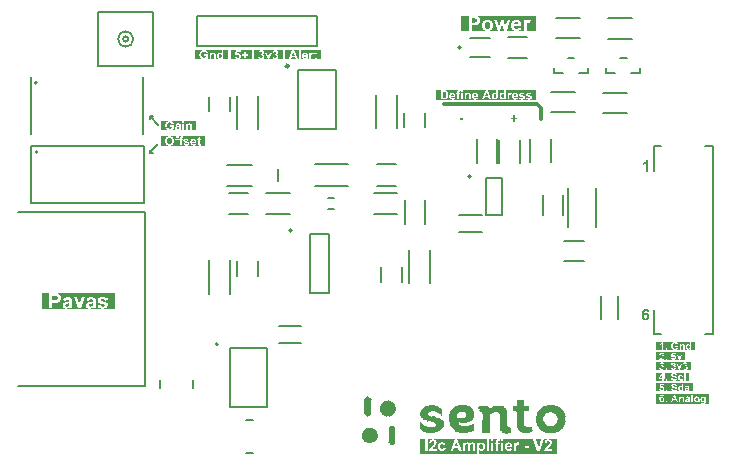
<source format=gto>
G04*
G04 #@! TF.GenerationSoftware,Altium Limited,Altium Designer,25.0.2 (28)*
G04*
G04 Layer_Color=65535*
%FSLAX44Y44*%
%MOMM*%
G71*
G04*
G04 #@! TF.SameCoordinates,858CD394-8DED-4DE4-8F33-523AE51027BD*
G04*
G04*
G04 #@! TF.FilePolarity,Positive*
G04*
G01*
G75*
%ADD10C,0.1270*%
%ADD11C,0.2500*%
%ADD12C,0.1560*%
%ADD13C,0.3000*%
%ADD14C,0.2000*%
G36*
X294800Y29516D02*
Y29854D01*
X294462D01*
Y31205D01*
X293787D01*
Y31881D01*
X293449D01*
Y32218D01*
X292773D01*
Y36609D01*
X293111D01*
Y36947D01*
X293787D01*
Y38298D01*
X294124D01*
Y38636D01*
X294462D01*
Y38974D01*
X294800D01*
Y39311D01*
X295138D01*
Y39649D01*
X295475D01*
Y39987D01*
X295813D01*
Y40325D01*
X296151D01*
Y40662D01*
X296489D01*
Y41000D01*
X299191D01*
Y41338D01*
X299528D01*
Y41676D01*
X300204D01*
Y41000D01*
X302568D01*
Y40325D01*
X302906D01*
Y39987D01*
X304257D01*
Y39649D01*
X304595D01*
Y39311D01*
X304932D01*
Y38974D01*
X305270D01*
Y38636D01*
X305608D01*
Y38298D01*
X305946D01*
Y36272D01*
X306283D01*
Y35934D01*
X306621D01*
Y32894D01*
X305946D01*
Y31543D01*
X305608D01*
Y31205D01*
X305270D01*
Y30868D01*
X304932D01*
Y30530D01*
X304595D01*
Y30192D01*
X304257D01*
Y29854D01*
X303919D01*
Y29516D01*
X303581D01*
Y29179D01*
X303244D01*
Y28841D01*
X301893D01*
Y28166D01*
X301555D01*
Y27828D01*
X300542D01*
Y28166D01*
X298853D01*
Y27828D01*
X298177D01*
Y28166D01*
X297840D01*
Y28503D01*
X297502D01*
Y28841D01*
X296151D01*
Y29516D01*
X295138D01*
X294800D01*
D02*
G37*
G36*
X317429Y42351D02*
Y42689D01*
X319456D01*
Y42351D01*
X319793D01*
Y41676D01*
X321144D01*
Y28166D01*
X321482D01*
Y27828D01*
X321144D01*
Y27152D01*
X320469D01*
Y26477D01*
X317429D01*
Y26814D01*
X317091D01*
Y27152D01*
X316754D01*
Y27490D01*
X316416D01*
Y27828D01*
X316078D01*
Y28166D01*
X315740D01*
Y28503D01*
X315403D01*
Y29179D01*
X315740D01*
Y40662D01*
X315403D01*
Y41338D01*
X315740D01*
Y41676D01*
X317091D01*
Y42351D01*
X317429D01*
D02*
G37*
G36*
X300879Y63629D02*
Y53159D01*
X301217D01*
Y52821D01*
X300879D01*
Y52484D01*
X300542D01*
Y52146D01*
X300204D01*
Y51470D01*
X298853D01*
Y51132D01*
X298515D01*
Y50795D01*
X298177D01*
Y50457D01*
X297502D01*
Y50795D01*
X297164D01*
Y51132D01*
X296826D01*
Y51470D01*
X296151D01*
Y52146D01*
X295813D01*
Y52484D01*
X295475D01*
Y52821D01*
X295138D01*
Y53159D01*
X294462D01*
Y64980D01*
X294800D01*
Y65318D01*
X295138D01*
Y65656D01*
X295475D01*
Y65994D01*
X295813D01*
Y66331D01*
X296151D01*
Y66669D01*
X296489D01*
Y67007D01*
X296826D01*
Y67345D01*
X297164D01*
Y67682D01*
X298515D01*
Y67007D01*
X298853D01*
Y66669D01*
X300204D01*
Y66331D01*
X300542D01*
Y65994D01*
X300879D01*
Y65318D01*
X301217D01*
Y64980D01*
X300879D01*
Y63967D01*
Y63629D01*
D02*
G37*
G36*
X319456Y62616D02*
Y62278D01*
X319793D01*
Y61941D01*
X320469D01*
Y61265D01*
X320807D01*
Y60927D01*
X321144D01*
Y60590D01*
X321482D01*
Y60252D01*
X321144D01*
Y58901D01*
X321820D01*
Y58563D01*
X322158D01*
Y55861D01*
X321820D01*
Y55523D01*
X321482D01*
Y55186D01*
X321144D01*
Y53835D01*
X320469D01*
Y53159D01*
X319793D01*
Y52484D01*
X319456D01*
Y52146D01*
X318780D01*
Y51470D01*
X317429D01*
Y51132D01*
X317091D01*
Y50795D01*
X316754D01*
Y50457D01*
X316078D01*
Y50795D01*
X314052D01*
Y50457D01*
X313714D01*
Y50795D01*
X313376D01*
Y51132D01*
X313038D01*
Y51470D01*
X311687D01*
Y51808D01*
X311350D01*
Y52146D01*
X309999D01*
Y53497D01*
X309661D01*
Y53835D01*
X309323D01*
Y54172D01*
X308985D01*
Y54510D01*
X308648D01*
Y54848D01*
X308310D01*
Y59239D01*
X308648D01*
Y59576D01*
X308985D01*
Y60927D01*
X309323D01*
Y61265D01*
X309999D01*
Y61941D01*
X310674D01*
Y62616D01*
X311012D01*
Y62954D01*
X311350D01*
Y63292D01*
X311687D01*
Y63629D01*
X314727D01*
Y64305D01*
X315740D01*
Y63629D01*
X317767D01*
Y63292D01*
X318105D01*
Y62954D01*
X318442D01*
Y62616D01*
X318780D01*
Y62954D01*
X319118D01*
Y62616D01*
X319456D01*
D02*
G37*
G36*
X357622Y38298D02*
Y37622D01*
X355257D01*
Y36947D01*
X347151D01*
Y37622D01*
X345125D01*
Y37960D01*
X344787D01*
Y38298D01*
X344449D01*
Y38636D01*
X344112D01*
Y38974D01*
X343774D01*
Y39311D01*
X343436D01*
Y39649D01*
X343098D01*
Y39987D01*
X342761D01*
Y40325D01*
X342423D01*
Y45729D01*
X343098D01*
Y45391D01*
X343436D01*
Y45053D01*
X343774D01*
Y44715D01*
X344112D01*
Y44377D01*
X344449D01*
Y44040D01*
X344787D01*
Y43702D01*
X345125D01*
Y43364D01*
X345462D01*
Y43026D01*
X345800D01*
Y42689D01*
X346138D01*
Y42351D01*
X346476D01*
Y42689D01*
X347827D01*
Y42351D01*
X348164D01*
Y41676D01*
X355257D01*
Y43026D01*
X355595D01*
Y43364D01*
X355933D01*
Y44040D01*
X355595D01*
Y44377D01*
X355257D01*
Y44715D01*
X354920D01*
Y45053D01*
X354582D01*
Y45391D01*
X354244D01*
Y45729D01*
X352218D01*
Y46066D01*
X351880D01*
Y46742D01*
X348840D01*
Y46404D01*
X348502D01*
Y46742D01*
X348164D01*
Y47080D01*
X347827D01*
Y47417D01*
X346476D01*
Y48093D01*
X345125D01*
Y48431D01*
X344787D01*
Y48768D01*
X344449D01*
Y49106D01*
X344112D01*
Y49444D01*
X343774D01*
Y49781D01*
X343436D01*
Y50119D01*
X343098D01*
Y51470D01*
X342423D01*
Y54510D01*
X342761D01*
Y54848D01*
X343098D01*
Y56199D01*
X343774D01*
Y56537D01*
X344112D01*
Y57212D01*
X344787D01*
Y57888D01*
X345462D01*
Y58563D01*
X346138D01*
Y58901D01*
X346476D01*
Y59576D01*
X349515D01*
Y59914D01*
X349853D01*
Y60252D01*
X354582D01*
Y59576D01*
X357622D01*
Y58901D01*
X358297D01*
Y58563D01*
X358635D01*
Y57888D01*
X359986D01*
Y57550D01*
X360324D01*
Y57212D01*
X360661D01*
Y56874D01*
X360999D01*
Y51470D01*
X360324D01*
Y51808D01*
X359986D01*
Y52146D01*
X359648D01*
Y52484D01*
X359310D01*
Y52821D01*
X358973D01*
Y53159D01*
X358635D01*
Y53497D01*
X358297D01*
Y53835D01*
X356946D01*
Y54510D01*
X356608D01*
Y54848D01*
X355595D01*
Y54510D01*
X354920D01*
Y54848D01*
X354582D01*
Y55186D01*
X354244D01*
Y55523D01*
X351542D01*
Y55186D01*
X351204D01*
Y54848D01*
X350867D01*
Y54510D01*
X350529D01*
Y54848D01*
X349853D01*
Y54510D01*
X349515D01*
Y53835D01*
X348840D01*
Y52484D01*
X349178D01*
Y52146D01*
X349515D01*
Y51808D01*
X349853D01*
Y51470D01*
X351204D01*
Y50795D01*
X351880D01*
Y50457D01*
X352218D01*
Y50795D01*
X354920D01*
Y50457D01*
X355257D01*
Y50119D01*
X355595D01*
Y49781D01*
X357622D01*
Y49444D01*
X357959D01*
Y49106D01*
X359310D01*
Y48431D01*
X359648D01*
Y48093D01*
X360999D01*
Y47417D01*
X361675D01*
Y47080D01*
X362012D01*
Y46742D01*
X362350D01*
Y46404D01*
X362688D01*
Y42013D01*
X362350D01*
Y41676D01*
X362012D01*
Y41338D01*
X361675D01*
Y41000D01*
X361337D01*
Y40662D01*
X360999D01*
Y40325D01*
X360661D01*
Y39987D01*
X360324D01*
Y39649D01*
X359986D01*
Y39311D01*
X359648D01*
Y38974D01*
X359310D01*
Y38636D01*
X357959D01*
Y38298D01*
X357622D01*
D02*
G37*
G36*
X381940Y59914D02*
X382277D01*
Y59576D01*
X384304D01*
Y59239D01*
X384642D01*
Y58901D01*
X384979D01*
Y58563D01*
X385317D01*
Y58225D01*
X385655D01*
Y57888D01*
X385993D01*
Y57550D01*
X386330D01*
Y57212D01*
X386668D01*
Y56874D01*
X387006D01*
Y55523D01*
X387681D01*
Y49106D01*
X387006D01*
Y47755D01*
X386668D01*
Y47417D01*
X386330D01*
Y47080D01*
X385993D01*
Y46742D01*
X384642D01*
Y46066D01*
X384304D01*
Y45729D01*
X382277D01*
Y45391D01*
X381940D01*
Y45053D01*
X376536D01*
Y45391D01*
X376198D01*
Y45729D01*
X374847D01*
Y44377D01*
X375185D01*
Y44040D01*
X375522D01*
Y43702D01*
X375860D01*
Y43364D01*
X377211D01*
Y42689D01*
X383628D01*
Y43026D01*
X383966D01*
Y43364D01*
X385993D01*
Y44040D01*
X386668D01*
Y44377D01*
X387344D01*
Y44040D01*
X387681D01*
Y38636D01*
X386330D01*
Y38298D01*
X385993D01*
Y37622D01*
X382953D01*
Y37285D01*
X382615D01*
Y36947D01*
X374847D01*
Y37285D01*
X374509D01*
Y37622D01*
X372483D01*
Y37960D01*
X372145D01*
Y38636D01*
X371469D01*
Y39311D01*
X370794D01*
Y39987D01*
X370118D01*
Y40325D01*
X369781D01*
Y41000D01*
X369105D01*
Y41676D01*
X368430D01*
Y42013D01*
X368092D01*
Y42351D01*
X367754D01*
Y42689D01*
X367416D01*
Y45729D01*
X366741D01*
Y49106D01*
Y49444D01*
Y53159D01*
X367416D01*
Y55186D01*
X367754D01*
Y55523D01*
X368092D01*
Y55861D01*
X368430D01*
Y56199D01*
X368767D01*
Y56537D01*
X369105D01*
Y56874D01*
X369443D01*
Y57212D01*
X369781D01*
Y57550D01*
X370118D01*
Y57888D01*
X370456D01*
Y58225D01*
X370794D01*
Y58563D01*
X371132D01*
Y58901D01*
X371469D01*
Y59239D01*
X371807D01*
Y59576D01*
X373834D01*
Y59914D01*
X374171D01*
Y60252D01*
X381940D01*
Y59914D01*
D02*
G37*
G36*
X395112Y41338D02*
Y47417D01*
X395788D01*
Y52821D01*
X395450D01*
Y53159D01*
X395112D01*
Y54510D01*
X394774D01*
Y54848D01*
X393761D01*
Y54510D01*
X393086D01*
Y54848D01*
X392748D01*
Y55186D01*
X392410D01*
Y55861D01*
X392748D01*
Y56874D01*
X392410D01*
Y57212D01*
X391734D01*
Y58563D01*
X392072D01*
Y58901D01*
X392410D01*
Y59239D01*
X392748D01*
Y59576D01*
X399841D01*
Y58901D01*
X400178D01*
Y58563D01*
X400516D01*
Y58225D01*
X400854D01*
Y57888D01*
X402880D01*
Y58225D01*
X403218D01*
Y58563D01*
X403556D01*
Y58901D01*
X403894D01*
Y59239D01*
X404231D01*
Y59576D01*
X412675D01*
Y59239D01*
X413013D01*
Y58901D01*
X413351D01*
Y58563D01*
X413688D01*
Y58225D01*
X414026D01*
Y57888D01*
X414364D01*
Y57550D01*
X414702D01*
Y57212D01*
X415039D01*
Y56874D01*
X415377D01*
Y56537D01*
X415715D01*
Y56199D01*
X416053D01*
Y42689D01*
X416390D01*
Y42351D01*
X416728D01*
Y42013D01*
X417066D01*
Y41676D01*
X418417D01*
Y41338D01*
X418755D01*
Y41000D01*
X419092D01*
Y40662D01*
X419430D01*
Y37285D01*
X419092D01*
Y36947D01*
X417066D01*
Y36609D01*
X416728D01*
Y36272D01*
X416390D01*
Y35934D01*
X414702D01*
Y36272D01*
X414364D01*
Y36947D01*
X412000D01*
Y37622D01*
X411324D01*
Y38298D01*
X410986D01*
Y38636D01*
X410311D01*
Y41000D01*
X409635D01*
Y52821D01*
X409297D01*
Y53159D01*
X408960D01*
Y53497D01*
X408622D01*
Y53835D01*
X408284D01*
Y54172D01*
X407947D01*
Y54510D01*
X407609D01*
Y54848D01*
X406595D01*
Y54510D01*
X405920D01*
Y54848D01*
X405244D01*
Y54510D01*
X404907D01*
Y54172D01*
X404569D01*
Y53835D01*
X403218D01*
Y53497D01*
X402880D01*
Y53159D01*
X402542D01*
Y52821D01*
X402205D01*
Y52484D01*
X401867D01*
Y52146D01*
X401529D01*
Y36947D01*
X395112D01*
Y41000D01*
Y41338D01*
D02*
G37*
G36*
X430914Y59914D02*
Y59576D01*
X434629D01*
Y55523D01*
X430914D01*
Y55186D01*
X430576D01*
Y42689D01*
X431251D01*
Y42351D01*
X431589D01*
Y41676D01*
X436993D01*
Y41338D01*
X437331D01*
Y40662D01*
X436993D01*
Y39649D01*
X437331D01*
Y39311D01*
X438006D01*
Y38636D01*
X437669D01*
Y38298D01*
X436993D01*
Y37622D01*
X435642D01*
Y37285D01*
X435304D01*
Y36947D01*
X428212D01*
Y37622D01*
X426861D01*
Y37960D01*
X426523D01*
Y38298D01*
X426185D01*
Y38636D01*
X425847D01*
Y38974D01*
X425510D01*
Y39311D01*
X425172D01*
Y39649D01*
X424834D01*
Y41000D01*
X424159D01*
Y54510D01*
X423821D01*
Y54848D01*
X423483D01*
Y55186D01*
X423145D01*
Y55523D01*
X421119D01*
Y55861D01*
X420781D01*
Y59239D01*
X421119D01*
Y59576D01*
X424159D01*
Y64305D01*
X430576D01*
Y59914D01*
X430914D01*
D02*
G37*
G36*
X456583Y59576D02*
X458947D01*
Y58901D01*
X459285D01*
Y58563D01*
X459622D01*
Y58901D01*
X460298D01*
Y58563D01*
X460636D01*
Y58225D01*
X460974D01*
Y57888D01*
X461311D01*
Y57550D01*
X461649D01*
Y57212D01*
X461987D01*
Y56874D01*
X462324D01*
Y56537D01*
X462662D01*
Y56199D01*
X463000D01*
Y55861D01*
X463338D01*
Y55523D01*
X463675D01*
Y55186D01*
X464013D01*
Y53835D01*
X464689D01*
Y51470D01*
X465364D01*
Y50795D01*
X465702D01*
Y50457D01*
X465364D01*
Y46742D01*
X465702D01*
Y46404D01*
X465364D01*
Y45729D01*
X464689D01*
Y43364D01*
X464013D01*
Y42013D01*
X463675D01*
Y41676D01*
X463000D01*
Y40325D01*
X462662D01*
Y39987D01*
X461649D01*
Y39649D01*
X461311D01*
Y39311D01*
X460974D01*
Y38974D01*
X460636D01*
Y38636D01*
X460298D01*
Y38298D01*
X459960D01*
Y37960D01*
X459622D01*
Y37622D01*
X457596D01*
Y37285D01*
X457258D01*
Y36947D01*
X448477D01*
Y37622D01*
X446450D01*
Y37960D01*
X446112D01*
Y38298D01*
X445775D01*
Y38636D01*
X444424D01*
Y39311D01*
X443748D01*
Y39649D01*
X443410D01*
Y39987D01*
X443073D01*
Y40325D01*
X442735D01*
Y41676D01*
X442397D01*
Y42013D01*
X442059D01*
Y42351D01*
X441722D01*
Y42689D01*
X441384D01*
Y43026D01*
X441046D01*
Y44040D01*
X441384D01*
Y44377D01*
X441046D01*
Y45053D01*
X440371D01*
Y51132D01*
X440708D01*
Y51470D01*
X441046D01*
Y51808D01*
X441384D01*
Y52484D01*
X441046D01*
Y54510D01*
X441722D01*
Y54848D01*
X442059D01*
Y55523D01*
X442735D01*
Y56199D01*
X443410D01*
Y56537D01*
X443748D01*
Y56874D01*
X444086D01*
Y57212D01*
X444424D01*
Y57888D01*
X445099D01*
Y58225D01*
X445437D01*
Y58563D01*
X445775D01*
Y58901D01*
X446112D01*
Y58563D01*
X446450D01*
Y58901D01*
X446788D01*
Y59239D01*
X447126D01*
Y59576D01*
X449152D01*
Y59914D01*
X449490D01*
Y60252D01*
X456583D01*
Y59576D01*
D02*
G37*
G36*
X440725Y319000D02*
X434687D01*
X434908Y319011D01*
X435119Y319022D01*
X435319Y319056D01*
X435508Y319089D01*
X435674Y319122D01*
X435830Y319178D01*
X435974Y319222D01*
X436096Y319277D01*
X436207Y319322D01*
X436307Y319377D01*
X436385Y319422D01*
X436451Y319455D01*
X436507Y319499D01*
X436540Y319522D01*
X436562Y319533D01*
X436573Y319544D01*
X436684Y319655D01*
X436784Y319766D01*
X436873Y319877D01*
X436951Y319988D01*
X437006Y320099D01*
X437062Y320210D01*
X437140Y320410D01*
X437184Y320598D01*
X437195Y320676D01*
X437206Y320732D01*
X437217Y320787D01*
Y320865D01*
X437195Y321109D01*
X437140Y321331D01*
X437073Y321520D01*
X436984Y321675D01*
X436895Y321797D01*
X436829Y321886D01*
X436773Y321930D01*
X436751Y321953D01*
X436651Y322019D01*
X436551Y322097D01*
X436429Y322152D01*
X436296Y322219D01*
X436030Y322330D01*
X435752Y322430D01*
X435508Y322508D01*
X435397Y322530D01*
X435297Y322563D01*
X435219Y322585D01*
X435164Y322596D01*
X435119Y322607D01*
X435108D01*
X434897Y322663D01*
X434709Y322707D01*
X434542Y322752D01*
X434398Y322796D01*
X434265Y322829D01*
X434154Y322863D01*
X434065Y322896D01*
X433976Y322918D01*
X433909Y322952D01*
X433854Y322974D01*
X433810Y322985D01*
X433787Y323007D01*
X433743Y323018D01*
X433732Y323029D01*
X433688Y323074D01*
X433654Y323118D01*
X433610Y323207D01*
X433588Y323273D01*
Y323284D01*
Y323296D01*
X433599Y323362D01*
X433610Y323418D01*
X433676Y323518D01*
X433732Y323573D01*
X433743Y323595D01*
X433754D01*
X433865Y323651D01*
X433987Y323695D01*
X434120Y323717D01*
X434265Y323740D01*
X434387Y323751D01*
X434487Y323762D01*
X434587D01*
X434753Y323751D01*
X434897Y323740D01*
X435019Y323706D01*
X435119Y323673D01*
X435197Y323640D01*
X435253Y323618D01*
X435286Y323595D01*
X435297Y323584D01*
X435386Y323518D01*
X435452Y323440D01*
X435519Y323362D01*
X435563Y323273D01*
X435597Y323207D01*
X435619Y323151D01*
X435641Y323107D01*
Y323096D01*
X437029Y323351D01*
X436940Y323606D01*
X436818Y323828D01*
X436696Y324017D01*
X436562Y324161D01*
X436451Y324283D01*
X436352Y324372D01*
X436285Y324417D01*
X436274Y324439D01*
X436263D01*
X436152Y324506D01*
X436030Y324561D01*
X435763Y324661D01*
X435486Y324728D01*
X435208Y324772D01*
X435075Y324783D01*
X434953Y324794D01*
X434842Y324805D01*
X434753Y324816D01*
X434342D01*
X434143Y324794D01*
X433954Y324772D01*
X433776Y324739D01*
X433621Y324705D01*
X433477Y324661D01*
X433343Y324617D01*
X433221Y324572D01*
X433121Y324517D01*
X433033Y324472D01*
X432955Y324428D01*
X432899Y324394D01*
X432844Y324361D01*
X432811Y324339D01*
X432799Y324328D01*
X432788Y324317D01*
X432688Y324228D01*
X432600Y324128D01*
X432522Y324028D01*
X432467Y323917D01*
X432355Y323717D01*
X432289Y323529D01*
X432256Y323362D01*
X432244Y323284D01*
X432233Y323229D01*
X432222Y323173D01*
Y323140D01*
Y323118D01*
Y323107D01*
X432233Y322963D01*
X432256Y322829D01*
X432278Y322696D01*
X432322Y322574D01*
X432433Y322363D01*
X432555Y322186D01*
X432666Y322041D01*
X432777Y321941D01*
X432822Y321897D01*
X432844Y321875D01*
X432866Y321864D01*
X432877Y321853D01*
X432977Y321797D01*
X433110Y321730D01*
X433266Y321664D01*
X433432Y321609D01*
X433610Y321542D01*
X433798Y321486D01*
X434187Y321375D01*
X434376Y321320D01*
X434553Y321275D01*
X434709Y321231D01*
X434853Y321198D01*
X434975Y321176D01*
X435064Y321153D01*
X435119Y321131D01*
X435142D01*
X435275Y321098D01*
X435375Y321065D01*
X435463Y321031D01*
X435530Y321009D01*
X435574Y320976D01*
X435608Y320965D01*
X435630Y320942D01*
X435697Y320854D01*
X435730Y320765D01*
X435741Y320698D01*
Y320676D01*
Y320665D01*
X435730Y320576D01*
X435708Y320499D01*
X435674Y320432D01*
X435641Y320376D01*
X435608Y320332D01*
X435574Y320299D01*
X435552Y320276D01*
X435541Y320265D01*
X435419Y320199D01*
X435286Y320154D01*
X435142Y320110D01*
X435008Y320088D01*
X434886Y320077D01*
X434775Y320066D01*
X434687D01*
X434498Y320077D01*
X434342Y320099D01*
X434198Y320132D01*
X434087Y320177D01*
X433998Y320210D01*
X433932Y320243D01*
X433887Y320265D01*
X433876Y320276D01*
X433776Y320365D01*
X433699Y320476D01*
X433632Y320576D01*
X433577Y320687D01*
X433543Y320787D01*
X433521Y320865D01*
X433499Y320909D01*
Y320931D01*
X432023Y320709D01*
X432122Y320432D01*
X432244Y320177D01*
X432378Y319966D01*
X432522Y319788D01*
X432655Y319644D01*
X432777Y319544D01*
X432811Y319499D01*
X432844Y319477D01*
X432866Y319466D01*
X432877Y319455D01*
X433010Y319377D01*
X433144Y319300D01*
X433443Y319189D01*
X433743Y319111D01*
X434032Y319056D01*
X434165Y319033D01*
X434287Y319022D01*
X434398Y319011D01*
X434498D01*
X434576Y319000D01*
X428715D01*
X428937Y319011D01*
X429148Y319022D01*
X429347Y319056D01*
X429536Y319089D01*
X429703Y319122D01*
X429858Y319178D01*
X430002Y319222D01*
X430125Y319277D01*
X430235Y319322D01*
X430335Y319377D01*
X430413Y319422D01*
X430480Y319455D01*
X430535Y319499D01*
X430569Y319522D01*
X430591Y319533D01*
X430602Y319544D01*
X430713Y319655D01*
X430813Y319766D01*
X430901Y319877D01*
X430979Y319988D01*
X431035Y320099D01*
X431090Y320210D01*
X431168Y320410D01*
X431212Y320598D01*
X431223Y320676D01*
X431234Y320732D01*
X431245Y320787D01*
Y320865D01*
X431223Y321109D01*
X431168Y321331D01*
X431101Y321520D01*
X431012Y321675D01*
X430924Y321797D01*
X430857Y321886D01*
X430802Y321930D01*
X430779Y321953D01*
X430680Y322019D01*
X430580Y322097D01*
X430457Y322152D01*
X430324Y322219D01*
X430058Y322330D01*
X429780Y322430D01*
X429536Y322508D01*
X429425Y322530D01*
X429325Y322563D01*
X429248Y322585D01*
X429192Y322596D01*
X429148Y322607D01*
X429137D01*
X428926Y322663D01*
X428737Y322707D01*
X428571Y322752D01*
X428426Y322796D01*
X428293Y322829D01*
X428182Y322863D01*
X428093Y322896D01*
X428004Y322918D01*
X427938Y322952D01*
X427882Y322974D01*
X427838Y322985D01*
X427816Y323007D01*
X427771Y323018D01*
X427760Y323029D01*
X427716Y323074D01*
X427682Y323118D01*
X427638Y323207D01*
X427616Y323273D01*
Y323284D01*
Y323296D01*
X427627Y323362D01*
X427638Y323418D01*
X427705Y323518D01*
X427760Y323573D01*
X427771Y323595D01*
X427782D01*
X427893Y323651D01*
X428016Y323695D01*
X428149Y323717D01*
X428293Y323740D01*
X428415Y323751D01*
X428515Y323762D01*
X428615D01*
X428781Y323751D01*
X428926Y323740D01*
X429048Y323706D01*
X429148Y323673D01*
X429225Y323640D01*
X429281Y323618D01*
X429314Y323595D01*
X429325Y323584D01*
X429414Y323518D01*
X429481Y323440D01*
X429547Y323362D01*
X429592Y323273D01*
X429625Y323207D01*
X429647Y323151D01*
X429669Y323107D01*
Y323096D01*
X431057Y323351D01*
X430968Y323606D01*
X430846Y323828D01*
X430724Y324017D01*
X430591Y324161D01*
X430480Y324283D01*
X430380Y324372D01*
X430313Y324417D01*
X430302Y324439D01*
X430291D01*
X430180Y324506D01*
X430058Y324561D01*
X429791Y324661D01*
X429514Y324728D01*
X429236Y324772D01*
X429103Y324783D01*
X428981Y324794D01*
X428870Y324805D01*
X428781Y324816D01*
X428371D01*
X428171Y324794D01*
X427982Y324772D01*
X427805Y324739D01*
X427649Y324705D01*
X427505Y324661D01*
X427372Y324617D01*
X427250Y324572D01*
X427150Y324517D01*
X427061Y324472D01*
X426983Y324428D01*
X426928Y324394D01*
X426872Y324361D01*
X426839Y324339D01*
X426828Y324328D01*
X426817Y324317D01*
X426717Y324228D01*
X426628Y324128D01*
X426550Y324028D01*
X426495Y323917D01*
X426384Y323717D01*
X426317Y323529D01*
X426284Y323362D01*
X426273Y323284D01*
X426262Y323229D01*
X426251Y323173D01*
Y323140D01*
Y323118D01*
Y323107D01*
X426262Y322963D01*
X426284Y322829D01*
X426306Y322696D01*
X426351Y322574D01*
X426461Y322363D01*
X426584Y322186D01*
X426695Y322041D01*
X426806Y321941D01*
X426850Y321897D01*
X426872Y321875D01*
X426894Y321864D01*
X426906Y321853D01*
X427005Y321797D01*
X427139Y321730D01*
X427294Y321664D01*
X427461Y321609D01*
X427638Y321542D01*
X427827Y321486D01*
X428215Y321375D01*
X428404Y321320D01*
X428582Y321275D01*
X428737Y321231D01*
X428881Y321198D01*
X429003Y321176D01*
X429092Y321153D01*
X429148Y321131D01*
X429170D01*
X429303Y321098D01*
X429403Y321065D01*
X429492Y321031D01*
X429558Y321009D01*
X429603Y320976D01*
X429636Y320965D01*
X429658Y320942D01*
X429725Y320854D01*
X429758Y320765D01*
X429769Y320698D01*
Y320676D01*
Y320665D01*
X429758Y320576D01*
X429736Y320499D01*
X429703Y320432D01*
X429669Y320376D01*
X429636Y320332D01*
X429603Y320299D01*
X429581Y320276D01*
X429570Y320265D01*
X429447Y320199D01*
X429314Y320154D01*
X429170Y320110D01*
X429037Y320088D01*
X428915Y320077D01*
X428804Y320066D01*
X428715D01*
X428526Y320077D01*
X428371Y320099D01*
X428226Y320132D01*
X428115Y320177D01*
X428027Y320210D01*
X427960Y320243D01*
X427916Y320265D01*
X427905Y320276D01*
X427805Y320365D01*
X427727Y320476D01*
X427660Y320576D01*
X427605Y320687D01*
X427571Y320787D01*
X427549Y320865D01*
X427527Y320909D01*
Y320931D01*
X426051Y320709D01*
X426151Y320432D01*
X426273Y320177D01*
X426406Y319966D01*
X426550Y319788D01*
X426684Y319644D01*
X426806Y319544D01*
X426839Y319499D01*
X426872Y319477D01*
X426894Y319466D01*
X426906Y319455D01*
X427039Y319377D01*
X427172Y319300D01*
X427472Y319189D01*
X427771Y319111D01*
X428060Y319056D01*
X428193Y319033D01*
X428315Y319022D01*
X428426Y319011D01*
X428526D01*
X428604Y319000D01*
X422865D01*
X423187Y319022D01*
X423487Y319067D01*
X423742Y319133D01*
X423964Y319211D01*
X424064Y319255D01*
X424142Y319289D01*
X424219Y319322D01*
X424275Y319355D01*
X424319Y319389D01*
X424364Y319400D01*
X424375Y319422D01*
X424386D01*
X424597Y319599D01*
X424785Y319788D01*
X424941Y319999D01*
X425063Y320199D01*
X425163Y320376D01*
X425196Y320454D01*
X425229Y320521D01*
X425252Y320576D01*
X425274Y320621D01*
X425285Y320643D01*
Y320654D01*
X423820Y320898D01*
X423764Y320754D01*
X423709Y320621D01*
X423653Y320521D01*
X423587Y320432D01*
X423542Y320365D01*
X423498Y320321D01*
X423465Y320299D01*
X423453Y320288D01*
X423365Y320221D01*
X423265Y320177D01*
X423165Y320143D01*
X423076Y320121D01*
X422998Y320110D01*
X422932Y320099D01*
X422876D01*
X422699Y320110D01*
X422532Y320154D01*
X422377Y320210D01*
X422255Y320276D01*
X422155Y320343D01*
X422088Y320399D01*
X422033Y320443D01*
X422022Y320454D01*
X421911Y320598D01*
X421833Y320765D01*
X421766Y320942D01*
X421722Y321098D01*
X421700Y321253D01*
X421689Y321364D01*
X421678Y321409D01*
Y321442D01*
Y321464D01*
Y321475D01*
X425363D01*
Y321786D01*
X425340Y322063D01*
X425307Y322330D01*
X425263Y322574D01*
X425207Y322807D01*
X425152Y323007D01*
X425085Y323196D01*
X425019Y323362D01*
X424952Y323507D01*
X424885Y323640D01*
X424830Y323740D01*
X424774Y323828D01*
X424730Y323895D01*
X424697Y323951D01*
X424674Y323973D01*
X424663Y323984D01*
X424530Y324128D01*
X424375Y324261D01*
X424219Y324372D01*
X424064Y324461D01*
X423898Y324550D01*
X423731Y324617D01*
X423576Y324672D01*
X423420Y324716D01*
X423276Y324750D01*
X423143Y324772D01*
X423021Y324794D01*
X422921Y324805D01*
X422832Y324816D01*
X422710D01*
X422510Y324805D01*
X422321Y324783D01*
X422133Y324739D01*
X421966Y324694D01*
X421800Y324639D01*
X421655Y324572D01*
X421511Y324494D01*
X421389Y324428D01*
X421278Y324350D01*
X421178Y324272D01*
X421089Y324206D01*
X421023Y324150D01*
X420967Y324106D01*
X420923Y324062D01*
X420900Y324039D01*
X420889Y324028D01*
X420767Y323873D01*
X420656Y323706D01*
X420556Y323540D01*
X420468Y323362D01*
X420401Y323173D01*
X420345Y322996D01*
X420257Y322652D01*
X420223Y322485D01*
X420201Y322341D01*
X420190Y322208D01*
X420179Y322097D01*
X420168Y321997D01*
Y321864D01*
X420179Y321653D01*
X420190Y321442D01*
X420223Y321253D01*
X420257Y321076D01*
X420290Y320898D01*
X420345Y320743D01*
X420390Y320598D01*
X420445Y320465D01*
X420490Y320343D01*
X420545Y320243D01*
X420590Y320154D01*
X420623Y320077D01*
X420667Y320021D01*
X420690Y319977D01*
X420701Y319955D01*
X420712Y319944D01*
X420856Y319777D01*
X421000Y319633D01*
X421167Y319511D01*
X421344Y319400D01*
X421522Y319311D01*
X421700Y319233D01*
X421877Y319167D01*
X422055Y319122D01*
X422210Y319078D01*
X422366Y319056D01*
X422510Y319033D01*
X422632Y319011D01*
X422732D01*
X422799Y319000D01*
X411854D01*
X412032Y319011D01*
X412198Y319033D01*
X412365Y319067D01*
X412509Y319111D01*
X412620Y319155D01*
X412720Y319189D01*
X412775Y319211D01*
X412798Y319222D01*
X412964Y319322D01*
X413120Y319433D01*
X413264Y319555D01*
X413375Y319666D01*
X413475Y319766D01*
X413553Y319855D01*
X413597Y319910D01*
X413608Y319932D01*
Y319122D01*
X414973D01*
Y326803D01*
X413497D01*
Y324039D01*
X413364Y324173D01*
X413231Y324295D01*
X413097Y324394D01*
X412953Y324494D01*
X412820Y324561D01*
X412687Y324628D01*
X412553Y324683D01*
X412431Y324716D01*
X412309Y324750D01*
X412209Y324772D01*
X412109Y324794D01*
X412032Y324805D01*
X411965Y324816D01*
X411876D01*
X411688Y324805D01*
X411510Y324783D01*
X411344Y324750D01*
X411177Y324705D01*
X410900Y324583D01*
X410766Y324517D01*
X410655Y324450D01*
X410544Y324372D01*
X410456Y324306D01*
X410378Y324250D01*
X410311Y324195D01*
X410256Y324139D01*
X410223Y324106D01*
X410200Y324084D01*
X410189Y324073D01*
X410078Y323928D01*
X409978Y323773D01*
X409889Y323606D01*
X409812Y323429D01*
X409745Y323251D01*
X409690Y323074D01*
X409612Y322718D01*
X409590Y322563D01*
X409568Y322408D01*
X409557Y322274D01*
X409545Y322152D01*
X409534Y322052D01*
Y321919D01*
X409545Y321664D01*
X409568Y321431D01*
X409601Y321209D01*
X409645Y320998D01*
X409690Y320809D01*
X409745Y320632D01*
X409812Y320476D01*
X409878Y320332D01*
X409934Y320199D01*
X410000Y320088D01*
X410056Y319988D01*
X410112Y319910D01*
X410145Y319844D01*
X410178Y319799D01*
X410200Y319777D01*
X410211Y319766D01*
X410345Y319633D01*
X410478Y319511D01*
X410622Y319411D01*
X410755Y319322D01*
X410900Y319244D01*
X411033Y319189D01*
X411166Y319133D01*
X411288Y319100D01*
X411410Y319067D01*
X411521Y319044D01*
X411610Y319022D01*
X411699Y319011D01*
X411765Y319000D01*
X405294D01*
X405472Y319011D01*
X405638Y319033D01*
X405805Y319067D01*
X405949Y319111D01*
X406060Y319155D01*
X406160Y319189D01*
X406216Y319211D01*
X406238Y319222D01*
X406404Y319322D01*
X406560Y319433D01*
X406704Y319555D01*
X406815Y319666D01*
X406915Y319766D01*
X406992Y319855D01*
X407037Y319910D01*
X407048Y319932D01*
Y319122D01*
X408413D01*
Y326803D01*
X406937D01*
Y324039D01*
X406804Y324173D01*
X406671Y324295D01*
X406537Y324394D01*
X406393Y324494D01*
X406260Y324561D01*
X406127Y324628D01*
X405993Y324683D01*
X405871Y324716D01*
X405749Y324750D01*
X405649Y324772D01*
X405550Y324794D01*
X405472Y324805D01*
X405405Y324816D01*
X405316D01*
X405128Y324805D01*
X404950Y324783D01*
X404784Y324750D01*
X404617Y324705D01*
X404340Y324583D01*
X404206Y324517D01*
X404095Y324450D01*
X403984Y324372D01*
X403896Y324306D01*
X403818Y324250D01*
X403751Y324195D01*
X403696Y324139D01*
X403662Y324106D01*
X403640Y324084D01*
X403629Y324073D01*
X403518Y323928D01*
X403418Y323773D01*
X403330Y323606D01*
X403252Y323429D01*
X403185Y323251D01*
X403130Y323074D01*
X403052Y322718D01*
X403030Y322563D01*
X403008Y322408D01*
X402997Y322274D01*
X402985Y322152D01*
X402974Y322052D01*
Y321919D01*
X402985Y321664D01*
X403008Y321431D01*
X403041Y321209D01*
X403085Y320998D01*
X403130Y320809D01*
X403185Y320632D01*
X403252Y320476D01*
X403318Y320332D01*
X403374Y320199D01*
X403441Y320088D01*
X403496Y319988D01*
X403551Y319910D01*
X403585Y319844D01*
X403618Y319799D01*
X403640Y319777D01*
X403651Y319766D01*
X403785Y319633D01*
X403918Y319511D01*
X404062Y319411D01*
X404195Y319322D01*
X404340Y319244D01*
X404473Y319189D01*
X404606Y319133D01*
X404728Y319100D01*
X404850Y319067D01*
X404961Y319044D01*
X405050Y319022D01*
X405139Y319011D01*
X405205Y319000D01*
X388867D01*
X389188Y319022D01*
X389488Y319067D01*
X389743Y319133D01*
X389965Y319211D01*
X390065Y319255D01*
X390143Y319289D01*
X390221Y319322D01*
X390276Y319355D01*
X390321Y319389D01*
X390365Y319400D01*
X390376Y319422D01*
X390387D01*
X390598Y319599D01*
X390787Y319788D01*
X390942Y319999D01*
X391064Y320199D01*
X391164Y320376D01*
X391198Y320454D01*
X391231Y320521D01*
X391253Y320576D01*
X391275Y320621D01*
X391286Y320643D01*
Y320654D01*
X389821Y320898D01*
X389766Y320754D01*
X389710Y320621D01*
X389655Y320521D01*
X389588Y320432D01*
X389544Y320365D01*
X389499Y320321D01*
X389466Y320299D01*
X389455Y320288D01*
X389366Y320221D01*
X389266Y320177D01*
X389166Y320143D01*
X389077Y320121D01*
X389000Y320110D01*
X388933Y320099D01*
X388878D01*
X388700Y320110D01*
X388534Y320154D01*
X388378Y320210D01*
X388256Y320276D01*
X388156Y320343D01*
X388089Y320399D01*
X388034Y320443D01*
X388023Y320454D01*
X387912Y320598D01*
X387834Y320765D01*
X387768Y320942D01*
X387723Y321098D01*
X387701Y321253D01*
X387690Y321364D01*
X387679Y321409D01*
Y321442D01*
Y321464D01*
Y321475D01*
X391364D01*
Y321786D01*
X391342Y322063D01*
X391309Y322330D01*
X391264Y322574D01*
X391209Y322807D01*
X391153Y323007D01*
X391087Y323196D01*
X391020Y323362D01*
X390953Y323507D01*
X390887Y323640D01*
X390831Y323740D01*
X390776Y323828D01*
X390731Y323895D01*
X390698Y323951D01*
X390676Y323973D01*
X390665Y323984D01*
X390532Y324128D01*
X390376Y324261D01*
X390221Y324372D01*
X390065Y324461D01*
X389899Y324550D01*
X389732Y324617D01*
X389577Y324672D01*
X389422Y324716D01*
X389277Y324750D01*
X389144Y324772D01*
X389022Y324794D01*
X388922Y324805D01*
X388833Y324816D01*
X388711D01*
X388511Y324805D01*
X388323Y324783D01*
X388134Y324739D01*
X387967Y324694D01*
X387801Y324639D01*
X387657Y324572D01*
X387512Y324494D01*
X387390Y324428D01*
X387279Y324350D01*
X387179Y324272D01*
X387090Y324206D01*
X387024Y324150D01*
X386968Y324106D01*
X386924Y324062D01*
X386902Y324039D01*
X386891Y324028D01*
X386769Y323873D01*
X386658Y323706D01*
X386558Y323540D01*
X386469Y323362D01*
X386402Y323173D01*
X386347Y322996D01*
X386258Y322652D01*
X386225Y322485D01*
X386203Y322341D01*
X386191Y322208D01*
X386180Y322097D01*
X386169Y321997D01*
Y321864D01*
X386180Y321653D01*
X386191Y321442D01*
X386225Y321253D01*
X386258Y321076D01*
X386291Y320898D01*
X386347Y320743D01*
X386391Y320598D01*
X386447Y320465D01*
X386491Y320343D01*
X386547Y320243D01*
X386591Y320154D01*
X386624Y320077D01*
X386669Y320021D01*
X386691Y319977D01*
X386702Y319955D01*
X386713Y319944D01*
X386857Y319777D01*
X387002Y319633D01*
X387168Y319511D01*
X387346Y319400D01*
X387523Y319311D01*
X387701Y319233D01*
X387879Y319167D01*
X388056Y319122D01*
X388212Y319078D01*
X388367Y319056D01*
X388511Y319033D01*
X388633Y319011D01*
X388733D01*
X388800Y319000D01*
X369775D01*
X370097Y319022D01*
X370396Y319067D01*
X370652Y319133D01*
X370874Y319211D01*
X370974Y319255D01*
X371051Y319289D01*
X371129Y319322D01*
X371185Y319355D01*
X371229Y319389D01*
X371273Y319400D01*
X371284Y319422D01*
X371296D01*
X371506Y319599D01*
X371695Y319788D01*
X371851Y319999D01*
X371973Y320199D01*
X372072Y320376D01*
X372106Y320454D01*
X372139Y320521D01*
X372161Y320576D01*
X372183Y320621D01*
X372195Y320643D01*
Y320654D01*
X370729Y320898D01*
X370674Y320754D01*
X370618Y320621D01*
X370563Y320521D01*
X370496Y320432D01*
X370452Y320365D01*
X370407Y320321D01*
X370374Y320299D01*
X370363Y320288D01*
X370274Y320221D01*
X370174Y320177D01*
X370075Y320143D01*
X369986Y320121D01*
X369908Y320110D01*
X369841Y320099D01*
X369786D01*
X369608Y320110D01*
X369442Y320154D01*
X369286Y320210D01*
X369164Y320276D01*
X369064Y320343D01*
X368998Y320399D01*
X368942Y320443D01*
X368931Y320454D01*
X368820Y320598D01*
X368743Y320765D01*
X368676Y320942D01*
X368632Y321098D01*
X368609Y321253D01*
X368598Y321364D01*
X368587Y321409D01*
Y321442D01*
Y321464D01*
Y321475D01*
X372272D01*
Y321786D01*
X372250Y322063D01*
X372217Y322330D01*
X372172Y322574D01*
X372117Y322807D01*
X372061Y323007D01*
X371995Y323196D01*
X371928Y323362D01*
X371862Y323507D01*
X371795Y323640D01*
X371740Y323740D01*
X371684Y323828D01*
X371640Y323895D01*
X371606Y323951D01*
X371584Y323973D01*
X371573Y323984D01*
X371440Y324128D01*
X371284Y324261D01*
X371129Y324372D01*
X370974Y324461D01*
X370807Y324550D01*
X370641Y324617D01*
X370485Y324672D01*
X370330Y324716D01*
X370186Y324750D01*
X370052Y324772D01*
X369930Y324794D01*
X369830Y324805D01*
X369742Y324816D01*
X369619D01*
X369420Y324805D01*
X369231Y324783D01*
X369042Y324739D01*
X368876Y324694D01*
X368709Y324639D01*
X368565Y324572D01*
X368421Y324494D01*
X368299Y324428D01*
X368188Y324350D01*
X368088Y324272D01*
X367999Y324206D01*
X367932Y324150D01*
X367877Y324106D01*
X367832Y324062D01*
X367810Y324039D01*
X367799Y324028D01*
X367677Y323873D01*
X367566Y323706D01*
X367466Y323540D01*
X367377Y323362D01*
X367311Y323173D01*
X367255Y322996D01*
X367166Y322652D01*
X367133Y322485D01*
X367111Y322341D01*
X367100Y322208D01*
X367089Y322097D01*
X367078Y321997D01*
Y321864D01*
X367089Y321653D01*
X367100Y321442D01*
X367133Y321253D01*
X367166Y321076D01*
X367200Y320898D01*
X367255Y320743D01*
X367300Y320598D01*
X367355Y320465D01*
X367399Y320343D01*
X367455Y320243D01*
X367499Y320154D01*
X367533Y320077D01*
X367577Y320021D01*
X367599Y319977D01*
X367610Y319955D01*
X367621Y319944D01*
X367766Y319777D01*
X367910Y319633D01*
X368077Y319511D01*
X368254Y319400D01*
X368432Y319311D01*
X368609Y319233D01*
X368787Y319167D01*
X368965Y319122D01*
X369120Y319078D01*
X369275Y319056D01*
X369420Y319033D01*
X369542Y319011D01*
X369642D01*
X369708Y319000D01*
X356000D01*
Y326948D01*
X375358D01*
X375136Y326936D01*
X374936Y326914D01*
X374770Y326881D01*
X374614Y326837D01*
X374503Y326792D01*
X374415Y326759D01*
X374359Y326737D01*
X374337Y326726D01*
X374204Y326637D01*
X374082Y326548D01*
X373993Y326448D01*
X373915Y326359D01*
X373860Y326282D01*
X373826Y326215D01*
X373804Y326171D01*
X373793Y326159D01*
X373749Y326015D01*
X373715Y325849D01*
X373682Y325671D01*
X373671Y325504D01*
X373660Y325349D01*
X373649Y325227D01*
Y325172D01*
Y325138D01*
Y325116D01*
Y325105D01*
Y324694D01*
X372827D01*
Y323540D01*
X373649D01*
Y319122D01*
X375125D01*
Y323540D01*
X376224D01*
Y324694D01*
X375125D01*
Y325083D01*
X375136Y325227D01*
X375147Y325349D01*
X375169Y325449D01*
X375192Y325527D01*
X375214Y325593D01*
X375236Y325627D01*
X375258Y325649D01*
Y325660D01*
X375325Y325715D01*
X375391Y325749D01*
X375547Y325793D01*
X375613Y325804D01*
X375669Y325815D01*
X375724D01*
X375969Y325804D01*
X376079Y325793D01*
X376179Y325771D01*
X376268Y325760D01*
X376346Y325738D01*
X376390Y325727D01*
X376401D01*
X376601Y326759D01*
X376368Y326825D01*
X376146Y326870D01*
X375935Y326903D01*
X375746Y326925D01*
X375591Y326936D01*
X375469Y326948D01*
X440725D01*
Y319000D01*
D02*
G37*
G36*
X422965Y323673D02*
X423109Y323629D01*
X423243Y323573D01*
X423354Y323518D01*
X423442Y323451D01*
X423509Y323396D01*
X423553Y323351D01*
X423564Y323340D01*
X423664Y323207D01*
X423753Y323051D01*
X423809Y322885D01*
X423853Y322729D01*
X423875Y322596D01*
X423886Y322474D01*
X423898Y322430D01*
Y322408D01*
Y322385D01*
Y322374D01*
X421700D01*
X421711Y322585D01*
X421744Y322774D01*
X421788Y322940D01*
X421855Y323074D01*
X421911Y323185D01*
X421966Y323262D01*
X421999Y323318D01*
X422010Y323329D01*
X422133Y323451D01*
X422266Y323540D01*
X422399Y323595D01*
X422521Y323640D01*
X422632Y323662D01*
X422721Y323684D01*
X422799D01*
X422965Y323673D01*
D02*
G37*
G36*
X388966D02*
X389111Y323629D01*
X389244Y323573D01*
X389355Y323518D01*
X389444Y323451D01*
X389510Y323396D01*
X389555Y323351D01*
X389566Y323340D01*
X389666Y323207D01*
X389754Y323051D01*
X389810Y322885D01*
X389854Y322729D01*
X389877Y322596D01*
X389888Y322474D01*
X389899Y322430D01*
Y322408D01*
Y322385D01*
Y322374D01*
X387701D01*
X387712Y322585D01*
X387745Y322774D01*
X387790Y322940D01*
X387856Y323074D01*
X387912Y323185D01*
X387967Y323262D01*
X388001Y323318D01*
X388012Y323329D01*
X388134Y323451D01*
X388267Y323540D01*
X388400Y323595D01*
X388522Y323640D01*
X388633Y323662D01*
X388722Y323684D01*
X388800D01*
X388966Y323673D01*
D02*
G37*
G36*
X369875D02*
X370019Y323629D01*
X370152Y323573D01*
X370263Y323518D01*
X370352Y323451D01*
X370419Y323396D01*
X370463Y323351D01*
X370474Y323340D01*
X370574Y323207D01*
X370663Y323051D01*
X370718Y322885D01*
X370763Y322729D01*
X370785Y322596D01*
X370796Y322474D01*
X370807Y322430D01*
Y322408D01*
Y322385D01*
Y322374D01*
X368609D01*
X368620Y322585D01*
X368654Y322774D01*
X368698Y322940D01*
X368765Y323074D01*
X368820Y323185D01*
X368876Y323262D01*
X368909Y323318D01*
X368920Y323329D01*
X369042Y323451D01*
X369175Y323540D01*
X369309Y323595D01*
X369431Y323640D01*
X369542Y323662D01*
X369631Y323684D01*
X369708D01*
X369875Y323673D01*
D02*
G37*
G36*
X412454Y323662D02*
X412631Y323618D01*
X412775Y323551D01*
X412909Y323473D01*
X413009Y323396D01*
X413075Y323329D01*
X413131Y323284D01*
X413142Y323262D01*
X413208Y323173D01*
X413264Y323085D01*
X413353Y322863D01*
X413408Y322641D01*
X413453Y322408D01*
X413475Y322208D01*
X413486Y322108D01*
X413497Y322030D01*
Y321964D01*
Y321919D01*
Y321886D01*
Y321875D01*
X413486Y321575D01*
X413442Y321309D01*
X413386Y321087D01*
X413319Y320909D01*
X413253Y320765D01*
X413197Y320665D01*
X413153Y320610D01*
X413142Y320587D01*
X412998Y320443D01*
X412853Y320343D01*
X412709Y320265D01*
X412576Y320221D01*
X412454Y320188D01*
X412365Y320177D01*
X412298Y320165D01*
X412276D01*
X412165Y320177D01*
X412054Y320188D01*
X411854Y320254D01*
X411688Y320343D01*
X411543Y320454D01*
X411432Y320554D01*
X411355Y320643D01*
X411310Y320709D01*
X411288Y320720D01*
Y320732D01*
X411244Y320809D01*
X411210Y320898D01*
X411144Y321098D01*
X411099Y321320D01*
X411077Y321531D01*
X411055Y321719D01*
Y321797D01*
X411044Y321875D01*
Y321930D01*
Y321986D01*
Y322008D01*
Y322019D01*
X411055Y322308D01*
X411099Y322563D01*
X411155Y322774D01*
X411222Y322952D01*
X411277Y323085D01*
X411333Y323185D01*
X411377Y323240D01*
X411388Y323262D01*
X411532Y323407D01*
X411677Y323507D01*
X411821Y323584D01*
X411965Y323629D01*
X412076Y323662D01*
X412176Y323673D01*
X412243Y323684D01*
X412265D01*
X412454Y323662D01*
D02*
G37*
G36*
X405894D02*
X406071Y323618D01*
X406216Y323551D01*
X406349Y323473D01*
X406449Y323396D01*
X406515Y323329D01*
X406571Y323284D01*
X406582Y323262D01*
X406648Y323173D01*
X406704Y323085D01*
X406793Y322863D01*
X406848Y322641D01*
X406893Y322408D01*
X406915Y322208D01*
X406926Y322108D01*
X406937Y322030D01*
Y321964D01*
Y321919D01*
Y321886D01*
Y321875D01*
X406926Y321575D01*
X406881Y321309D01*
X406826Y321087D01*
X406759Y320909D01*
X406693Y320765D01*
X406637Y320665D01*
X406593Y320610D01*
X406582Y320587D01*
X406437Y320443D01*
X406293Y320343D01*
X406149Y320265D01*
X406016Y320221D01*
X405894Y320188D01*
X405805Y320177D01*
X405738Y320165D01*
X405716D01*
X405605Y320177D01*
X405494Y320188D01*
X405294Y320254D01*
X405128Y320343D01*
X404983Y320454D01*
X404872Y320554D01*
X404795Y320643D01*
X404750Y320709D01*
X404728Y320720D01*
Y320732D01*
X404684Y320809D01*
X404650Y320898D01*
X404584Y321098D01*
X404539Y321320D01*
X404517Y321531D01*
X404495Y321719D01*
Y321797D01*
X404484Y321875D01*
Y321930D01*
Y321986D01*
Y322008D01*
Y322019D01*
X404495Y322308D01*
X404539Y322563D01*
X404595Y322774D01*
X404661Y322952D01*
X404717Y323085D01*
X404772Y323185D01*
X404817Y323240D01*
X404828Y323262D01*
X404972Y323407D01*
X405117Y323507D01*
X405261Y323584D01*
X405405Y323629D01*
X405516Y323662D01*
X405616Y323673D01*
X405683Y323684D01*
X405705D01*
X405894Y323662D01*
D02*
G37*
G36*
X533689Y141819D02*
X533786D01*
X533897Y141805D01*
X534147Y141749D01*
X534424Y141680D01*
X534729Y141569D01*
X535034Y141417D01*
X535173Y141320D01*
X535312Y141209D01*
X535326D01*
X535339Y141181D01*
X535381Y141139D01*
X535423Y141098D01*
X535492Y141028D01*
X535547Y140959D01*
X535700Y140765D01*
X535853Y140501D01*
X536005Y140196D01*
X536144Y139850D01*
X536241Y139433D01*
X534466Y139239D01*
Y139267D01*
X534452Y139323D01*
X534424Y139420D01*
X534396Y139544D01*
X534355Y139669D01*
X534285Y139808D01*
X534216Y139933D01*
X534119Y140044D01*
X534105Y140057D01*
X534063Y140085D01*
X534008Y140127D01*
X533925Y140182D01*
X533828Y140224D01*
X533703Y140266D01*
X533550Y140293D01*
X533398Y140307D01*
X533370D01*
X533301Y140293D01*
X533190Y140279D01*
X533051Y140238D01*
X532898Y140182D01*
X532732Y140085D01*
X532566Y139960D01*
X532413Y139780D01*
X532399Y139752D01*
X532371Y139725D01*
X532344Y139669D01*
X532316Y139614D01*
X532274Y139530D01*
X532247Y139433D01*
X532205Y139309D01*
X532150Y139170D01*
X532108Y139017D01*
X532066Y138837D01*
X532025Y138643D01*
X531983Y138421D01*
X531955Y138171D01*
X531928Y137894D01*
X531900Y137603D01*
X531914Y137617D01*
X531928Y137644D01*
X531969Y137672D01*
X532025Y137728D01*
X532094Y137797D01*
X532177Y137866D01*
X532371Y138019D01*
X532621Y138158D01*
X532912Y138296D01*
X533079Y138352D01*
X533245Y138379D01*
X533425Y138407D01*
X533620Y138421D01*
X533731D01*
X533814Y138407D01*
X533911Y138393D01*
X534022Y138379D01*
X534160Y138352D01*
X534299Y138310D01*
X534604Y138199D01*
X534771Y138130D01*
X534937Y138047D01*
X535104Y137949D01*
X535270Y137825D01*
X535436Y137686D01*
X535589Y137534D01*
X535603Y137520D01*
X535631Y137492D01*
X535672Y137450D01*
X535714Y137381D01*
X535783Y137284D01*
X535853Y137187D01*
X535922Y137062D01*
X536005Y136923D01*
X536088Y136771D01*
X536158Y136590D01*
X536227Y136410D01*
X536296Y136202D01*
X536338Y135994D01*
X536380Y135758D01*
X536407Y135523D01*
X536421Y135259D01*
Y135245D01*
Y135190D01*
Y135120D01*
X536407Y135009D01*
X536393Y134885D01*
X536380Y134746D01*
X536352Y134579D01*
X536310Y134413D01*
X536213Y134025D01*
X536144Y133831D01*
X536047Y133637D01*
X535950Y133442D01*
X535839Y133248D01*
X535700Y133054D01*
X535547Y132888D01*
X535533Y132874D01*
X535506Y132846D01*
X535464Y132804D01*
X535395Y132749D01*
X535312Y132680D01*
X535201Y132610D01*
X535090Y132527D01*
X534951Y132444D01*
X534799Y132361D01*
X534632Y132277D01*
X534452Y132208D01*
X534244Y132139D01*
X534036Y132083D01*
X533814Y132042D01*
X533578Y132014D01*
X533328Y132000D01*
X533259D01*
X533190Y132014D01*
X533093D01*
X532968Y132042D01*
X532815Y132056D01*
X532663Y132097D01*
X532482Y132139D01*
X532302Y132194D01*
X532108Y132277D01*
X531900Y132361D01*
X531706Y132472D01*
X531498Y132596D01*
X531304Y132749D01*
X531110Y132929D01*
X530929Y133123D01*
X530915Y133137D01*
X530888Y133179D01*
X530846Y133248D01*
X530790Y133345D01*
X530707Y133470D01*
X530638Y133623D01*
X530555Y133803D01*
X530471Y134011D01*
X530374Y134261D01*
X530291Y134524D01*
X530222Y134829D01*
X530153Y135176D01*
X530083Y135536D01*
X530042Y135939D01*
X530014Y136369D01*
X530000Y136840D01*
Y136854D01*
Y136868D01*
Y136909D01*
Y136951D01*
Y137090D01*
X530014Y137270D01*
X530028Y137492D01*
X530056Y137741D01*
X530083Y138019D01*
X530125Y138310D01*
X530166Y138615D01*
X530236Y138934D01*
X530319Y139253D01*
X530416Y139572D01*
X530527Y139863D01*
X530652Y140155D01*
X530804Y140418D01*
X530971Y140654D01*
X530985Y140668D01*
X531012Y140709D01*
X531068Y140765D01*
X531151Y140834D01*
X531248Y140931D01*
X531359Y141028D01*
X531498Y141139D01*
X531650Y141250D01*
X531831Y141347D01*
X532011Y141458D01*
X532233Y141555D01*
X532455Y141652D01*
X532691Y141722D01*
X532954Y141777D01*
X533218Y141819D01*
X533509Y141833D01*
X533620D01*
X533689Y141819D01*
D02*
G37*
G36*
X141803Y285839D02*
Y287970D01*
X159985D01*
Y280000D01*
X123000D01*
Y287970D01*
X126452D01*
D01*
X130159D01*
X129826Y287959D01*
X129504Y287925D01*
X129227Y287870D01*
X128983Y287814D01*
X128883Y287781D01*
X128783Y287759D01*
X128705Y287737D01*
X128639Y287703D01*
X128583Y287692D01*
X128539Y287670D01*
X128517Y287659D01*
X128505D01*
X128306Y287570D01*
X128117Y287459D01*
X127950Y287337D01*
X127806Y287226D01*
X127684Y287126D01*
X127584Y287037D01*
X127529Y286982D01*
X127518Y286971D01*
X127507Y286960D01*
X127351Y286782D01*
X127207Y286593D01*
X127085Y286427D01*
X126985Y286260D01*
X126907Y286116D01*
X126840Y286005D01*
X126829Y285961D01*
X126807Y285927D01*
X126796Y285916D01*
Y285905D01*
X126685Y285594D01*
X126596Y285261D01*
X126541Y284928D01*
X126496Y284618D01*
X126485Y284473D01*
X126474Y284340D01*
X126463Y284229D01*
Y284129D01*
X126452Y284040D01*
Y283929D01*
X126463Y283596D01*
X126496Y283274D01*
X126541Y282975D01*
X126607Y282697D01*
X126685Y282442D01*
X126774Y282209D01*
X126863Y281987D01*
X126963Y281798D01*
X127051Y281621D01*
X127140Y281476D01*
X127229Y281343D01*
X127307Y281232D01*
X127373Y281154D01*
X127418Y281088D01*
X127451Y281054D01*
X127462Y281043D01*
X127662Y280855D01*
X127873Y280699D01*
X128084Y280555D01*
X128317Y280444D01*
X128539Y280344D01*
X128772Y280255D01*
X128983Y280189D01*
X129205Y280133D01*
X129405Y280089D01*
X129593Y280056D01*
X129760Y280033D01*
X129904Y280022D01*
X130015Y280011D01*
X130104Y280000D01*
X126452D01*
Y283929D01*
Y280000D01*
D01*
X133900D01*
D01*
X130182D01*
X130492Y280011D01*
X130781Y280044D01*
X131059Y280100D01*
X131314Y280166D01*
X131558Y280244D01*
X131780Y280333D01*
X131980Y280422D01*
X132168Y280522D01*
X132324Y280622D01*
X132468Y280710D01*
X132590Y280799D01*
X132690Y280877D01*
X132779Y280944D01*
X132834Y280999D01*
X132868Y281032D01*
X132879Y281043D01*
X133056Y281254D01*
X133212Y281476D01*
X133356Y281709D01*
X133467Y281943D01*
X133567Y282187D01*
X133656Y282431D01*
X133722Y282675D01*
X133778Y282908D01*
X133811Y283119D01*
X133844Y283330D01*
X133867Y283507D01*
X133889Y283663D01*
Y283796D01*
X133900Y283896D01*
Y283974D01*
X133889Y284318D01*
X133856Y284640D01*
X133811Y284939D01*
X133745Y285228D01*
X133667Y285483D01*
X133578Y285728D01*
X133489Y285949D01*
X133389Y286138D01*
X133289Y286316D01*
X133201Y286471D01*
X133112Y286604D01*
X133034Y286715D01*
X132979Y286793D01*
X132923Y286860D01*
X132890Y286893D01*
X132879Y286904D01*
X132679Y287093D01*
X132468Y287259D01*
X132246Y287404D01*
X132024Y287526D01*
X131791Y287626D01*
X131569Y287714D01*
X131347Y287781D01*
X131136Y287836D01*
X130936Y287881D01*
X130748Y287914D01*
X130581Y287936D01*
X130437Y287959D01*
X130326D01*
X130237Y287970D01*
X133900D01*
D01*
X134455D01*
D01*
X136986D01*
X136764Y287959D01*
X136564Y287936D01*
X136397Y287903D01*
X136242Y287859D01*
X136131Y287814D01*
X136042Y287781D01*
X135987Y287759D01*
X135965Y287748D01*
X135831Y287659D01*
X135709Y287570D01*
X135620Y287470D01*
X135543Y287381D01*
X135487Y287304D01*
X135454Y287237D01*
X135432Y287193D01*
X135421Y287182D01*
X135376Y287037D01*
X135343Y286871D01*
X135310Y286693D01*
X135299Y286527D01*
X135288Y286371D01*
X135276Y286249D01*
Y286194D01*
Y286160D01*
Y286138D01*
Y286127D01*
Y285716D01*
X134455D01*
Y280144D01*
Y284562D01*
X135276D01*
Y280144D01*
X136753D01*
Y284562D01*
X137851D01*
Y285716D01*
X136753D01*
Y286105D01*
X136764Y286249D01*
X136775Y286371D01*
X136797Y286471D01*
X136819Y286549D01*
X136841Y286616D01*
X136864Y286649D01*
X136886Y286671D01*
Y286682D01*
X136952Y286738D01*
X137019Y286771D01*
X137175Y286815D01*
X137241Y286826D01*
X137297Y286838D01*
X137352D01*
X137596Y286826D01*
X137707Y286815D01*
X137807Y286793D01*
X137896Y286782D01*
X137974Y286760D01*
X138018Y286749D01*
X138029D01*
D01*
X138229Y287781D01*
D01*
X137996Y287848D01*
X137774Y287892D01*
X137563Y287925D01*
X137374Y287948D01*
X137219Y287959D01*
X137097Y287970D01*
X138029D01*
X140560D01*
X140338Y287959D01*
X140138Y287936D01*
X139972Y287903D01*
X139816Y287859D01*
X139705Y287814D01*
X139616Y287781D01*
X139561Y287759D01*
X139539Y287748D01*
X139405Y287659D01*
X139283Y287570D01*
X139195Y287470D01*
X139117Y287381D01*
X139061Y287304D01*
X139028Y287237D01*
X139006Y287193D01*
X138995Y287182D01*
X138950Y287037D01*
X138917Y286871D01*
X138884Y286693D01*
X138873Y286527D01*
X138862Y286371D01*
X138850Y286249D01*
Y286194D01*
Y286160D01*
Y286138D01*
Y286127D01*
Y285716D01*
X138229D01*
X138029D01*
Y284562D01*
D01*
X138850D01*
Y280144D01*
X140327D01*
Y284562D01*
X141426D01*
Y285716D01*
X140327D01*
Y286105D01*
X140338Y286249D01*
X140349Y286371D01*
X140371Y286471D01*
X140393Y286549D01*
X140416Y286616D01*
X140438Y286649D01*
X140460Y286671D01*
Y286682D01*
X140527Y286738D01*
X140593Y286771D01*
X140749Y286815D01*
X140815Y286826D01*
X140871Y286838D01*
X140926D01*
X141170Y286826D01*
X141281Y286815D01*
X141381Y286793D01*
X141470Y286782D01*
X141548Y286760D01*
X141592Y286749D01*
X141603D01*
X141803Y287781D01*
X141570Y287848D01*
X141348Y287892D01*
X141137Y287925D01*
X140948Y287948D01*
X140793Y287959D01*
X140671Y287970D01*
X141803D01*
Y285839D01*
D02*
G37*
G36*
X130359Y286638D02*
X130526Y286616D01*
X130681Y286593D01*
X130825Y286549D01*
X131081Y286438D01*
X131203Y286382D01*
X131303Y286327D01*
X131403Y286260D01*
X131480Y286205D01*
X131547Y286149D01*
X131614Y286094D01*
X131658Y286049D01*
X131691Y286027D01*
X131702Y286005D01*
X131713Y285994D01*
X131813Y285861D01*
X131913Y285716D01*
X131991Y285572D01*
X132057Y285406D01*
X132157Y285073D01*
X132224Y284751D01*
X132257Y284606D01*
X132268Y284462D01*
X132279Y284340D01*
X132290Y284229D01*
X132302Y284129D01*
Y284062D01*
Y284018D01*
Y284007D01*
X132290Y283763D01*
X132279Y283530D01*
X132246Y283319D01*
X132213Y283130D01*
X132168Y282941D01*
X132113Y282775D01*
X132057Y282631D01*
X132002Y282498D01*
X131946Y282375D01*
X131891Y282276D01*
X131847Y282187D01*
X131791Y282109D01*
X131758Y282054D01*
X131725Y282020D01*
X131713Y281998D01*
X131702Y281987D01*
X131591Y281865D01*
X131469Y281765D01*
X131336Y281676D01*
X131214Y281598D01*
X131081Y281543D01*
X130959Y281487D01*
X130714Y281410D01*
X130504Y281354D01*
X130415Y281343D01*
X130337Y281332D01*
X130270Y281321D01*
X130182D01*
X130015Y281332D01*
X129849Y281354D01*
X129693Y281388D01*
X129549Y281432D01*
X129283Y281532D01*
X129072Y281665D01*
X128972Y281721D01*
X128894Y281787D01*
X128816Y281843D01*
X128761Y281898D01*
X128716Y281931D01*
X128683Y281965D01*
X128661Y281987D01*
X128650Y281998D01*
X128550Y282131D01*
X128450Y282276D01*
X128372Y282431D01*
X128306Y282597D01*
X128195Y282919D01*
X128128Y283241D01*
X128106Y283396D01*
X128084Y283530D01*
X128073Y283663D01*
X128062Y283774D01*
X128050Y283863D01*
Y283929D01*
Y283974D01*
Y283985D01*
X128062Y284229D01*
X128073Y284451D01*
X128106Y284662D01*
X128139Y284862D01*
X128184Y285039D01*
X128228Y285206D01*
X128284Y285350D01*
X128339Y285483D01*
X128394Y285605D01*
X128450Y285705D01*
X128494Y285783D01*
X128539Y285861D01*
X128572Y285916D01*
X128605Y285949D01*
X128617Y285972D01*
X128628Y285983D01*
X128739Y286105D01*
X128861Y286205D01*
X128994Y286294D01*
X129116Y286371D01*
X129249Y286438D01*
X129382Y286482D01*
X129627Y286571D01*
X129849Y286616D01*
X129937Y286627D01*
X130026Y286638D01*
X130093Y286649D01*
X130182D01*
X130359Y286638D01*
D02*
G37*
G36*
X38109Y151073D02*
X38072Y151610D01*
X37998Y152110D01*
X37869Y152517D01*
X37739Y152888D01*
X37665Y153036D01*
X37591Y153166D01*
X37535Y153277D01*
X37461Y153388D01*
X37424Y153462D01*
X37387Y153517D01*
X37350Y153536D01*
Y153554D01*
X37054Y153888D01*
X36758Y154165D01*
X36443Y154388D01*
X36165Y154554D01*
X35906Y154665D01*
X35702Y154758D01*
X35628Y154776D01*
X35573Y154795D01*
X35536Y154813D01*
X35517D01*
X35369Y154851D01*
X35184Y154888D01*
X34962Y154906D01*
X34739Y154925D01*
X34221Y154962D01*
X33702Y154999D01*
X33221D01*
X33017Y155017D01*
X38109D01*
Y151073D01*
D02*
G37*
G36*
X32999Y152832D02*
X33166D01*
X33332Y152814D01*
X33573D01*
X33758Y152795D01*
X33888Y152777D01*
X33962Y152758D01*
X33980D01*
X34202Y152703D01*
X34406Y152628D01*
X34591Y152536D01*
X34739Y152425D01*
X34850Y152332D01*
X34943Y152258D01*
X34999Y152203D01*
X35017Y152184D01*
X35165Y151999D01*
X35258Y151814D01*
X35332Y151610D01*
X35387Y151425D01*
X35424Y151258D01*
X35443Y151129D01*
Y151055D01*
Y151018D01*
X35424Y150814D01*
X35406Y150629D01*
X35350Y150462D01*
X35295Y150314D01*
X35239Y150184D01*
X35202Y150092D01*
X35165Y150036D01*
X35147Y150018D01*
X35036Y149870D01*
X34888Y149740D01*
X34758Y149629D01*
X34628Y149536D01*
X34517Y149481D01*
X34425Y149425D01*
X34351Y149407D01*
X34332Y149388D01*
X34221Y149351D01*
X34091Y149333D01*
X33795Y149277D01*
X33462Y149240D01*
X33128Y149221D01*
X32795D01*
X32666Y149203D01*
X30888D01*
Y152851D01*
X32814D01*
X32999Y152832D01*
D02*
G37*
G36*
X38109Y142204D02*
X30888D01*
Y147037D01*
X33184D01*
X33462Y147055D01*
X33721D01*
X33962Y147073D01*
X34184Y147092D01*
X34388Y147111D01*
X34554Y147129D01*
X34721D01*
X34850Y147148D01*
X34980Y147166D01*
X35073Y147185D01*
X35147D01*
X35202Y147203D01*
X35239D01*
X35499Y147277D01*
X35739Y147370D01*
X35961Y147462D01*
X36165Y147573D01*
X36332Y147666D01*
X36462Y147740D01*
X36535Y147796D01*
X36573Y147814D01*
X36813Y147999D01*
X37017Y148203D01*
X37221Y148425D01*
X37369Y148610D01*
X37498Y148796D01*
X37591Y148944D01*
X37647Y149036D01*
X37665Y149073D01*
X37813Y149388D01*
X37924Y149721D01*
X37998Y150073D01*
X38054Y150388D01*
X38091Y150647D01*
Y150777D01*
X38109Y150869D01*
Y142204D01*
D02*
G37*
G36*
X83753Y142000D02*
X22000D01*
Y155017D01*
X28296D01*
Y142204D01*
X38109D01*
Y155017D01*
X83753D01*
Y142000D01*
D02*
G37*
G36*
X245069Y357673D02*
X245213Y357629D01*
X245346Y357573D01*
X245457Y357518D01*
X245546Y357451D01*
X245613Y357396D01*
X245657Y357351D01*
X245668Y357340D01*
X245768Y357207D01*
X245857Y357051D01*
X245912Y356885D01*
X245957Y356730D01*
X245979Y356596D01*
X245990Y356474D01*
X246001Y356430D01*
Y356408D01*
Y356385D01*
Y356374D01*
X243803D01*
X243814Y356585D01*
X243848Y356774D01*
X243892Y356940D01*
X243959Y357074D01*
X244014Y357185D01*
X244070Y357262D01*
X244103Y357318D01*
X244114Y357329D01*
X244236Y357451D01*
X244369Y357540D01*
X244503Y357595D01*
X244625Y357640D01*
X244736Y357662D01*
X244824Y357684D01*
X244902D01*
X245069Y357673D01*
D02*
G37*
G36*
X236056Y356163D02*
X233936D01*
X234979Y359016D01*
X236056Y356163D01*
D02*
G37*
G36*
X258633Y353000D02*
X254359D01*
X254592Y353011D01*
X254814Y353033D01*
X255014Y353067D01*
X255180Y353111D01*
X255325Y353144D01*
X255436Y353178D01*
X255502Y353200D01*
X255513Y353211D01*
X255525D01*
X255391Y354354D01*
X255258Y354310D01*
X255136Y354277D01*
X255036Y354254D01*
X254947Y354243D01*
X254881Y354232D01*
X254836Y354221D01*
X254792D01*
X254692Y354232D01*
X254614Y354254D01*
X254570Y354277D01*
X254548Y354288D01*
X254481Y354354D01*
X254448Y354410D01*
X254426Y354454D01*
X254415Y354476D01*
Y354498D01*
X254403Y354543D01*
Y354643D01*
Y354776D01*
X254392Y354909D01*
Y355042D01*
Y355153D01*
Y355198D01*
Y355231D01*
Y355253D01*
Y355264D01*
Y357518D01*
X255403D01*
Y358694D01*
X254392D01*
Y360670D01*
X252916Y359804D01*
Y358694D01*
X252239D01*
Y357518D01*
X252916D01*
Y355087D01*
Y354943D01*
Y354820D01*
Y354698D01*
X252927Y354598D01*
Y354421D01*
X252938Y354277D01*
X252949Y354165D01*
Y354099D01*
X252960Y354054D01*
Y354043D01*
X252983Y353921D01*
X253016Y353810D01*
X253049Y353710D01*
X253083Y353633D01*
X253116Y353566D01*
X253138Y353522D01*
X253149Y353488D01*
X253160Y353477D01*
X253227Y353400D01*
X253305Y353333D01*
X253460Y353222D01*
X253527Y353189D01*
X253582Y353155D01*
X253626Y353144D01*
X253638Y353133D01*
X253760Y353089D01*
X253882Y353055D01*
X254004Y353033D01*
X254115Y353022D01*
X254215Y353011D01*
X254293Y353000D01*
X244969D01*
X245291Y353022D01*
X245590Y353067D01*
X245846Y353133D01*
X246068Y353211D01*
X246168Y353255D01*
X246245Y353289D01*
X246323Y353322D01*
X246378Y353355D01*
X246423Y353388D01*
X246467Y353400D01*
X246478Y353422D01*
X246489D01*
X246700Y353599D01*
X246889Y353788D01*
X247044Y353999D01*
X247166Y354199D01*
X247266Y354376D01*
X247300Y354454D01*
X247333Y354521D01*
X247355Y354576D01*
X247377Y354621D01*
X247388Y354643D01*
Y354654D01*
X245923Y354898D01*
X245868Y354754D01*
X245812Y354621D01*
X245757Y354521D01*
X245690Y354432D01*
X245646Y354365D01*
X245601Y354321D01*
X245568Y354299D01*
X245557Y354288D01*
X245468Y354221D01*
X245368Y354177D01*
X245268Y354143D01*
X245180Y354121D01*
X245102Y354110D01*
X245035Y354099D01*
X244980D01*
X244802Y354110D01*
X244636Y354154D01*
X244480Y354210D01*
X244358Y354277D01*
X244258Y354343D01*
X244192Y354399D01*
X244136Y354443D01*
X244125Y354454D01*
X244014Y354598D01*
X243936Y354765D01*
X243870Y354943D01*
X243825Y355098D01*
X243803Y355253D01*
X243792Y355364D01*
X243781Y355409D01*
Y355442D01*
Y355464D01*
Y355475D01*
X247466D01*
Y355786D01*
X247444Y356064D01*
X247411Y356330D01*
X247366Y356574D01*
X247311Y356807D01*
X247255Y357007D01*
X247189Y357196D01*
X247122Y357362D01*
X247055Y357506D01*
X246989Y357640D01*
X246933Y357740D01*
X246878Y357828D01*
X246833Y357895D01*
X246800Y357951D01*
X246778Y357973D01*
X246767Y357984D01*
X246634Y358128D01*
X246478Y358261D01*
X246323Y358372D01*
X246168Y358461D01*
X246001Y358550D01*
X245835Y358616D01*
X245679Y358672D01*
X245524Y358716D01*
X245379Y358750D01*
X245246Y358772D01*
X245124Y358794D01*
X245024Y358805D01*
X244935Y358816D01*
X244813D01*
X244613Y358805D01*
X244425Y358783D01*
X244236Y358739D01*
X244070Y358694D01*
X243903Y358639D01*
X243759Y358572D01*
X243615Y358494D01*
X243492Y358428D01*
X243381Y358350D01*
X243281Y358272D01*
X243193Y358206D01*
X243126Y358150D01*
X243071Y358106D01*
X243026Y358061D01*
X243004Y358039D01*
X242993Y358028D01*
X242871Y357873D01*
X242760Y357706D01*
X242660Y357540D01*
X242571Y357362D01*
X242505Y357174D01*
X242449Y356996D01*
X242360Y356652D01*
X242327Y356485D01*
X242305Y356341D01*
X242294Y356208D01*
X242283Y356097D01*
X242271Y355997D01*
Y355864D01*
X242283Y355653D01*
X242294Y355442D01*
X242327Y355253D01*
X242360Y355076D01*
X242393Y354898D01*
X242449Y354743D01*
X242493Y354598D01*
X242549Y354465D01*
X242593Y354343D01*
X242649Y354243D01*
X242693Y354154D01*
X242726Y354077D01*
X242771Y354021D01*
X242793Y353977D01*
X242804Y353955D01*
X242815Y353943D01*
X242960Y353777D01*
X243104Y353633D01*
X243270Y353511D01*
X243448Y353400D01*
X243626Y353311D01*
X243803Y353233D01*
X243981Y353167D01*
X244158Y353122D01*
X244314Y353078D01*
X244469Y353055D01*
X244613Y353033D01*
X244736Y353011D01*
X244835D01*
X244902Y353000D01*
X228208D01*
Y360803D01*
X234169D01*
X231194Y353122D01*
X232837D01*
X233469Y354865D01*
X236555D01*
X237221Y353122D01*
X238897D01*
X235811Y360803D01*
X239707D01*
Y353122D01*
X241184D01*
Y360803D01*
X258633D01*
Y353000D01*
D02*
G37*
G36*
X219571Y360859D02*
X219360Y360836D01*
X219160Y360792D01*
X218994Y360748D01*
X218861Y360703D01*
X218750Y360659D01*
X218683Y360637D01*
X218672Y360626D01*
X218661D01*
X218483Y360526D01*
X218317Y360415D01*
X218183Y360304D01*
X218072Y360204D01*
X217984Y360104D01*
X217917Y360026D01*
X217873Y359982D01*
X217862Y359960D01*
X217762Y359793D01*
X217673Y359616D01*
X217606Y359427D01*
X217540Y359249D01*
X217495Y359083D01*
X217462Y358961D01*
X217451Y358905D01*
Y358872D01*
X217440Y358850D01*
Y358839D01*
X218794Y358616D01*
X218827Y358794D01*
X218872Y358950D01*
X218916Y359083D01*
X218972Y359183D01*
X219027Y359271D01*
X219072Y359338D01*
X219105Y359371D01*
X219116Y359382D01*
X219216Y359471D01*
X219327Y359538D01*
X219438Y359582D01*
X219538Y359616D01*
X219627Y359638D01*
X219693Y359649D01*
X219760D01*
X219893Y359638D01*
X220026Y359616D01*
X220126Y359571D01*
X220215Y359538D01*
X220292Y359493D01*
X220337Y359449D01*
X220370Y359427D01*
X220381Y359416D01*
X220459Y359327D01*
X220515Y359216D01*
X220559Y359116D01*
X220581Y359016D01*
X220603Y358927D01*
X220614Y358861D01*
Y358816D01*
Y358794D01*
X220603Y358628D01*
X220570Y358483D01*
X220515Y358361D01*
X220459Y358261D01*
X220392Y358172D01*
X220348Y358117D01*
X220304Y358073D01*
X220292Y358061D01*
X220159Y357973D01*
X220015Y357906D01*
X219860Y357862D01*
X219715Y357828D01*
X219582Y357817D01*
X219471Y357806D01*
X219371D01*
X219216Y356618D01*
X219360Y356652D01*
X219482Y356685D01*
X219604Y356707D01*
X219704Y356718D01*
X219782Y356730D01*
X219893D01*
X220048Y356718D01*
X220182Y356674D01*
X220304Y356630D01*
X220415Y356563D01*
X220492Y356507D01*
X220559Y356452D01*
X220603Y356408D01*
X220614Y356396D01*
X220714Y356263D01*
X220792Y356119D01*
X220847Y355975D01*
X220892Y355830D01*
X220914Y355697D01*
X220925Y355597D01*
Y355531D01*
Y355520D01*
Y355509D01*
X220914Y355298D01*
X220881Y355109D01*
X220825Y354943D01*
X220770Y354809D01*
X220703Y354709D01*
X220659Y354632D01*
X220614Y354576D01*
X220603Y354565D01*
X220481Y354454D01*
X220348Y354365D01*
X220226Y354310D01*
X220104Y354265D01*
X219993Y354243D01*
X219915Y354232D01*
X219860Y354221D01*
X219837D01*
X219682Y354232D01*
X219549Y354265D01*
X219427Y354310D01*
X219316Y354365D01*
X219238Y354410D01*
X219171Y354454D01*
X219127Y354487D01*
X219116Y354498D01*
X219016Y354621D01*
X218927Y354754D01*
X218872Y354898D01*
X218816Y355031D01*
X218783Y355153D01*
X218761Y355253D01*
X218750Y355320D01*
Y355331D01*
Y355342D01*
X217329Y355164D01*
X217351Y354987D01*
X217395Y354820D01*
X217495Y354510D01*
X217617Y354243D01*
X217695Y354132D01*
X217762Y354021D01*
X217828Y353921D01*
X217895Y353844D01*
X217950Y353766D01*
X218006Y353710D01*
X218050Y353666D01*
X218084Y353633D01*
X218106Y353610D01*
X218117Y353599D01*
X218250Y353499D01*
X218394Y353400D01*
X218528Y353322D01*
X218683Y353255D01*
X218972Y353144D01*
X219238Y353078D01*
X219371Y353055D01*
X219482Y353033D01*
X219582Y353022D01*
X219671Y353011D01*
X219749Y353000D01*
X207905D01*
X208105Y353011D01*
X208305Y353033D01*
X208482Y353067D01*
X208660Y353111D01*
X208815Y353167D01*
X208971Y353222D01*
X209115Y353289D01*
X209237Y353355D01*
X209348Y353422D01*
X209459Y353488D01*
X209537Y353544D01*
X209615Y353599D01*
X209670Y353644D01*
X209714Y353677D01*
X209737Y353699D01*
X209748Y353710D01*
X209881Y353844D01*
X209992Y353988D01*
X210092Y354132D01*
X210181Y354277D01*
X210247Y354432D01*
X210314Y354576D01*
X210403Y354843D01*
X210425Y354965D01*
X210447Y355087D01*
X210469Y355187D01*
X210480Y355275D01*
X210491Y355342D01*
Y355442D01*
X210469Y355697D01*
X210425Y355919D01*
X210369Y356130D01*
X210292Y356297D01*
X210214Y356441D01*
X210158Y356541D01*
X210114Y356607D01*
X210092Y356630D01*
X209936Y356796D01*
X209759Y356940D01*
X209581Y357051D01*
X209415Y357140D01*
X209270Y357207D01*
X209148Y357240D01*
X209104Y357262D01*
X209071D01*
X209048Y357273D01*
X209037D01*
X209237Y357396D01*
X209404Y357518D01*
X209548Y357651D01*
X209681Y357784D01*
X209792Y357917D01*
X209881Y358050D01*
X209947Y358184D01*
X210014Y358306D01*
X210058Y358428D01*
X210092Y358539D01*
X210114Y358639D01*
X210125Y358727D01*
X210136Y358794D01*
X210147Y358850D01*
Y358883D01*
Y358894D01*
X210136Y359027D01*
X210125Y359149D01*
X210058Y359394D01*
X209981Y359616D01*
X209881Y359804D01*
X209781Y359960D01*
X209692Y360071D01*
X209659Y360115D01*
X209626Y360148D01*
X209615Y360159D01*
X209603Y360171D01*
X209481Y360293D01*
X209337Y360404D01*
X209204Y360492D01*
X209060Y360570D01*
X208904Y360648D01*
X208760Y360703D01*
X208482Y360781D01*
X208360Y360814D01*
X208238Y360836D01*
X208138Y360848D01*
X208038Y360859D01*
X207961Y360870D01*
X219804D01*
X219571Y360859D01*
D02*
G37*
G36*
X207628D02*
X207417Y360836D01*
X207217Y360792D01*
X207050Y360748D01*
X206917Y360703D01*
X206806Y360659D01*
X206740Y360637D01*
X206728Y360626D01*
X206717D01*
X206540Y360526D01*
X206373Y360415D01*
X206240Y360304D01*
X206129Y360204D01*
X206040Y360104D01*
X205974Y360026D01*
X205929Y359982D01*
X205918Y359960D01*
X205818Y359793D01*
X205730Y359616D01*
X205663Y359427D01*
X205596Y359249D01*
X205552Y359083D01*
X205519Y358961D01*
X205508Y358905D01*
Y358872D01*
X205496Y358850D01*
Y358839D01*
X206851Y358616D01*
X206884Y358794D01*
X206928Y358950D01*
X206973Y359083D01*
X207028Y359183D01*
X207084Y359271D01*
X207128Y359338D01*
X207161Y359371D01*
X207173Y359382D01*
X207272Y359471D01*
X207383Y359538D01*
X207494Y359582D01*
X207594Y359616D01*
X207683Y359638D01*
X207750Y359649D01*
X207816D01*
X207950Y359638D01*
X208083Y359616D01*
X208183Y359571D01*
X208271Y359538D01*
X208349Y359493D01*
X208393Y359449D01*
X208427Y359427D01*
X208438Y359416D01*
X208516Y359327D01*
X208571Y359216D01*
X208615Y359116D01*
X208638Y359016D01*
X208660Y358927D01*
X208671Y358861D01*
Y358816D01*
Y358794D01*
X208660Y358628D01*
X208627Y358483D01*
X208571Y358361D01*
X208516Y358261D01*
X208449Y358172D01*
X208405Y358117D01*
X208360Y358073D01*
X208349Y358061D01*
X208216Y357973D01*
X208072Y357906D01*
X207916Y357862D01*
X207772Y357828D01*
X207639Y357817D01*
X207528Y357806D01*
X207428D01*
X207272Y356618D01*
X207417Y356652D01*
X207539Y356685D01*
X207661Y356707D01*
X207761Y356718D01*
X207838Y356730D01*
X207950D01*
X208105Y356718D01*
X208238Y356674D01*
X208360Y356630D01*
X208471Y356563D01*
X208549Y356507D01*
X208615Y356452D01*
X208660Y356408D01*
X208671Y356396D01*
X208771Y356263D01*
X208849Y356119D01*
X208904Y355975D01*
X208948Y355830D01*
X208971Y355697D01*
X208982Y355597D01*
Y355531D01*
Y355520D01*
Y355509D01*
X208971Y355298D01*
X208937Y355109D01*
X208882Y354943D01*
X208826Y354809D01*
X208760Y354709D01*
X208715Y354632D01*
X208671Y354576D01*
X208660Y354565D01*
X208538Y354454D01*
X208405Y354365D01*
X208283Y354310D01*
X208160Y354265D01*
X208049Y354243D01*
X207972Y354232D01*
X207916Y354221D01*
X207894D01*
X207739Y354232D01*
X207605Y354265D01*
X207483Y354310D01*
X207372Y354365D01*
X207295Y354410D01*
X207228Y354454D01*
X207184Y354487D01*
X207173Y354498D01*
X207073Y354621D01*
X206984Y354754D01*
X206928Y354898D01*
X206873Y355031D01*
X206840Y355153D01*
X206817Y355253D01*
X206806Y355320D01*
Y355331D01*
Y355342D01*
X205385Y355164D01*
X205408Y354987D01*
X205452Y354820D01*
X205552Y354510D01*
X205674Y354243D01*
X205752Y354132D01*
X205818Y354021D01*
X205885Y353921D01*
X205951Y353844D01*
X206007Y353766D01*
X206063Y353710D01*
X206107Y353666D01*
X206140Y353633D01*
X206162Y353610D01*
X206173Y353599D01*
X206307Y353499D01*
X206451Y353400D01*
X206584Y353322D01*
X206740Y353255D01*
X207028Y353144D01*
X207295Y353078D01*
X207428Y353055D01*
X207539Y353033D01*
X207639Y353022D01*
X207728Y353011D01*
X207805Y353000D01*
X202000D01*
Y360870D01*
X207861D01*
X207628Y360859D01*
D02*
G37*
G36*
X225887Y353000D02*
X219848D01*
X220048Y353011D01*
X220248Y353033D01*
X220426Y353067D01*
X220603Y353111D01*
X220759Y353167D01*
X220914Y353222D01*
X221058Y353289D01*
X221180Y353355D01*
X221292Y353422D01*
X221402Y353488D01*
X221480Y353544D01*
X221558Y353599D01*
X221613Y353644D01*
X221658Y353677D01*
X221680Y353699D01*
X221691Y353710D01*
X221824Y353844D01*
X221935Y353988D01*
X222035Y354132D01*
X222124Y354277D01*
X222190Y354432D01*
X222257Y354576D01*
X222346Y354843D01*
X222368Y354965D01*
X222390Y355087D01*
X222412Y355187D01*
X222424Y355275D01*
X222435Y355342D01*
Y355442D01*
X222412Y355697D01*
X222368Y355919D01*
X222313Y356130D01*
X222235Y356297D01*
X222157Y356441D01*
X222102Y356541D01*
X222057Y356607D01*
X222035Y356630D01*
X221880Y356796D01*
X221702Y356940D01*
X221525Y357051D01*
X221358Y357140D01*
X221214Y357207D01*
X221092Y357240D01*
X221047Y357262D01*
X221014D01*
X220992Y357273D01*
X220981D01*
X221180Y357396D01*
X221347Y357518D01*
X221491Y357651D01*
X221624Y357784D01*
X221735Y357917D01*
X221824Y358050D01*
X221891Y358184D01*
X221957Y358306D01*
X222002Y358428D01*
X222035Y358539D01*
X222057Y358639D01*
X222068Y358727D01*
X222080Y358794D01*
X222091Y358850D01*
Y358883D01*
Y358894D01*
X222080Y359027D01*
X222068Y359149D01*
X222002Y359394D01*
X221924Y359616D01*
X221824Y359804D01*
X221724Y359960D01*
X221635Y360071D01*
X221602Y360115D01*
X221569Y360148D01*
X221558Y360159D01*
X221547Y360171D01*
X221425Y360293D01*
X221280Y360404D01*
X221147Y360492D01*
X221003Y360570D01*
X220847Y360648D01*
X220703Y360703D01*
X220426Y360781D01*
X220304Y360814D01*
X220182Y360836D01*
X220082Y360848D01*
X219982Y360859D01*
X219904Y360870D01*
X225887D01*
Y353000D01*
D02*
G37*
G36*
X185641Y356718D02*
X186828Y356552D01*
X186928Y356652D01*
X187028Y356741D01*
X187128Y356818D01*
X187228Y356885D01*
X187417Y356985D01*
X187594Y357051D01*
X187750Y357085D01*
X187861Y357107D01*
X187905Y357118D01*
X187972D01*
X188149Y357107D01*
X188316Y357062D01*
X188460Y357007D01*
X188582Y356940D01*
X188671Y356863D01*
X188749Y356807D01*
X188793Y356763D01*
X188804Y356752D01*
X188915Y356607D01*
X188993Y356441D01*
X189048Y356263D01*
X189082Y356086D01*
X189115Y355930D01*
X189126Y355808D01*
Y355753D01*
Y355719D01*
Y355697D01*
Y355686D01*
X189115Y355420D01*
X189082Y355187D01*
X189026Y354998D01*
X188971Y354843D01*
X188904Y354709D01*
X188860Y354621D01*
X188815Y354576D01*
X188804Y354554D01*
X188682Y354432D01*
X188549Y354332D01*
X188416Y354265D01*
X188294Y354221D01*
X188183Y354199D01*
X188094Y354188D01*
X188038Y354177D01*
X188016D01*
X187872Y354188D01*
X187728Y354221D01*
X187605Y354265D01*
X187505Y354321D01*
X187417Y354376D01*
X187350Y354421D01*
X187306Y354454D01*
X187295Y354465D01*
X187195Y354587D01*
X187106Y354709D01*
X187039Y354843D01*
X186995Y354965D01*
X186962Y355076D01*
X186939Y355176D01*
X186928Y355231D01*
Y355253D01*
X185463Y355098D01*
X185496Y354920D01*
X185530Y354754D01*
X185641Y354454D01*
X185763Y354188D01*
X185829Y354077D01*
X185907Y353966D01*
X185974Y353877D01*
X186029Y353799D01*
X186096Y353733D01*
X186140Y353666D01*
X186185Y353622D01*
X186218Y353588D01*
X186240Y353577D01*
X186251Y353566D01*
X186384Y353466D01*
X186518Y353377D01*
X186662Y353300D01*
X186806Y353244D01*
X187106Y353133D01*
X187372Y353067D01*
X187505Y353044D01*
X187617Y353033D01*
X187728Y353022D01*
X187816Y353011D01*
X187894Y353000D01*
X182000D01*
Y360726D01*
X186395D01*
X185641Y356718D01*
D02*
G37*
G36*
X200215Y353000D02*
X187994D01*
X188238Y353011D01*
X188471Y353044D01*
X188682Y353089D01*
X188882Y353155D01*
X189071Y353233D01*
X189237Y353322D01*
X189393Y353411D01*
X189537Y353511D01*
X189659Y353599D01*
X189770Y353688D01*
X189870Y353777D01*
X189947Y353855D01*
X190003Y353921D01*
X190047Y353966D01*
X190070Y353999D01*
X190081Y354010D01*
X190180Y354154D01*
X190269Y354299D01*
X190336Y354443D01*
X190403Y354598D01*
X190502Y354887D01*
X190569Y355153D01*
X190591Y355264D01*
X190602Y355375D01*
X190625Y355475D01*
Y355564D01*
X190636Y355631D01*
Y355719D01*
X190625Y355930D01*
X190602Y356130D01*
X190569Y356319D01*
X190525Y356496D01*
X190480Y356652D01*
X190414Y356807D01*
X190358Y356951D01*
X190292Y357074D01*
X190225Y357185D01*
X190169Y357285D01*
X190103Y357373D01*
X190058Y357440D01*
X190014Y357495D01*
X189981Y357540D01*
X189958Y357562D01*
X189947Y357573D01*
X189814Y357695D01*
X189681Y357806D01*
X189537Y357906D01*
X189393Y357995D01*
X189259Y358061D01*
X189115Y358117D01*
X188860Y358206D01*
X188738Y358239D01*
X188627Y358261D01*
X188527Y358272D01*
X188449Y358284D01*
X188382Y358295D01*
X188283D01*
X188094Y358284D01*
X187905Y358250D01*
X187739Y358217D01*
X187583Y358172D01*
X187461Y358117D01*
X187361Y358084D01*
X187295Y358050D01*
X187283Y358039D01*
X187272D01*
X187505Y359349D01*
X190292D01*
Y360726D01*
X200215D01*
Y353000D01*
D02*
G37*
G36*
X179439D02*
X159392D01*
X159748Y353011D01*
X160081Y353055D01*
X160403Y353111D01*
X160680Y353178D01*
X160802Y353211D01*
X160913Y353244D01*
X161013Y353278D01*
X161102Y353300D01*
X161168Y353322D01*
X161213Y353344D01*
X161246Y353355D01*
X161257D01*
X161590Y353488D01*
X161868Y353633D01*
X162112Y353777D01*
X162323Y353899D01*
X162478Y354010D01*
X162534Y354054D01*
X162589Y354099D01*
X162623Y354132D01*
X162656Y354154D01*
X162678Y354177D01*
Y357262D01*
X159337D01*
Y355964D01*
X161113D01*
Y354976D01*
X160980Y354876D01*
X160835Y354787D01*
X160691Y354709D01*
X160558Y354643D01*
X160447Y354587D01*
X160347Y354543D01*
X160292Y354521D01*
X160280Y354510D01*
X160269D01*
X160092Y354443D01*
X159914Y354399D01*
X159748Y354365D01*
X159603Y354343D01*
X159470Y354332D01*
X159381Y354321D01*
X159293D01*
X159115Y354332D01*
X158937Y354354D01*
X158782Y354388D01*
X158627Y354432D01*
X158349Y354543D01*
X158238Y354598D01*
X158127Y354665D01*
X158027Y354732D01*
X157938Y354787D01*
X157872Y354854D01*
X157805Y354898D01*
X157761Y354943D01*
X157727Y354976D01*
X157705Y354998D01*
X157694Y355009D01*
X157594Y355142D01*
X157494Y355298D01*
X157417Y355453D01*
X157350Y355620D01*
X157239Y355964D01*
X157172Y356297D01*
X157150Y356452D01*
X157128Y356607D01*
X157117Y356730D01*
X157106Y356852D01*
X157095Y356940D01*
Y357018D01*
Y357062D01*
Y357074D01*
X157106Y357307D01*
X157117Y357518D01*
X157150Y357729D01*
X157184Y357917D01*
X157228Y358084D01*
X157283Y358239D01*
X157339Y358383D01*
X157395Y358517D01*
X157439Y358628D01*
X157494Y358727D01*
X157550Y358805D01*
X157594Y358872D01*
X157628Y358927D01*
X157661Y358961D01*
X157672Y358983D01*
X157683Y358994D01*
X157805Y359105D01*
X157927Y359216D01*
X158061Y359294D01*
X158194Y359371D01*
X158327Y359438D01*
X158460Y359493D01*
X158715Y359571D01*
X158837Y359593D01*
X158948Y359616D01*
X159048Y359627D01*
X159137Y359638D01*
X159204Y359649D01*
X159304D01*
X159548Y359638D01*
X159759Y359593D01*
X159948Y359549D01*
X160114Y359482D01*
X160236Y359427D01*
X160336Y359371D01*
X160391Y359327D01*
X160414Y359316D01*
X160569Y359183D01*
X160702Y359038D01*
X160813Y358894D01*
X160891Y358750D01*
X160958Y358616D01*
X161002Y358517D01*
X161024Y358450D01*
X161035Y358439D01*
Y358428D01*
X162578Y358716D01*
X162534Y358905D01*
X162467Y359094D01*
X162400Y359260D01*
X162312Y359416D01*
X162234Y359571D01*
X162145Y359704D01*
X162056Y359826D01*
X161968Y359937D01*
X161879Y360037D01*
X161801Y360126D01*
X161735Y360204D01*
X161668Y360259D01*
X161612Y360304D01*
X161568Y360348D01*
X161546Y360359D01*
X161535Y360370D01*
X161379Y360481D01*
X161213Y360570D01*
X161035Y360648D01*
X160847Y360714D01*
X160480Y360825D01*
X160125Y360892D01*
X159959Y360925D01*
X159803Y360936D01*
X159659Y360947D01*
X159537Y360959D01*
X159437Y360970D01*
X179439D01*
Y353000D01*
D02*
G37*
G36*
X158904Y360959D02*
X158549Y360914D01*
X158393Y360881D01*
X158238Y360848D01*
X158094Y360814D01*
X157972Y360781D01*
X157861Y360737D01*
X157750Y360703D01*
X157672Y360670D01*
X157594Y360648D01*
X157539Y360615D01*
X157494Y360603D01*
X157472Y360581D01*
X157461D01*
X157117Y360381D01*
X156973Y360259D01*
X156828Y360148D01*
X156695Y360026D01*
X156573Y359904D01*
X156462Y359782D01*
X156362Y359671D01*
X156285Y359560D01*
X156207Y359460D01*
X156140Y359371D01*
X156085Y359294D01*
X156051Y359227D01*
X156018Y359183D01*
X156007Y359149D01*
X155996Y359138D01*
X155907Y358961D01*
X155829Y358783D01*
X155707Y358417D01*
X155618Y358050D01*
X155563Y357729D01*
X155541Y357573D01*
X155519Y357440D01*
X155507Y357318D01*
Y357207D01*
X155496Y357129D01*
Y357007D01*
X155519Y356596D01*
X155563Y356219D01*
X155641Y355875D01*
X155674Y355708D01*
X155718Y355564D01*
X155763Y355431D01*
X155796Y355309D01*
X155841Y355209D01*
X155874Y355120D01*
X155896Y355053D01*
X155918Y354998D01*
X155940Y354965D01*
Y354954D01*
X156129Y354621D01*
X156340Y354332D01*
X156562Y354077D01*
X156784Y353877D01*
X156884Y353788D01*
X156984Y353710D01*
X157062Y353644D01*
X157139Y353599D01*
X157195Y353555D01*
X157250Y353522D01*
X157272Y353511D01*
X157283Y353499D01*
X157461Y353411D01*
X157628Y353333D01*
X157994Y353211D01*
X158349Y353122D01*
X158671Y353067D01*
X158826Y353044D01*
X158960Y353022D01*
X159082Y353011D01*
X159193D01*
X159270Y353000D01*
X152000D01*
Y360970D01*
X159304D01*
X158904Y360959D01*
D02*
G37*
G36*
X378897Y302000D02*
X376000D01*
Y303476D01*
X378897D01*
Y302000D01*
D02*
G37*
G36*
X422542Y303768D02*
X424562D01*
Y302392D01*
X422542D01*
Y300405D01*
X421199D01*
Y302392D01*
X419190D01*
Y303768D01*
X421199D01*
Y305755D01*
X422542D01*
Y303768D01*
D02*
G37*
G36*
X549147Y69321D02*
X587229D01*
Y61000D01*
X542000D01*
Y69321D01*
X544866D01*
D01*
X547205D01*
X547011Y69312D01*
X546836Y69284D01*
X546660Y69247D01*
X546503Y69201D01*
X546355Y69136D01*
X546207Y69071D01*
X546087Y68997D01*
X545966Y68933D01*
X545865Y68859D01*
X545772Y68785D01*
X545698Y68720D01*
X545634Y68655D01*
X545578Y68609D01*
X545541Y68572D01*
X545523Y68544D01*
X545513Y68535D01*
X545402Y68378D01*
X545301Y68202D01*
X545218Y68008D01*
X545144Y67814D01*
X545079Y67601D01*
X545023Y67389D01*
X544977Y67176D01*
X544949Y66973D01*
X544922Y66778D01*
X544903Y66594D01*
X544885Y66427D01*
X544875Y66279D01*
X544866Y66159D01*
Y62766D01*
Y65993D01*
X544875Y65678D01*
X544894Y65392D01*
X544922Y65124D01*
X544968Y64883D01*
X545014Y64652D01*
X545060Y64449D01*
X545116Y64273D01*
X545181Y64106D01*
X545236Y63968D01*
X545291Y63848D01*
X545338Y63746D01*
X545393Y63663D01*
X545430Y63598D01*
X545458Y63552D01*
X545476Y63524D01*
X545486Y63515D01*
X545606Y63385D01*
X545735Y63265D01*
X545865Y63163D01*
X546003Y63080D01*
X546133Y63006D01*
X546272Y62951D01*
X546401Y62895D01*
X546521Y62858D01*
X546641Y62831D01*
X546743Y62803D01*
X546845Y62794D01*
X546928Y62775D01*
X546993D01*
X547039Y62766D01*
X547085D01*
X547252Y62775D01*
X547409Y62794D01*
X547557Y62821D01*
X547695Y62858D01*
X547834Y62905D01*
X547954Y62951D01*
X548065Y63006D01*
X548167Y63062D01*
X548259Y63117D01*
X548333Y63173D01*
X548407Y63219D01*
X548463Y63265D01*
X548509Y63302D01*
X548537Y63330D01*
X548555Y63348D01*
X548564Y63358D01*
X548666Y63469D01*
X548759Y63598D01*
X548833Y63727D01*
X548897Y63857D01*
X548962Y63986D01*
X549008Y64116D01*
X549073Y64375D01*
X549101Y64486D01*
X549119Y64597D01*
X549128Y64689D01*
X549138Y64772D01*
X549147Y64846D01*
Y64939D01*
X549138Y65114D01*
X549119Y65272D01*
X549091Y65429D01*
X549064Y65567D01*
X549017Y65706D01*
X548971Y65826D01*
X548925Y65946D01*
X548870Y66048D01*
X548814Y66141D01*
X548768Y66224D01*
X548722Y66288D01*
X548675Y66353D01*
X548648Y66399D01*
X548620Y66427D01*
X548601Y66446D01*
X548592Y66455D01*
X548490Y66557D01*
X548380Y66649D01*
X548269Y66732D01*
X548158Y66797D01*
X548047Y66852D01*
X547936Y66899D01*
X547732Y66973D01*
X547640Y67000D01*
X547547Y67019D01*
X547473Y67028D01*
X547409Y67037D01*
X547353Y67047D01*
X547279D01*
X547150Y67037D01*
X547030Y67019D01*
X546919Y67000D01*
X546808Y66963D01*
X546614Y66871D01*
X546447Y66778D01*
X546318Y66677D01*
X546262Y66631D01*
X546216Y66584D01*
X546179Y66547D01*
X546151Y66529D01*
X546142Y66510D01*
X546133Y66501D01*
X546151Y66695D01*
X546170Y66880D01*
X546188Y67047D01*
X546216Y67195D01*
X546244Y67324D01*
X546272Y67444D01*
X546299Y67546D01*
X546336Y67638D01*
X546364Y67722D01*
X546382Y67786D01*
X546410Y67842D01*
X546429Y67879D01*
X546447Y67916D01*
X546466Y67934D01*
X546475Y67953D01*
X546577Y68073D01*
X546688Y68156D01*
X546799Y68221D01*
X546900Y68258D01*
X546993Y68285D01*
X547067Y68295D01*
X547113Y68304D01*
X547131D01*
X547233Y68295D01*
X547335Y68276D01*
X547418Y68249D01*
X547483Y68221D01*
X547538Y68184D01*
X547575Y68156D01*
X547603Y68138D01*
X547612Y68128D01*
X547677Y68054D01*
X547723Y67971D01*
X547769Y67879D01*
X547797Y67796D01*
X547816Y67712D01*
X547834Y67648D01*
X547843Y67611D01*
Y67592D01*
X549027Y67722D01*
X548962Y67999D01*
X548870Y68230D01*
X548768Y68433D01*
X548666Y68609D01*
X548564Y68739D01*
X548527Y68785D01*
X548481Y68831D01*
X548453Y68859D01*
X548426Y68886D01*
X548416Y68905D01*
X548407D01*
X548315Y68979D01*
X548222Y69044D01*
X548019Y69145D01*
X547816Y69219D01*
X547631Y69266D01*
X547464Y69303D01*
X547390Y69312D01*
X547326D01*
X547279Y69321D01*
X549147D01*
D01*
D02*
G37*
G36*
X547215Y66131D02*
X547335Y66094D01*
X547436Y66048D01*
X547529Y65993D01*
X547603Y65937D01*
X547649Y65891D01*
X547686Y65854D01*
X547695Y65845D01*
X547779Y65725D01*
X547843Y65577D01*
X547880Y65419D01*
X547917Y65272D01*
X547936Y65133D01*
X547945Y65022D01*
Y64985D01*
Y64948D01*
Y64929D01*
Y64920D01*
X547936Y64707D01*
X547908Y64523D01*
X547871Y64375D01*
X547834Y64254D01*
X547788Y64162D01*
X547751Y64097D01*
X547723Y64051D01*
X547714Y64042D01*
X547621Y63959D01*
X547529Y63894D01*
X547427Y63848D01*
X547344Y63820D01*
X547261Y63801D01*
X547196Y63783D01*
X547141D01*
X547011Y63801D01*
X546891Y63838D01*
X546789Y63885D01*
X546697Y63949D01*
X546623Y64005D01*
X546558Y64060D01*
X546521Y64097D01*
X546512Y64106D01*
X546419Y64236D01*
X546355Y64384D01*
X546309Y64541D01*
X546281Y64689D01*
X546262Y64828D01*
X546244Y64929D01*
Y64976D01*
Y65003D01*
Y65022D01*
Y65031D01*
X546253Y65225D01*
X546281Y65392D01*
X546318Y65530D01*
X546364Y65651D01*
X546410Y65734D01*
X546447Y65799D01*
X546475Y65845D01*
X546484Y65854D01*
X546577Y65946D01*
X546678Y66020D01*
X546780Y66067D01*
X546872Y66104D01*
X546956Y66122D01*
X547030Y66141D01*
X547085D01*
X547215Y66131D01*
D02*
G37*
G36*
X559955Y78638D02*
X573324D01*
Y72000D01*
X542000D01*
Y78638D01*
X554750D01*
Y72000D01*
Y78638D01*
X557320D01*
X557052Y78629D01*
X556811Y78601D01*
X556599Y78564D01*
X556414Y78527D01*
X556331Y78500D01*
X556257Y78481D01*
X556201Y78463D01*
X556146Y78444D01*
X556109Y78426D01*
X556081Y78417D01*
X556063Y78407D01*
X556053D01*
X555868Y78315D01*
X555711Y78213D01*
X555573Y78102D01*
X555462Y78000D01*
X555369Y77908D01*
X555314Y77834D01*
X555267Y77779D01*
X555258Y77769D01*
Y77760D01*
X555166Y77603D01*
X555101Y77436D01*
X555055Y77279D01*
X555027Y77141D01*
X555009Y77020D01*
X554990Y76928D01*
Y76891D01*
Y76863D01*
Y76854D01*
Y76845D01*
X554999Y76706D01*
X555018Y76567D01*
X555046Y76447D01*
X555083Y76327D01*
X555175Y76105D01*
X555286Y75911D01*
X555332Y75828D01*
X555388Y75763D01*
X555434Y75698D01*
X555480Y75643D01*
X555517Y75606D01*
X555545Y75578D01*
X555563Y75560D01*
X555573Y75550D01*
X555656Y75486D01*
X555757Y75421D01*
X555859Y75356D01*
X555979Y75301D01*
X556211Y75190D01*
X556451Y75097D01*
X556571Y75060D01*
X556673Y75023D01*
X556774Y74996D01*
X556858Y74968D01*
X556922Y74949D01*
X556978Y74931D01*
X557015Y74922D01*
X557024D01*
X557172Y74885D01*
X557301Y74848D01*
X557422Y74820D01*
X557533Y74792D01*
X557625Y74764D01*
X557708Y74746D01*
X557782Y74718D01*
X557847Y74700D01*
X557902Y74690D01*
X557949Y74672D01*
X558013Y74654D01*
X558050Y74635D01*
X558060D01*
X558180Y74589D01*
X558272Y74542D01*
X558355Y74496D01*
X558420Y74450D01*
X558466Y74413D01*
X558494Y74385D01*
X558513Y74367D01*
X558522Y74358D01*
X558568Y74293D01*
X558605Y74228D01*
X558624Y74163D01*
X558642Y74108D01*
X558651Y74053D01*
X558661Y74006D01*
Y73979D01*
Y73969D01*
X558651Y73840D01*
X558614Y73729D01*
X558559Y73618D01*
X558503Y73526D01*
X558439Y73452D01*
X558392Y73396D01*
X558355Y73359D01*
X558337Y73350D01*
X558208Y73267D01*
X558060Y73202D01*
X557902Y73156D01*
X557755Y73128D01*
X557616Y73109D01*
X557505Y73091D01*
X557403D01*
X557191Y73100D01*
X557006Y73137D01*
X556848Y73183D01*
X556710Y73239D01*
X556599Y73294D01*
X556525Y73341D01*
X556479Y73378D01*
X556460Y73387D01*
X556340Y73516D01*
X556247Y73655D01*
X556164Y73812D01*
X556109Y73969D01*
X556063Y74108D01*
X556026Y74219D01*
X556016Y74256D01*
Y74293D01*
X556007Y74311D01*
Y74321D01*
X554750Y74201D01*
X554777Y74006D01*
X554814Y73821D01*
X554870Y73646D01*
X554916Y73489D01*
X554981Y73341D01*
X555046Y73202D01*
X555110Y73082D01*
X555175Y72971D01*
X555240Y72878D01*
X555304Y72795D01*
X555360Y72721D01*
X555415Y72656D01*
X555452Y72610D01*
X555489Y72583D01*
X555508Y72564D01*
X555517Y72555D01*
X555647Y72453D01*
X555785Y72370D01*
X555933Y72296D01*
X556090Y72231D01*
X556238Y72185D01*
X556395Y72139D01*
X556701Y72074D01*
X556839Y72046D01*
X556969Y72028D01*
X557080Y72018D01*
X557181Y72009D01*
X557265Y72000D01*
X557385D01*
X557681Y72009D01*
X557949Y72037D01*
X558189Y72074D01*
X558291Y72092D01*
X558392Y72120D01*
X558476Y72139D01*
X558550Y72157D01*
X558614Y72176D01*
X558670Y72194D01*
X558716Y72213D01*
X558744Y72222D01*
X558762Y72231D01*
X558772D01*
X558975Y72333D01*
X559141Y72444D01*
X559299Y72555D01*
X559419Y72675D01*
X559511Y72777D01*
X559585Y72869D01*
X559622Y72925D01*
X559641Y72934D01*
Y72943D01*
X559742Y73128D01*
X559826Y73304D01*
X559881Y73479D01*
X559918Y73646D01*
X559936Y73775D01*
X559946Y73840D01*
X559955Y73886D01*
Y73979D01*
X559946Y74201D01*
X559918Y74395D01*
X559872Y74570D01*
X559826Y74718D01*
X559779Y74838D01*
X559733Y74922D01*
X559705Y74977D01*
X559696Y74996D01*
X559594Y75143D01*
X559474Y75273D01*
X559354Y75384D01*
X559243Y75476D01*
X559141Y75550D01*
X559058Y75606D01*
X559003Y75643D01*
X558993Y75652D01*
X558984D01*
X558892Y75698D01*
X558799Y75745D01*
X558577Y75828D01*
X558346Y75902D01*
X558124Y75976D01*
X558023Y76003D01*
X557921Y76031D01*
X557828Y76059D01*
X557755Y76077D01*
X557690Y76096D01*
X557644Y76105D01*
X557607Y76114D01*
X557597D01*
X557431Y76160D01*
X557283Y76198D01*
X557144Y76234D01*
X557015Y76272D01*
X556913Y76308D01*
X556811Y76345D01*
X556728Y76382D01*
X556654Y76410D01*
X556590Y76438D01*
X556543Y76466D01*
X556497Y76484D01*
X556469Y76503D01*
X556423Y76530D01*
X556414Y76540D01*
X556349Y76604D01*
X556303Y76669D01*
X556275Y76734D01*
X556257Y76799D01*
X556238Y76845D01*
X556229Y76891D01*
Y76919D01*
Y76928D01*
X556238Y77020D01*
X556257Y77094D01*
X556294Y77168D01*
X556331Y77224D01*
X556368Y77270D01*
X556405Y77298D01*
X556423Y77316D01*
X556432Y77326D01*
X556562Y77409D01*
X556701Y77464D01*
X556848Y77510D01*
X556987Y77538D01*
X557107Y77557D01*
X557209Y77566D01*
X557301D01*
X557496Y77557D01*
X557662Y77529D01*
X557801Y77492D01*
X557912Y77455D01*
X558004Y77418D01*
X558069Y77381D01*
X558106Y77353D01*
X558115Y77344D01*
X558208Y77252D01*
X558291Y77141D01*
X558355Y77030D01*
X558402Y76909D01*
X558439Y76808D01*
X558457Y76725D01*
X558476Y76660D01*
Y76651D01*
Y76641D01*
X559770Y76687D01*
X559761Y76854D01*
X559733Y77002D01*
X559696Y77150D01*
X559650Y77279D01*
X559604Y77409D01*
X559548Y77529D01*
X559493Y77631D01*
X559437Y77732D01*
X559372Y77815D01*
X559317Y77889D01*
X559262Y77954D01*
X559215Y78010D01*
X559178Y78047D01*
X559151Y78074D01*
X559132Y78093D01*
X559123Y78102D01*
X559003Y78195D01*
X558873Y78278D01*
X558735Y78352D01*
X558587Y78417D01*
X558439Y78463D01*
X558291Y78509D01*
X557995Y78574D01*
X557856Y78592D01*
X557736Y78611D01*
X557616Y78620D01*
X557514Y78629D01*
X557431Y78638D01*
X559955D01*
D01*
D02*
G37*
G36*
Y87638D02*
X570347D01*
Y81000D01*
X542000D01*
Y87638D01*
X554750D01*
Y81000D01*
Y87638D01*
X557320D01*
X557052Y87629D01*
X556811Y87601D01*
X556599Y87564D01*
X556414Y87527D01*
X556331Y87500D01*
X556257Y87481D01*
X556201Y87463D01*
X556146Y87444D01*
X556109Y87426D01*
X556081Y87416D01*
X556063Y87407D01*
X556053D01*
X555868Y87315D01*
X555711Y87213D01*
X555573Y87102D01*
X555462Y87000D01*
X555369Y86908D01*
X555314Y86834D01*
X555267Y86778D01*
X555258Y86769D01*
Y86760D01*
X555166Y86603D01*
X555101Y86436D01*
X555055Y86279D01*
X555027Y86140D01*
X555009Y86020D01*
X554990Y85928D01*
Y85891D01*
Y85863D01*
Y85854D01*
Y85845D01*
X554999Y85706D01*
X555018Y85567D01*
X555046Y85447D01*
X555083Y85327D01*
X555175Y85105D01*
X555286Y84911D01*
X555332Y84828D01*
X555388Y84763D01*
X555434Y84698D01*
X555480Y84643D01*
X555517Y84606D01*
X555545Y84578D01*
X555563Y84559D01*
X555573Y84550D01*
X555656Y84486D01*
X555757Y84421D01*
X555859Y84356D01*
X555979Y84301D01*
X556211Y84190D01*
X556451Y84097D01*
X556571Y84060D01*
X556673Y84023D01*
X556774Y83996D01*
X556858Y83968D01*
X556922Y83949D01*
X556978Y83931D01*
X557015Y83922D01*
X557024D01*
X557172Y83885D01*
X557301Y83848D01*
X557422Y83820D01*
X557533Y83792D01*
X557625Y83764D01*
X557708Y83746D01*
X557782Y83718D01*
X557847Y83700D01*
X557902Y83691D01*
X557949Y83672D01*
X558013Y83653D01*
X558050Y83635D01*
X558060D01*
X558180Y83589D01*
X558272Y83542D01*
X558355Y83496D01*
X558420Y83450D01*
X558466Y83413D01*
X558494Y83385D01*
X558513Y83367D01*
X558522Y83358D01*
X558568Y83293D01*
X558605Y83228D01*
X558624Y83163D01*
X558642Y83108D01*
X558651Y83053D01*
X558661Y83006D01*
Y82978D01*
Y82969D01*
X558651Y82840D01*
X558614Y82729D01*
X558559Y82618D01*
X558503Y82526D01*
X558439Y82451D01*
X558392Y82396D01*
X558355Y82359D01*
X558337Y82350D01*
X558208Y82267D01*
X558060Y82202D01*
X557902Y82156D01*
X557755Y82128D01*
X557616Y82109D01*
X557505Y82091D01*
X557403D01*
X557191Y82100D01*
X557006Y82137D01*
X556848Y82183D01*
X556710Y82239D01*
X556599Y82294D01*
X556525Y82341D01*
X556479Y82378D01*
X556460Y82387D01*
X556340Y82516D01*
X556247Y82655D01*
X556164Y82812D01*
X556109Y82969D01*
X556063Y83108D01*
X556026Y83219D01*
X556016Y83256D01*
Y83293D01*
X556007Y83311D01*
Y83321D01*
X554750Y83200D01*
X554777Y83006D01*
X554814Y82821D01*
X554870Y82646D01*
X554916Y82488D01*
X554981Y82341D01*
X555046Y82202D01*
X555110Y82082D01*
X555175Y81971D01*
X555240Y81878D01*
X555304Y81795D01*
X555360Y81721D01*
X555415Y81656D01*
X555452Y81610D01*
X555489Y81582D01*
X555508Y81564D01*
X555517Y81555D01*
X555647Y81453D01*
X555785Y81370D01*
X555933Y81296D01*
X556090Y81231D01*
X556238Y81185D01*
X556395Y81139D01*
X556701Y81074D01*
X556839Y81046D01*
X556969Y81028D01*
X557080Y81018D01*
X557181Y81009D01*
X557265Y81000D01*
X557385D01*
X557681Y81009D01*
X557949Y81037D01*
X558189Y81074D01*
X558291Y81092D01*
X558392Y81120D01*
X558476Y81139D01*
X558550Y81157D01*
X558614Y81176D01*
X558670Y81194D01*
X558716Y81213D01*
X558744Y81222D01*
X558762Y81231D01*
X558772D01*
X558975Y81333D01*
X559141Y81444D01*
X559299Y81555D01*
X559419Y81675D01*
X559511Y81777D01*
X559585Y81869D01*
X559622Y81925D01*
X559641Y81934D01*
Y81943D01*
X559742Y82128D01*
X559826Y82304D01*
X559881Y82479D01*
X559918Y82646D01*
X559936Y82775D01*
X559946Y82840D01*
X559955Y82886D01*
Y82978D01*
X559946Y83200D01*
X559918Y83395D01*
X559872Y83570D01*
X559826Y83718D01*
X559779Y83838D01*
X559733Y83922D01*
X559705Y83977D01*
X559696Y83996D01*
X559594Y84143D01*
X559474Y84273D01*
X559354Y84384D01*
X559243Y84476D01*
X559141Y84550D01*
X559058Y84606D01*
X559003Y84643D01*
X558993Y84652D01*
X558984D01*
X558892Y84698D01*
X558799Y84745D01*
X558577Y84828D01*
X558346Y84902D01*
X558124Y84976D01*
X558023Y85003D01*
X557921Y85031D01*
X557828Y85059D01*
X557755Y85077D01*
X557690Y85096D01*
X557644Y85105D01*
X557607Y85114D01*
X557597D01*
X557431Y85161D01*
X557283Y85197D01*
X557144Y85234D01*
X557015Y85272D01*
X556913Y85308D01*
X556811Y85345D01*
X556728Y85382D01*
X556654Y85410D01*
X556590Y85438D01*
X556543Y85466D01*
X556497Y85484D01*
X556469Y85503D01*
X556423Y85530D01*
X556414Y85540D01*
X556349Y85604D01*
X556303Y85669D01*
X556275Y85734D01*
X556257Y85799D01*
X556238Y85845D01*
X556229Y85891D01*
Y85919D01*
Y85928D01*
X556238Y86020D01*
X556257Y86094D01*
X556294Y86168D01*
X556331Y86224D01*
X556368Y86270D01*
X556405Y86298D01*
X556423Y86316D01*
X556432Y86326D01*
X556562Y86409D01*
X556701Y86464D01*
X556848Y86510D01*
X556987Y86538D01*
X557107Y86557D01*
X557209Y86566D01*
X557301D01*
X557496Y86557D01*
X557662Y86529D01*
X557801Y86492D01*
X557912Y86455D01*
X558004Y86418D01*
X558069Y86381D01*
X558106Y86353D01*
X558115Y86344D01*
X558208Y86251D01*
X558291Y86140D01*
X558355Y86030D01*
X558402Y85909D01*
X558439Y85808D01*
X558457Y85724D01*
X558476Y85660D01*
Y85651D01*
Y85641D01*
X559770Y85688D01*
X559761Y85854D01*
X559733Y86002D01*
X559696Y86150D01*
X559650Y86279D01*
X559604Y86409D01*
X559548Y86529D01*
X559493Y86631D01*
X559437Y86732D01*
X559372Y86816D01*
X559317Y86889D01*
X559262Y86954D01*
X559215Y87010D01*
X559178Y87047D01*
X559151Y87074D01*
X559132Y87093D01*
X559123Y87102D01*
X559003Y87194D01*
X558873Y87278D01*
X558735Y87352D01*
X558587Y87416D01*
X558439Y87463D01*
X558291Y87509D01*
X557995Y87574D01*
X557856Y87592D01*
X557736Y87611D01*
X557616Y87620D01*
X557514Y87629D01*
X557431Y87638D01*
X559955D01*
D01*
D02*
G37*
G36*
X568969Y96555D02*
X571845D01*
Y90000D01*
X542000D01*
Y96555D01*
X544820D01*
D01*
X546882D01*
X546688Y96546D01*
X546512Y96527D01*
X546345Y96490D01*
X546207Y96453D01*
X546096Y96416D01*
X546003Y96379D01*
X545948Y96361D01*
X545939Y96352D01*
X545929D01*
X545782Y96269D01*
X545643Y96176D01*
X545532Y96084D01*
X545439Y96000D01*
X545365Y95917D01*
X545310Y95852D01*
X545273Y95815D01*
X545264Y95797D01*
X545181Y95658D01*
X545107Y95510D01*
X545051Y95353D01*
X544996Y95205D01*
X544959Y95067D01*
X544931Y94965D01*
X544922Y94919D01*
Y94891D01*
X544912Y94872D01*
Y94863D01*
X546040Y94678D01*
X546068Y94826D01*
X546105Y94956D01*
X546142Y95067D01*
X546188Y95150D01*
X546235Y95224D01*
X546272Y95279D01*
X546299Y95307D01*
X546309Y95316D01*
X546392Y95390D01*
X546484Y95446D01*
X546577Y95483D01*
X546660Y95510D01*
X546734Y95529D01*
X546789Y95538D01*
X546845D01*
X546956Y95529D01*
X547067Y95510D01*
X547150Y95473D01*
X547224Y95446D01*
X547289Y95409D01*
X547326Y95372D01*
X547353Y95353D01*
X547363Y95344D01*
X547427Y95270D01*
X547473Y95177D01*
X547510Y95094D01*
X547529Y95011D01*
X547547Y94937D01*
X547557Y94882D01*
Y94845D01*
Y94826D01*
X547547Y94688D01*
X547520Y94567D01*
X547473Y94466D01*
X547427Y94382D01*
X547372Y94308D01*
X547335Y94262D01*
X547298Y94225D01*
X547289Y94216D01*
X547178Y94142D01*
X547057Y94087D01*
X546928Y94050D01*
X546808Y94022D01*
X546697Y94013D01*
X546604Y94003D01*
X546521D01*
X546392Y93014D01*
X546512Y93042D01*
X546614Y93069D01*
X546715Y93088D01*
X546799Y93097D01*
X546863Y93106D01*
X546956D01*
X547085Y93097D01*
X547196Y93060D01*
X547298Y93023D01*
X547390Y92968D01*
X547455Y92922D01*
X547510Y92875D01*
X547547Y92838D01*
X547557Y92829D01*
X547640Y92718D01*
X547705Y92598D01*
X547751Y92478D01*
X547788Y92358D01*
X547806Y92247D01*
X547816Y92163D01*
Y92108D01*
Y92099D01*
Y92090D01*
X547806Y91914D01*
X547779Y91757D01*
X547732Y91618D01*
X547686Y91507D01*
X547631Y91424D01*
X547594Y91359D01*
X547557Y91313D01*
X547547Y91304D01*
X547446Y91211D01*
X547335Y91137D01*
X547233Y91091D01*
X547131Y91054D01*
X547039Y91035D01*
X546974Y91026D01*
X546928Y91017D01*
X546909D01*
X546780Y91026D01*
X546669Y91054D01*
X546567Y91091D01*
X546475Y91137D01*
X546410Y91174D01*
X546355Y91211D01*
X546318Y91239D01*
X546309Y91248D01*
X546225Y91350D01*
X546151Y91461D01*
X546105Y91581D01*
X546059Y91692D01*
X546031Y91794D01*
X546013Y91877D01*
X546003Y91932D01*
Y91942D01*
Y91951D01*
X544820Y91803D01*
X544838Y91655D01*
X544875Y91516D01*
X544959Y91257D01*
X545060Y91035D01*
X545125Y90943D01*
X545181Y90851D01*
X545236Y90767D01*
X545291Y90703D01*
X545338Y90638D01*
X545384Y90592D01*
X545421Y90555D01*
X545449Y90527D01*
X545467Y90508D01*
X545476Y90499D01*
X545587Y90416D01*
X545708Y90333D01*
X545818Y90268D01*
X545948Y90213D01*
X546188Y90120D01*
X546410Y90065D01*
X546521Y90046D01*
X546614Y90028D01*
X546697Y90019D01*
X546771Y90009D01*
X546836Y90000D01*
X546919D01*
X547085Y90009D01*
X547252Y90028D01*
X547399Y90056D01*
X547547Y90092D01*
X547677Y90139D01*
X547806Y90185D01*
X547926Y90240D01*
X548028Y90296D01*
X548121Y90351D01*
X548213Y90407D01*
X548278Y90453D01*
X548343Y90499D01*
X548389Y90536D01*
X548426Y90564D01*
X548444Y90583D01*
X548453Y90592D01*
X548564Y90703D01*
X548657Y90823D01*
X548740Y90943D01*
X548814Y91063D01*
X548870Y91193D01*
X548925Y91313D01*
X548999Y91535D01*
X549017Y91636D01*
X549036Y91738D01*
X549054Y91821D01*
X549064Y91895D01*
X549073Y91951D01*
Y92034D01*
X549054Y92247D01*
X549017Y92432D01*
X548971Y92607D01*
X548907Y92746D01*
X548842Y92866D01*
X548796Y92949D01*
X548759Y93005D01*
X548740Y93023D01*
X548611Y93162D01*
X548463Y93282D01*
X548315Y93375D01*
X548176Y93449D01*
X548056Y93504D01*
X547954Y93532D01*
X547917Y93550D01*
X547890D01*
X547871Y93560D01*
X547862D01*
X548028Y93661D01*
X548167Y93763D01*
X548287Y93874D01*
X548398Y93985D01*
X548490Y94096D01*
X548564Y94207D01*
X548620Y94318D01*
X548675Y94419D01*
X548712Y94521D01*
X548740Y94614D01*
X548759Y94697D01*
X548768Y94771D01*
X548777Y94826D01*
X548786Y94872D01*
Y94900D01*
Y94909D01*
X548777Y95020D01*
X548768Y95122D01*
X548712Y95325D01*
X548648Y95510D01*
X548564Y95668D01*
X548481Y95797D01*
X548407Y95889D01*
X548380Y95926D01*
X548352Y95954D01*
X548343Y95963D01*
X548333Y95973D01*
X548232Y96074D01*
X548111Y96167D01*
X548000Y96241D01*
X547880Y96306D01*
X547751Y96370D01*
X547631Y96416D01*
X547399Y96481D01*
X547298Y96509D01*
X547196Y96527D01*
X547113Y96537D01*
X547030Y96546D01*
X546965Y96555D01*
X549073D01*
D01*
X554768D01*
Y90000D01*
Y96555D01*
X556830D01*
X556636Y96546D01*
X556460Y96527D01*
X556294Y96490D01*
X556155Y96453D01*
X556044Y96416D01*
X555952Y96379D01*
X555896Y96361D01*
X555887Y96352D01*
X555878D01*
X555730Y96269D01*
X555591Y96176D01*
X555480Y96084D01*
X555388Y96000D01*
X555314Y95917D01*
X555258Y95852D01*
X555221Y95815D01*
X555212Y95797D01*
X555129Y95658D01*
X555055Y95510D01*
X554999Y95353D01*
X554944Y95205D01*
X554907Y95067D01*
X554879Y94965D01*
X554870Y94919D01*
Y94891D01*
X554861Y94872D01*
Y94863D01*
X555989Y94678D01*
X556016Y94826D01*
X556053Y94956D01*
X556090Y95067D01*
X556137Y95150D01*
X556183Y95224D01*
X556220Y95279D01*
X556247Y95307D01*
X556257Y95316D01*
X556340Y95390D01*
X556432Y95446D01*
X556525Y95483D01*
X556608Y95510D01*
X556682Y95529D01*
X556738Y95538D01*
X556793D01*
X556904Y95529D01*
X557015Y95510D01*
X557098Y95473D01*
X557172Y95446D01*
X557237Y95409D01*
X557274Y95372D01*
X557301Y95353D01*
X557311Y95344D01*
X557375Y95270D01*
X557422Y95177D01*
X557459Y95094D01*
X557477Y95011D01*
X557496Y94937D01*
X557505Y94882D01*
Y94845D01*
Y94826D01*
X557496Y94688D01*
X557468Y94567D01*
X557422Y94466D01*
X557375Y94382D01*
X557320Y94308D01*
X557283Y94262D01*
X557246Y94225D01*
X557237Y94216D01*
X557126Y94142D01*
X557006Y94087D01*
X556876Y94050D01*
X556756Y94022D01*
X556645Y94013D01*
X556553Y94003D01*
X556469D01*
X556340Y93014D01*
X556460Y93042D01*
X556562Y93069D01*
X556664Y93088D01*
X556747Y93097D01*
X556811Y93106D01*
X556904D01*
X557033Y93097D01*
X557144Y93060D01*
X557246Y93023D01*
X557338Y92968D01*
X557403Y92922D01*
X557459Y92875D01*
X557496Y92838D01*
X557505Y92829D01*
X557588Y92718D01*
X557653Y92598D01*
X557699Y92478D01*
X557736Y92358D01*
X557755Y92247D01*
X557764Y92163D01*
Y92108D01*
Y92099D01*
Y92090D01*
X557755Y91914D01*
X557727Y91757D01*
X557681Y91618D01*
X557634Y91507D01*
X557579Y91424D01*
X557542Y91359D01*
X557505Y91313D01*
X557496Y91304D01*
X557394Y91211D01*
X557283Y91137D01*
X557181Y91091D01*
X557080Y91054D01*
X556987Y91035D01*
X556922Y91026D01*
X556876Y91017D01*
X556858D01*
X556728Y91026D01*
X556617Y91054D01*
X556516Y91091D01*
X556423Y91137D01*
X556358Y91174D01*
X556303Y91211D01*
X556266Y91239D01*
X556257Y91248D01*
X556174Y91350D01*
X556100Y91461D01*
X556053Y91581D01*
X556007Y91692D01*
X555979Y91794D01*
X555961Y91877D01*
X555952Y91932D01*
Y91942D01*
Y91951D01*
X554768Y91803D01*
X554787Y91655D01*
X554824Y91516D01*
X554907Y91257D01*
X555009Y91035D01*
X555073Y90943D01*
X555129Y90851D01*
X555184Y90767D01*
X555240Y90703D01*
X555286Y90638D01*
X555332Y90592D01*
X555369Y90555D01*
X555397Y90527D01*
X555415Y90508D01*
X555425Y90499D01*
X555536Y90416D01*
X555656Y90333D01*
X555767Y90268D01*
X555896Y90213D01*
X556137Y90120D01*
X556358Y90065D01*
X556469Y90046D01*
X556562Y90028D01*
X556645Y90019D01*
X556719Y90009D01*
X556784Y90000D01*
X556867D01*
X557033Y90009D01*
X557200Y90028D01*
X557348Y90056D01*
X557496Y90092D01*
X557625Y90139D01*
X557755Y90185D01*
X557875Y90240D01*
X557976Y90296D01*
X558069Y90351D01*
X558161Y90407D01*
X558226Y90453D01*
X558291Y90499D01*
X558337Y90536D01*
X558374Y90564D01*
X558392Y90583D01*
X558402Y90592D01*
X558513Y90703D01*
X558605Y90823D01*
X558688Y90943D01*
X558762Y91063D01*
X558818Y91193D01*
X558873Y91313D01*
X558947Y91535D01*
X558966Y91636D01*
X558984Y91738D01*
X559003Y91821D01*
X559012Y91895D01*
X559021Y91951D01*
Y92034D01*
X559003Y92247D01*
X558966Y92432D01*
X558919Y92607D01*
X558855Y92746D01*
X558790Y92866D01*
X558744Y92949D01*
X558707Y93005D01*
X558688Y93023D01*
X558559Y93162D01*
X558411Y93282D01*
X558263Y93375D01*
X558124Y93449D01*
X558004Y93504D01*
X557902Y93532D01*
X557865Y93550D01*
X557838D01*
X557819Y93560D01*
X557810D01*
X557976Y93661D01*
X558115Y93763D01*
X558235Y93874D01*
X558346Y93985D01*
X558439Y94096D01*
X558513Y94207D01*
X558568Y94318D01*
X558624Y94419D01*
X558661Y94521D01*
X558688Y94614D01*
X558707Y94697D01*
X558716Y94771D01*
X558725Y94826D01*
X558735Y94872D01*
Y94900D01*
Y94909D01*
X558725Y95020D01*
X558716Y95122D01*
X558661Y95325D01*
X558596Y95510D01*
X558513Y95668D01*
X558429Y95797D01*
X558355Y95889D01*
X558328Y95926D01*
X558300Y95954D01*
X558291Y95963D01*
X558282Y95973D01*
X558180Y96074D01*
X558060Y96167D01*
X557949Y96241D01*
X557828Y96306D01*
X557699Y96370D01*
X557579Y96416D01*
X557348Y96481D01*
X557246Y96509D01*
X557144Y96527D01*
X557061Y96537D01*
X556978Y96546D01*
X556913Y96555D01*
X559021D01*
D01*
X564716D01*
Y90000D01*
Y96555D01*
X566778D01*
X566584Y96546D01*
X566408Y96527D01*
X566242Y96490D01*
X566103Y96453D01*
X565992Y96416D01*
X565900Y96379D01*
X565844Y96361D01*
X565835Y96352D01*
X565826D01*
X565678Y96269D01*
X565539Y96176D01*
X565428Y96084D01*
X565336Y96000D01*
X565262Y95917D01*
X565206Y95852D01*
X565169Y95815D01*
X565160Y95797D01*
X565077Y95658D01*
X565003Y95510D01*
X564948Y95353D01*
X564892Y95205D01*
X564855Y95067D01*
X564827Y94965D01*
X564818Y94919D01*
Y94891D01*
X564809Y94872D01*
Y94863D01*
X565937Y94678D01*
X565965Y94826D01*
X566002Y94956D01*
X566039Y95067D01*
X566085Y95150D01*
X566131Y95224D01*
X566168Y95279D01*
X566196Y95307D01*
X566205Y95316D01*
X566288Y95390D01*
X566381Y95446D01*
X566473Y95483D01*
X566556Y95510D01*
X566630Y95529D01*
X566686Y95538D01*
X566741D01*
X566852Y95529D01*
X566963Y95510D01*
X567046Y95473D01*
X567120Y95446D01*
X567185Y95409D01*
X567222Y95372D01*
X567250Y95353D01*
X567259Y95344D01*
X567324Y95270D01*
X567370Y95177D01*
X567407Y95094D01*
X567425Y95011D01*
X567444Y94937D01*
X567453Y94882D01*
Y94845D01*
Y94826D01*
X567444Y94688D01*
X567416Y94567D01*
X567370Y94466D01*
X567324Y94382D01*
X567268Y94308D01*
X567231Y94262D01*
X567194Y94225D01*
X567185Y94216D01*
X567074Y94142D01*
X566954Y94087D01*
X566824Y94050D01*
X566704Y94022D01*
X566593Y94013D01*
X566501Y94003D01*
X566418D01*
X566288Y93014D01*
X566408Y93042D01*
X566510Y93069D01*
X566612Y93088D01*
X566695Y93097D01*
X566760Y93106D01*
X566852D01*
X566982Y93097D01*
X567093Y93060D01*
X567194Y93023D01*
X567287Y92968D01*
X567351Y92922D01*
X567407Y92875D01*
X567444Y92838D01*
X567453Y92829D01*
X567536Y92718D01*
X567601Y92598D01*
X567647Y92478D01*
X567684Y92358D01*
X567703Y92247D01*
X567712Y92163D01*
Y92108D01*
Y92099D01*
Y92090D01*
X567703Y91914D01*
X567675Y91757D01*
X567629Y91618D01*
X567583Y91507D01*
X567527Y91424D01*
X567490Y91359D01*
X567453Y91313D01*
X567444Y91304D01*
X567342Y91211D01*
X567231Y91137D01*
X567130Y91091D01*
X567028Y91054D01*
X566935Y91035D01*
X566871Y91026D01*
X566824Y91017D01*
X566806D01*
X566676Y91026D01*
X566566Y91054D01*
X566464Y91091D01*
X566371Y91137D01*
X566307Y91174D01*
X566251Y91211D01*
X566214Y91239D01*
X566205Y91248D01*
X566122Y91350D01*
X566048Y91461D01*
X566002Y91581D01*
X565955Y91692D01*
X565928Y91794D01*
X565909Y91877D01*
X565900Y91932D01*
Y91942D01*
Y91951D01*
X564716Y91803D01*
X564735Y91655D01*
X564772Y91516D01*
X564855Y91257D01*
X564957Y91035D01*
X565022Y90943D01*
X565077Y90851D01*
X565132Y90767D01*
X565188Y90703D01*
X565234Y90638D01*
X565280Y90592D01*
X565317Y90555D01*
X565345Y90527D01*
X565364Y90508D01*
X565373Y90499D01*
X565484Y90416D01*
X565604Y90333D01*
X565715Y90268D01*
X565844Y90213D01*
X566085Y90120D01*
X566307Y90065D01*
X566418Y90046D01*
X566510Y90028D01*
X566593Y90019D01*
X566667Y90009D01*
X566732Y90000D01*
X564716D01*
X568969D01*
X566815D01*
X566982Y90009D01*
X567148Y90028D01*
X567296Y90056D01*
X567444Y90092D01*
X567573Y90139D01*
X567703Y90185D01*
X567823Y90240D01*
X567925Y90296D01*
X568017Y90351D01*
X568110Y90407D01*
X568174Y90453D01*
X568239Y90499D01*
X568285Y90536D01*
X568322Y90564D01*
X568341Y90583D01*
X568350Y90592D01*
X568461Y90703D01*
X568553Y90823D01*
X568637Y90943D01*
X568711Y91063D01*
X568766Y91193D01*
X568821Y91313D01*
X568895Y91535D01*
X568914Y91636D01*
X568932Y91738D01*
X568951Y91821D01*
X568960Y91895D01*
X568969Y91951D01*
Y92034D01*
X568951Y92247D01*
X568914Y92432D01*
X568868Y92607D01*
X568803Y92746D01*
X568738Y92866D01*
X568692Y92949D01*
X568655Y93005D01*
X568637Y93023D01*
X568507Y93162D01*
X568359Y93282D01*
X568211Y93375D01*
X568073Y93449D01*
X567952Y93504D01*
X567851Y93532D01*
X567814Y93550D01*
X567786D01*
X567767Y93560D01*
X567758D01*
X567925Y93661D01*
X568063Y93763D01*
X568184Y93874D01*
X568294Y93985D01*
X568387Y94096D01*
X568461Y94207D01*
X568516Y94318D01*
X568572Y94419D01*
X568609Y94521D01*
X568637Y94614D01*
X568655Y94697D01*
X568664Y94771D01*
X568674Y94826D01*
X568683Y94872D01*
Y94900D01*
Y94909D01*
X568674Y95020D01*
X568664Y95122D01*
X568609Y95325D01*
X568544Y95510D01*
X568461Y95668D01*
X568378Y95797D01*
X568304Y95889D01*
X568276Y95926D01*
X568248Y95954D01*
X568239Y95963D01*
X568230Y95973D01*
X568128Y96074D01*
X568008Y96167D01*
X567897Y96241D01*
X567777Y96306D01*
X567647Y96370D01*
X567527Y96416D01*
X567296Y96481D01*
X567194Y96509D01*
X567093Y96527D01*
X567009Y96537D01*
X566926Y96546D01*
X566861Y96555D01*
X568969D01*
D01*
D02*
G37*
G36*
X549008Y104945D02*
X566871D01*
Y98390D01*
X542000D01*
Y104945D01*
X544709D01*
D01*
X546974D01*
X546817Y104936D01*
X546669Y104927D01*
X546382Y104880D01*
X546142Y104806D01*
X546031Y104769D01*
X545929Y104723D01*
X545837Y104686D01*
X545763Y104640D01*
X545689Y104603D01*
X545634Y104575D01*
X545587Y104538D01*
X545560Y104520D01*
X545541Y104510D01*
X545532Y104501D01*
X545430Y104409D01*
X545338Y104316D01*
X545254Y104205D01*
X545181Y104085D01*
X545070Y103845D01*
X544977Y103614D01*
X544949Y103493D01*
X544922Y103392D01*
X544894Y103299D01*
X544885Y103216D01*
X544866Y103142D01*
Y103096D01*
X544857Y103059D01*
Y103050D01*
X546077Y102929D01*
X546096Y103114D01*
X546133Y103272D01*
X546170Y103410D01*
X546216Y103512D01*
X546253Y103595D01*
X546290Y103651D01*
X546318Y103688D01*
X546327Y103697D01*
X546419Y103771D01*
X546521Y103826D01*
X546623Y103872D01*
X546725Y103900D01*
X546808Y103919D01*
X546882Y103928D01*
X546946D01*
X547085Y103919D01*
X547205Y103891D01*
X547307Y103854D01*
X547399Y103817D01*
X547464Y103780D01*
X547520Y103743D01*
X547547Y103715D01*
X547557Y103706D01*
X547631Y103614D01*
X547686Y103512D01*
X547723Y103410D01*
X547751Y103309D01*
X547769Y103216D01*
X547779Y103133D01*
Y103087D01*
Y103077D01*
Y103068D01*
X547769Y102929D01*
X547742Y102800D01*
X547695Y102671D01*
X547649Y102560D01*
X547603Y102458D01*
X547557Y102384D01*
X547529Y102338D01*
X547520Y102319D01*
X547483Y102264D01*
X547427Y102199D01*
X547353Y102116D01*
X547279Y102042D01*
X547113Y101866D01*
X546946Y101691D01*
X546780Y101524D01*
X546706Y101450D01*
X546632Y101395D01*
X546577Y101339D01*
X546540Y101302D01*
X546512Y101274D01*
X546503Y101265D01*
X546318Y101090D01*
X546151Y100923D01*
X545994Y100766D01*
X545855Y100627D01*
X545726Y100489D01*
X545615Y100359D01*
X545513Y100248D01*
X545430Y100137D01*
X545356Y100045D01*
X545291Y99962D01*
X545236Y99897D01*
X545199Y99832D01*
X545162Y99795D01*
X545144Y99758D01*
X545125Y99740D01*
Y99731D01*
X545005Y99518D01*
X544912Y99296D01*
X544838Y99093D01*
X544783Y98908D01*
X544746Y98741D01*
X544737Y98677D01*
X544727Y98621D01*
X544718Y98575D01*
X544709Y98538D01*
Y98621D01*
Y98510D01*
X549008D01*
Y99731D01*
Y99647D01*
X546567D01*
X546641Y99768D01*
X546725Y99869D01*
X546762Y99915D01*
X546789Y99952D01*
X546808Y99971D01*
X546817Y99980D01*
X546854Y100017D01*
X546891Y100063D01*
X547002Y100165D01*
X547122Y100285D01*
X547242Y100405D01*
X547362Y100516D01*
X547464Y100609D01*
X547501Y100646D01*
X547529Y100674D01*
X547547Y100683D01*
X547557Y100692D01*
X547760Y100886D01*
X547926Y101043D01*
X548065Y101191D01*
X548176Y101302D01*
X548259Y101395D01*
X548315Y101459D01*
X548352Y101506D01*
X548361Y101515D01*
X548481Y101672D01*
X548583Y101820D01*
X548666Y101959D01*
X548731Y102079D01*
X548786Y102181D01*
X548823Y102264D01*
X548842Y102310D01*
X548851Y102329D01*
X548906Y102477D01*
X548943Y102624D01*
X548971Y102763D01*
X548990Y102893D01*
X548999Y102994D01*
X549008Y103077D01*
Y103151D01*
X548999Y103290D01*
X548980Y103429D01*
X548962Y103558D01*
X548925Y103678D01*
X548833Y103891D01*
X548740Y104076D01*
X548685Y104159D01*
X548638Y104224D01*
X548592Y104289D01*
X548546Y104335D01*
X548509Y104372D01*
X548490Y104409D01*
X548472Y104418D01*
X548463Y104427D01*
X548361Y104520D01*
X548241Y104603D01*
X548130Y104668D01*
X548000Y104723D01*
X547760Y104816D01*
X547520Y104880D01*
X547409Y104899D01*
X547307Y104917D01*
X547215Y104927D01*
X547131Y104936D01*
X547067Y104945D01*
X549008D01*
D01*
D02*
G37*
G36*
X560843Y113638D02*
X574803D01*
Y107000D01*
X542000D01*
Y113638D01*
X554861D01*
Y112538D01*
Y113638D01*
X558032D01*
X557699Y113629D01*
X557403Y113592D01*
X557274Y113564D01*
X557144Y113537D01*
X557024Y113509D01*
X556922Y113481D01*
X556830Y113444D01*
X556738Y113416D01*
X556673Y113389D01*
X556608Y113370D01*
X556562Y113343D01*
X556525Y113333D01*
X556506Y113315D01*
X556497D01*
X556211Y113148D01*
X556090Y113047D01*
X555970Y112954D01*
X555859Y112852D01*
X555757Y112751D01*
X555665Y112649D01*
X555582Y112557D01*
X555517Y112464D01*
X555452Y112381D01*
X555397Y112307D01*
X555351Y112242D01*
X555323Y112187D01*
X555295Y112150D01*
X555286Y112122D01*
X555277Y112113D01*
X555203Y111965D01*
X555138Y111817D01*
X555036Y111512D01*
X554962Y111207D01*
X554916Y110939D01*
X554898Y110809D01*
X554879Y110698D01*
X554870Y110597D01*
Y110504D01*
X554861Y110439D01*
Y110449D01*
Y110338D01*
X554879Y109996D01*
X554916Y109681D01*
X554981Y109395D01*
X555009Y109256D01*
X555046Y109136D01*
X555083Y109025D01*
X555110Y108923D01*
X555147Y108840D01*
X555175Y108766D01*
X555193Y108710D01*
X555212Y108664D01*
X555230Y108637D01*
Y108627D01*
X555388Y108350D01*
X555563Y108110D01*
X555748Y107897D01*
X555933Y107730D01*
X556016Y107656D01*
X556100Y107592D01*
X556164Y107536D01*
X556229Y107499D01*
X556275Y107462D01*
X556321Y107435D01*
X556340Y107425D01*
X556349Y107416D01*
X556497Y107342D01*
X556636Y107277D01*
X556941Y107176D01*
X557237Y107102D01*
X557505Y107056D01*
X557634Y107037D01*
X557745Y107018D01*
X557847Y107009D01*
X557939D01*
X558004Y107000D01*
X554861D01*
D01*
X560843D01*
D01*
X558106D01*
X558402Y107009D01*
X558679Y107046D01*
X558947Y107092D01*
X559178Y107148D01*
X559280Y107176D01*
X559372Y107203D01*
X559456Y107231D01*
X559530Y107250D01*
X559585Y107268D01*
X559622Y107287D01*
X559650Y107296D01*
X559659D01*
X559936Y107407D01*
X560168Y107527D01*
X560371Y107647D01*
X560547Y107749D01*
X560676Y107841D01*
X560722Y107878D01*
X560769Y107915D01*
X560796Y107943D01*
X560824Y107962D01*
X560843Y107980D01*
Y113139D01*
Y110550D01*
X558060D01*
Y109469D01*
X559539D01*
Y108646D01*
X559428Y108562D01*
X559308Y108489D01*
X559188Y108424D01*
X559077Y108368D01*
X558984Y108322D01*
X558901Y108285D01*
X558855Y108267D01*
X558845Y108257D01*
X558836D01*
X558688Y108202D01*
X558540Y108165D01*
X558402Y108137D01*
X558282Y108119D01*
X558171Y108110D01*
X558097Y108100D01*
X558023D01*
X557875Y108110D01*
X557727Y108128D01*
X557597Y108156D01*
X557468Y108193D01*
X557237Y108285D01*
X557144Y108331D01*
X557052Y108387D01*
X556969Y108442D01*
X556895Y108489D01*
X556839Y108544D01*
X556784Y108581D01*
X556747Y108618D01*
X556719Y108646D01*
X556701Y108664D01*
X556691Y108673D01*
X556608Y108784D01*
X556525Y108914D01*
X556460Y109043D01*
X556405Y109182D01*
X556312Y109469D01*
X556257Y109746D01*
X556238Y109875D01*
X556220Y110005D01*
X556211Y110106D01*
X556201Y110208D01*
X556192Y110282D01*
Y110347D01*
Y110384D01*
Y110393D01*
X556201Y110587D01*
X556211Y110763D01*
X556238Y110939D01*
X556266Y111096D01*
X556303Y111235D01*
X556349Y111364D01*
X556395Y111484D01*
X556442Y111595D01*
X556479Y111687D01*
X556525Y111771D01*
X556571Y111835D01*
X556608Y111891D01*
X556636Y111937D01*
X556664Y111965D01*
X556673Y111983D01*
X556682Y111993D01*
X556784Y112085D01*
X556885Y112177D01*
X556996Y112242D01*
X557107Y112307D01*
X557218Y112362D01*
X557329Y112409D01*
X557542Y112473D01*
X557644Y112492D01*
X557736Y112510D01*
X557819Y112520D01*
X557893Y112529D01*
X557949Y112538D01*
X558032D01*
X558235Y112529D01*
X558411Y112492D01*
X558568Y112455D01*
X558707Y112399D01*
X558809Y112353D01*
X558892Y112307D01*
X558938Y112270D01*
X558956Y112261D01*
X559086Y112150D01*
X559197Y112030D01*
X559289Y111909D01*
X559354Y111789D01*
X559409Y111678D01*
X559446Y111595D01*
X559465Y111540D01*
X559474Y111530D01*
Y111521D01*
X560759Y111762D01*
X560722Y111919D01*
X560667Y112076D01*
X560611Y112214D01*
X560537Y112344D01*
X560473Y112473D01*
X560399Y112584D01*
X560325Y112686D01*
X560251Y112779D01*
X560177Y112862D01*
X560112Y112936D01*
X560057Y113000D01*
X560001Y113047D01*
X559955Y113084D01*
X559918Y113121D01*
X559899Y113130D01*
X559890Y113139D01*
X559761Y113231D01*
X559622Y113306D01*
X559474Y113370D01*
X559317Y113426D01*
X559012Y113518D01*
X558716Y113574D01*
X558577Y113601D01*
X558448Y113611D01*
X558328Y113620D01*
X558226Y113629D01*
X558143Y113638D01*
X560843D01*
D01*
D02*
G37*
G36*
X458314Y19000D02*
X392481D01*
Y22523D01*
X392675Y22328D01*
X392855Y22162D01*
X393008Y22023D01*
X393161Y21926D01*
X393285Y21843D01*
X393369Y21774D01*
X393438Y21746D01*
X393452Y21732D01*
X393632Y21663D01*
X393812Y21607D01*
X393993Y21566D01*
X394159Y21538D01*
X394298Y21524D01*
X394409Y21510D01*
X394506D01*
X394728Y21524D01*
X394936Y21552D01*
X395144Y21593D01*
X395338Y21663D01*
X395685Y21815D01*
X395837Y21899D01*
X395990Y21996D01*
X396115Y22079D01*
X396225Y22162D01*
X396323Y22245D01*
X396406Y22315D01*
X396475Y22384D01*
X396517Y22425D01*
X396544Y22453D01*
X396558Y22467D01*
X396711Y22661D01*
X396836Y22869D01*
X396960Y23077D01*
X397057Y23299D01*
X397141Y23521D01*
X397210Y23743D01*
X397307Y24187D01*
X397349Y24381D01*
X397377Y24575D01*
X397390Y24741D01*
X397404Y24880D01*
X397418Y25005D01*
Y25171D01*
X397404Y25477D01*
X397377Y25782D01*
X397335Y26045D01*
X397293Y26309D01*
X397224Y26544D01*
X397155Y26766D01*
X397071Y26960D01*
X397002Y27141D01*
X396919Y27293D01*
X396836Y27432D01*
X396766Y27557D01*
X396711Y27640D01*
X396655Y27723D01*
X396614Y27779D01*
X396586Y27806D01*
X396572Y27820D01*
X396406Y27987D01*
X396239Y28139D01*
X396073Y28264D01*
X395893Y28375D01*
X395726Y28472D01*
X395546Y28541D01*
X395393Y28611D01*
X395227Y28652D01*
X395088Y28694D01*
X394950Y28722D01*
X394825Y28749D01*
X394728Y28763D01*
X394631Y28777D01*
X394520D01*
X394270Y28763D01*
X394034Y28722D01*
X393812Y28666D01*
X393632Y28611D01*
X393479Y28555D01*
X393355Y28500D01*
X393285Y28458D01*
X393258Y28444D01*
X393050Y28320D01*
X392883Y28181D01*
X392717Y28042D01*
X392592Y27903D01*
X392495Y27779D01*
X392412Y27682D01*
X392370Y27626D01*
X392356Y27598D01*
Y28625D01*
X390636D01*
Y19000D01*
X342000D01*
Y31440D01*
X408693D01*
X408416Y31426D01*
X408166Y31398D01*
X407958Y31357D01*
X407764Y31301D01*
X407625Y31246D01*
X407514Y31204D01*
X407445Y31176D01*
X407417Y31163D01*
X407251Y31052D01*
X407098Y30941D01*
X406987Y30816D01*
X406890Y30705D01*
X406821Y30608D01*
X406779Y30525D01*
X406752Y30469D01*
X406738Y30455D01*
X406682Y30275D01*
X406641Y30067D01*
X406599Y29845D01*
X406585Y29637D01*
X406571Y29443D01*
X406557Y29290D01*
Y29221D01*
Y29179D01*
Y29152D01*
Y29138D01*
Y28625D01*
X405531D01*
Y27182D01*
X406557D01*
Y21663D01*
X408402D01*
Y27182D01*
X409775D01*
Y28625D01*
X408402D01*
Y29110D01*
X408416Y29290D01*
X408430Y29443D01*
X408457Y29568D01*
X408485Y29665D01*
X408513Y29748D01*
X408541Y29790D01*
X408568Y29817D01*
Y29831D01*
X408652Y29901D01*
X408735Y29942D01*
X408929Y29998D01*
X409012Y30011D01*
X409081Y30025D01*
X409151D01*
X409456Y30011D01*
X409595Y29998D01*
X409719Y29970D01*
X409830Y29956D01*
X409927Y29928D01*
X409983Y29914D01*
X409997D01*
X410246Y31204D01*
X409955Y31287D01*
X409678Y31343D01*
X409414Y31384D01*
X409179Y31412D01*
X408984Y31426D01*
X408832Y31440D01*
X458314D01*
Y19000D01*
D02*
G37*
G36*
X394242Y27293D02*
X394450Y27238D01*
X394631Y27155D01*
X394783Y27057D01*
X394908Y26947D01*
X395005Y26863D01*
X395074Y26808D01*
X395088Y26780D01*
X395241Y26558D01*
X395352Y26309D01*
X395421Y26031D01*
X395477Y25768D01*
X395504Y25532D01*
X395518Y25435D01*
X395532Y25338D01*
Y25268D01*
Y25213D01*
Y25171D01*
Y25158D01*
Y24950D01*
X395518Y24755D01*
X395490Y24575D01*
X395463Y24409D01*
X395435Y24256D01*
X395393Y24117D01*
X395352Y23993D01*
X395324Y23882D01*
X395241Y23701D01*
X395171Y23577D01*
X395116Y23507D01*
X395102Y23479D01*
X394936Y23313D01*
X394755Y23188D01*
X394575Y23091D01*
X394409Y23036D01*
X394256Y22994D01*
X394145Y22980D01*
X394062Y22966D01*
X394034D01*
X393798Y22994D01*
X393577Y23050D01*
X393382Y23147D01*
X393230Y23244D01*
X393091Y23341D01*
X392994Y23438D01*
X392939Y23493D01*
X392911Y23521D01*
X392828Y23632D01*
X392758Y23757D01*
X392647Y24020D01*
X392564Y24312D01*
X392509Y24603D01*
X392481Y24852D01*
X392467Y24963D01*
Y25061D01*
X392453Y25144D01*
Y25199D01*
Y25241D01*
Y25255D01*
X392467Y25615D01*
X392523Y25920D01*
X392592Y26184D01*
X392675Y26406D01*
X392744Y26572D01*
X392814Y26697D01*
X392869Y26766D01*
X392883Y26794D01*
X393064Y26974D01*
X393244Y27099D01*
X393438Y27196D01*
X393618Y27252D01*
X393771Y27293D01*
X393896Y27307D01*
X393979Y27321D01*
X394007D01*
X394242Y27293D01*
D02*
G37*
G36*
X133678Y300970D02*
X152836D01*
Y293000D01*
X123000D01*
Y300970D01*
X126496D01*
D01*
X130304D01*
X129904Y300959D01*
X129549Y300914D01*
X129394Y300881D01*
X129238Y300848D01*
X129094Y300814D01*
X128972Y300781D01*
X128861Y300737D01*
X128750Y300703D01*
X128672Y300670D01*
X128594Y300648D01*
X128539Y300614D01*
X128494Y300603D01*
X128472Y300581D01*
X128461D01*
X128117Y300381D01*
X127973Y300259D01*
X127828Y300148D01*
X127695Y300026D01*
X127573Y299904D01*
X127462Y299782D01*
X127362Y299671D01*
X127284Y299560D01*
X127207Y299460D01*
X127140Y299371D01*
X127085Y299294D01*
X127051Y299227D01*
X127018Y299183D01*
X127007Y299149D01*
X126996Y299138D01*
X126907Y298961D01*
X126829Y298783D01*
X126707Y298417D01*
X126618Y298050D01*
X126563Y297729D01*
X126541Y297573D01*
X126519Y297440D01*
X126508Y297318D01*
Y297207D01*
X126496Y297129D01*
Y297007D01*
X126519Y296596D01*
X126563Y296219D01*
X126641Y295875D01*
X126674Y295708D01*
X126718Y295564D01*
X126763Y295431D01*
X126796Y295309D01*
X126840Y295209D01*
X126874Y295120D01*
X126896Y295054D01*
X126918Y294998D01*
X126940Y294965D01*
Y294954D01*
X127129Y294621D01*
X127340Y294332D01*
X127562Y294077D01*
X127784Y293877D01*
X127884Y293788D01*
X127984Y293710D01*
X128062Y293644D01*
X128139Y293599D01*
X128195Y293555D01*
X128250Y293522D01*
X128272Y293511D01*
X128284Y293500D01*
X128461Y293411D01*
X128628Y293333D01*
X128994Y293211D01*
X129349Y293122D01*
X129671Y293067D01*
X129826Y293044D01*
X129960Y293022D01*
X130082Y293011D01*
X130193D01*
X130270Y293000D01*
X126496D01*
D01*
X133678D01*
D01*
X130393D01*
X130748Y293011D01*
X131081Y293055D01*
X131403Y293111D01*
X131680Y293178D01*
X131802Y293211D01*
X131913Y293244D01*
X132013Y293277D01*
X132102Y293300D01*
X132168Y293322D01*
X132213Y293344D01*
X132246Y293355D01*
X132257D01*
X132590Y293488D01*
X132868Y293633D01*
X133112Y293777D01*
X133323Y293899D01*
X133478Y294010D01*
X133534Y294055D01*
X133589Y294099D01*
X133623Y294132D01*
X133656Y294154D01*
X133678Y294177D01*
Y297262D01*
D01*
X130337D01*
Y295964D01*
X132113D01*
Y294976D01*
X131980Y294876D01*
X131835Y294787D01*
X131691Y294709D01*
X131558Y294643D01*
X131447Y294587D01*
X131347Y294543D01*
X131292Y294521D01*
X131280Y294510D01*
X131269D01*
X131092Y294443D01*
X130914Y294399D01*
X130748Y294365D01*
X130603Y294343D01*
X130470Y294332D01*
X130381Y294321D01*
X130293D01*
X130115Y294332D01*
X129937Y294354D01*
X129782Y294387D01*
X129627Y294432D01*
X129349Y294543D01*
X129238Y294598D01*
X129127Y294665D01*
X129027Y294732D01*
X128938Y294787D01*
X128872Y294854D01*
X128805Y294898D01*
X128761Y294942D01*
X128728Y294976D01*
X128705Y294998D01*
X128694Y295009D01*
X128594Y295142D01*
X128494Y295298D01*
X128417Y295453D01*
X128350Y295620D01*
X128239Y295964D01*
X128173Y296297D01*
X128150Y296452D01*
X128128Y296607D01*
X128117Y296730D01*
X128106Y296852D01*
X128095Y296940D01*
Y297018D01*
Y297062D01*
Y297074D01*
X128106Y297307D01*
X128117Y297518D01*
X128150Y297729D01*
X128184Y297917D01*
X128228Y298084D01*
X128284Y298239D01*
X128339Y298383D01*
X128394Y298517D01*
X128439Y298628D01*
X128494Y298727D01*
X128550Y298805D01*
X128594Y298872D01*
X128628Y298927D01*
X128661Y298961D01*
X128672Y298983D01*
X128683Y298994D01*
X128805Y299105D01*
X128927Y299216D01*
X129060Y299294D01*
X129194Y299371D01*
X129327Y299438D01*
X129460Y299493D01*
X129715Y299571D01*
X129838Y299593D01*
X129949Y299615D01*
X130048Y299627D01*
X130137Y299638D01*
X130204Y299649D01*
X130304D01*
X130548Y299638D01*
X130759Y299593D01*
X130948Y299549D01*
X131114Y299482D01*
X131236Y299427D01*
X131336Y299371D01*
X131391Y299327D01*
X131414Y299316D01*
X131569Y299183D01*
X131702Y299038D01*
X131813Y298894D01*
X131891Y298750D01*
X131958Y298617D01*
X132002Y298517D01*
X132024Y298450D01*
X132035Y298439D01*
Y298428D01*
X133578Y298716D01*
X133534Y298905D01*
X133467Y299094D01*
X133400Y299260D01*
X133312Y299416D01*
X133234Y299571D01*
X133145Y299704D01*
X133056Y299826D01*
X132968Y299937D01*
X132879Y300037D01*
X132801Y300126D01*
X132734Y300204D01*
X132668Y300259D01*
X132612Y300304D01*
X132568Y300348D01*
X132546Y300359D01*
X132535Y300370D01*
X132379Y300481D01*
X132213Y300570D01*
X132035Y300648D01*
X131847Y300714D01*
X131480Y300825D01*
X131125Y300892D01*
X130959Y300925D01*
X130803Y300936D01*
X130659Y300947D01*
X130537Y300959D01*
X130437Y300970D01*
X133678D01*
D01*
D02*
G37*
G36*
X535216Y258000D02*
X533372D01*
Y264948D01*
X533358Y264934D01*
X533330Y264907D01*
X533274Y264865D01*
X533191Y264795D01*
X533094Y264712D01*
X532983Y264629D01*
X532845Y264532D01*
X532692Y264421D01*
X532525Y264310D01*
X532345Y264199D01*
X532151Y264074D01*
X531943Y263963D01*
X531499Y263755D01*
X531000Y263561D01*
Y265225D01*
X531014D01*
X531028Y265239D01*
X531069Y265253D01*
X531125Y265267D01*
X531264Y265336D01*
X531458Y265420D01*
X531693Y265530D01*
X531957Y265683D01*
X532248Y265877D01*
X532553Y266099D01*
X532567Y266113D01*
X532595Y266127D01*
X532636Y266168D01*
X532692Y266224D01*
X532845Y266363D01*
X533011Y266543D01*
X533205Y266765D01*
X533399Y267042D01*
X533579Y267333D01*
X533718Y267652D01*
X535216D01*
Y258000D01*
D02*
G37*
G36*
X387999Y387832D02*
X388166D01*
X388332Y387814D01*
X388573D01*
X388758Y387795D01*
X388888Y387777D01*
X388962Y387758D01*
X388980D01*
X389202Y387703D01*
X389406Y387629D01*
X389591Y387536D01*
X389739Y387425D01*
X389851Y387332D01*
X389943Y387258D01*
X389999Y387203D01*
X390017Y387184D01*
X390165Y386999D01*
X390258Y386814D01*
X390332Y386610D01*
X390387Y386425D01*
X390424Y386258D01*
X390443Y386129D01*
Y386055D01*
Y386018D01*
X390424Y385814D01*
X390406Y385629D01*
X390350Y385462D01*
X390295Y385314D01*
X390239Y385184D01*
X390202Y385092D01*
X390165Y385036D01*
X390147Y385018D01*
X390036Y384870D01*
X389888Y384740D01*
X389758Y384629D01*
X389628Y384536D01*
X389517Y384481D01*
X389425Y384425D01*
X389351Y384407D01*
X389332Y384388D01*
X389221Y384351D01*
X389091Y384333D01*
X388795Y384277D01*
X388462Y384240D01*
X388129Y384221D01*
X387795D01*
X387666Y384203D01*
X385888D01*
Y387851D01*
X387814D01*
X387999Y387832D01*
D02*
G37*
G36*
X424032Y384795D02*
X424273Y384721D01*
X424495Y384629D01*
X424680Y384536D01*
X424828Y384425D01*
X424939Y384333D01*
X425014Y384258D01*
X425032Y384240D01*
X425199Y384018D01*
X425347Y383759D01*
X425439Y383481D01*
X425513Y383222D01*
X425550Y382999D01*
X425569Y382796D01*
X425588Y382722D01*
Y382685D01*
Y382648D01*
Y382629D01*
X421921D01*
X421940Y382981D01*
X421995Y383296D01*
X422069Y383573D01*
X422180Y383796D01*
X422273Y383981D01*
X422366Y384110D01*
X422421Y384203D01*
X422440Y384221D01*
X422643Y384425D01*
X422866Y384573D01*
X423088Y384666D01*
X423292Y384740D01*
X423477Y384777D01*
X423625Y384814D01*
X423754D01*
X424032Y384795D01*
D02*
G37*
G36*
X399794Y384666D02*
X400109Y384592D01*
X400368Y384462D01*
X400609Y384333D01*
X400794Y384203D01*
X400942Y384073D01*
X401016Y383999D01*
X401053Y383962D01*
X401275Y383666D01*
X401442Y383314D01*
X401553Y382962D01*
X401646Y382629D01*
X401683Y382333D01*
X401701Y382185D01*
Y382074D01*
X401720Y381981D01*
Y381907D01*
Y381870D01*
Y381851D01*
X401683Y381370D01*
X401609Y380925D01*
X401516Y380574D01*
X401386Y380259D01*
X401257Y380037D01*
X401164Y379852D01*
X401090Y379759D01*
X401053Y379722D01*
X400794Y379481D01*
X400535Y379296D01*
X400257Y379185D01*
X399998Y379092D01*
X399775Y379037D01*
X399609Y379018D01*
X399535Y379000D01*
X399442D01*
X399090Y379037D01*
X398775Y379111D01*
X398498Y379222D01*
X398276Y379370D01*
X398072Y379500D01*
X397924Y379611D01*
X397850Y379685D01*
X397813Y379722D01*
X397590Y380018D01*
X397442Y380370D01*
X397331Y380722D01*
X397239Y381074D01*
X397202Y381370D01*
X397183Y381499D01*
Y381629D01*
X397165Y381722D01*
Y381796D01*
Y381833D01*
Y381851D01*
X397202Y382333D01*
X397276Y382759D01*
X397368Y383129D01*
X397498Y383425D01*
X397609Y383647D01*
X397720Y383833D01*
X397794Y383925D01*
X397813Y383962D01*
X398072Y384203D01*
X398350Y384388D01*
X398627Y384518D01*
X398887Y384610D01*
X399109Y384666D01*
X399276Y384684D01*
X399350Y384703D01*
X399442D01*
X399794Y384666D01*
D02*
G37*
G36*
X440697Y377000D02*
X423866D01*
X424403Y377037D01*
X424902Y377111D01*
X425328Y377222D01*
X425699Y377352D01*
X425865Y377426D01*
X425995Y377481D01*
X426124Y377537D01*
X426217Y377593D01*
X426291Y377648D01*
X426365Y377667D01*
X426384Y377704D01*
X426402D01*
X426754Y378000D01*
X427069Y378315D01*
X427328Y378666D01*
X427532Y379000D01*
X427699Y379296D01*
X427754Y379426D01*
X427810Y379537D01*
X427847Y379629D01*
X427884Y379703D01*
X427902Y379740D01*
Y379759D01*
X425458Y380166D01*
X425365Y379926D01*
X425273Y379703D01*
X425180Y379537D01*
X425069Y379389D01*
X424995Y379277D01*
X424921Y379203D01*
X424865Y379166D01*
X424847Y379148D01*
X424699Y379037D01*
X424532Y378963D01*
X424366Y378907D01*
X424217Y378870D01*
X424088Y378852D01*
X423977Y378833D01*
X423884D01*
X423588Y378852D01*
X423310Y378926D01*
X423051Y379018D01*
X422847Y379129D01*
X422681Y379240D01*
X422569Y379333D01*
X422477Y379407D01*
X422458Y379426D01*
X422273Y379666D01*
X422144Y379944D01*
X422032Y380240D01*
X421958Y380500D01*
X421921Y380759D01*
X421903Y380944D01*
X421884Y381018D01*
Y381074D01*
Y381111D01*
Y381129D01*
X428032D01*
Y381648D01*
X427995Y382111D01*
X427939Y382555D01*
X427865Y382962D01*
X427772Y383351D01*
X427680Y383685D01*
X427569Y383999D01*
X427458Y384277D01*
X427347Y384518D01*
X427235Y384740D01*
X427143Y384907D01*
X427050Y385055D01*
X426976Y385166D01*
X426921Y385258D01*
X426884Y385295D01*
X426865Y385314D01*
X426643Y385555D01*
X426384Y385777D01*
X426124Y385962D01*
X425865Y386110D01*
X425588Y386258D01*
X425310Y386369D01*
X425051Y386462D01*
X424791Y386536D01*
X424551Y386592D01*
X424328Y386629D01*
X424125Y386666D01*
X423958Y386684D01*
X423810Y386703D01*
X423606D01*
X423273Y386684D01*
X422958Y386647D01*
X422643Y386573D01*
X422366Y386499D01*
X422088Y386406D01*
X421847Y386295D01*
X421606Y386166D01*
X421403Y386055D01*
X421218Y385925D01*
X421051Y385795D01*
X420903Y385684D01*
X420792Y385592D01*
X420699Y385518D01*
X420625Y385444D01*
X420588Y385406D01*
X420570Y385388D01*
X420366Y385129D01*
X420181Y384851D01*
X420014Y384573D01*
X419866Y384277D01*
X419755Y383962D01*
X419662Y383666D01*
X419514Y383092D01*
X419459Y382814D01*
X419422Y382574D01*
X419403Y382351D01*
X419384Y382166D01*
X419366Y382000D01*
Y381777D01*
X419384Y381426D01*
X419403Y381074D01*
X419459Y380759D01*
X419514Y380463D01*
X419570Y380166D01*
X419662Y379907D01*
X419736Y379666D01*
X419829Y379444D01*
X419903Y379240D01*
X419996Y379074D01*
X420070Y378926D01*
X420125Y378796D01*
X420199Y378703D01*
X420236Y378629D01*
X420255Y378592D01*
X420273Y378574D01*
X420514Y378296D01*
X420755Y378055D01*
X421032Y377852D01*
X421329Y377667D01*
X421625Y377519D01*
X421921Y377389D01*
X422217Y377278D01*
X422514Y377204D01*
X422773Y377130D01*
X423032Y377093D01*
X423273Y377056D01*
X423477Y377019D01*
X423643D01*
X423754Y377000D01*
X399442D01*
X399831Y377019D01*
X400183Y377056D01*
X400535Y377130D01*
X400849Y377222D01*
X401164Y377315D01*
X401442Y377426D01*
X401701Y377556D01*
X401942Y377685D01*
X402146Y377815D01*
X402331Y377944D01*
X402497Y378055D01*
X402627Y378148D01*
X402738Y378241D01*
X402812Y378315D01*
X402849Y378352D01*
X402868Y378370D01*
X403108Y378648D01*
X403312Y378926D01*
X403497Y379203D01*
X403664Y379500D01*
X403793Y379796D01*
X403905Y380092D01*
X403997Y380370D01*
X404071Y380648D01*
X404127Y380888D01*
X404164Y381129D01*
X404201Y381333D01*
X404219Y381518D01*
X404238Y381666D01*
Y381870D01*
X404219Y382259D01*
X404182Y382629D01*
X404108Y382962D01*
X404034Y383296D01*
X403923Y383592D01*
X403812Y383888D01*
X403682Y384147D01*
X403571Y384388D01*
X403442Y384592D01*
X403312Y384795D01*
X403201Y384944D01*
X403090Y385092D01*
X403016Y385184D01*
X402942Y385277D01*
X402905Y385314D01*
X402886Y385332D01*
X402627Y385573D01*
X402349Y385777D01*
X402071Y385962D01*
X401775Y386129D01*
X401479Y386258D01*
X401201Y386369D01*
X400924Y386462D01*
X400646Y386536D01*
X400405Y386592D01*
X400164Y386629D01*
X399961Y386666D01*
X399775Y386684D01*
X399627Y386703D01*
X399424D01*
X398924Y386684D01*
X398461Y386610D01*
X398035Y386517D01*
X397664Y386406D01*
X397516Y386332D01*
X397368Y386277D01*
X397239Y386240D01*
X397146Y386184D01*
X397053Y386147D01*
X396998Y386110D01*
X396961Y386092D01*
X396942D01*
X396553Y385832D01*
X396220Y385555D01*
X395924Y385258D01*
X395683Y384981D01*
X395498Y384721D01*
X395350Y384518D01*
X395294Y384444D01*
X395276Y384388D01*
X395239Y384351D01*
Y384333D01*
X395035Y383907D01*
X394906Y383481D01*
X394795Y383092D01*
X394720Y382740D01*
X394683Y382425D01*
X394665Y382296D01*
Y382185D01*
X394646Y382111D01*
Y381981D01*
X394665Y381407D01*
X394739Y380870D01*
X394832Y380407D01*
X394887Y380203D01*
X394943Y380018D01*
X394998Y379852D01*
X395054Y379703D01*
X395109Y379574D01*
X395146Y379463D01*
X395183Y379370D01*
X395220Y379315D01*
X395239Y379277D01*
Y379259D01*
X395498Y378870D01*
X395776Y378537D01*
X396072Y378241D01*
X396350Y378000D01*
X396609Y377815D01*
X396813Y377685D01*
X396887Y377630D01*
X396942Y377593D01*
X396979Y377574D01*
X396998D01*
X397442Y377389D01*
X397868Y377241D01*
X398276Y377148D01*
X398664Y377074D01*
X398979Y377037D01*
X399109Y377019D01*
X399220D01*
X399313Y377000D01*
X377000D01*
Y390017D01*
X383296D01*
Y377204D01*
X385888D01*
Y382037D01*
X388184D01*
X388462Y382055D01*
X388721D01*
X388962Y382074D01*
X389184Y382092D01*
X389388Y382111D01*
X389554Y382129D01*
X389721D01*
X389851Y382148D01*
X389980Y382166D01*
X390073Y382185D01*
X390147D01*
X390202Y382203D01*
X390239D01*
X390499Y382277D01*
X390739Y382370D01*
X390961Y382462D01*
X391165Y382574D01*
X391332Y382666D01*
X391461Y382740D01*
X391535Y382796D01*
X391573Y382814D01*
X391813Y382999D01*
X392017Y383203D01*
X392221Y383425D01*
X392369Y383610D01*
X392498Y383796D01*
X392591Y383944D01*
X392646Y384036D01*
X392665Y384073D01*
X392813Y384388D01*
X392924Y384721D01*
X392998Y385073D01*
X393054Y385388D01*
X393091Y385647D01*
Y385777D01*
X393110Y385869D01*
Y386073D01*
X393072Y386610D01*
X392998Y387110D01*
X392869Y387517D01*
X392739Y387888D01*
X392665Y388036D01*
X392591Y388166D01*
X392535Y388277D01*
X392461Y388388D01*
X392424Y388462D01*
X392387Y388517D01*
X392350Y388536D01*
Y388554D01*
X392054Y388888D01*
X391758Y389165D01*
X391443Y389388D01*
X391165Y389554D01*
X390906Y389665D01*
X390702Y389758D01*
X390628Y389776D01*
X390573Y389795D01*
X390536Y389813D01*
X390517D01*
X390369Y389851D01*
X390184Y389888D01*
X389962Y389906D01*
X389739Y389925D01*
X389221Y389962D01*
X388703Y389999D01*
X388221D01*
X388017Y390017D01*
X440697D01*
Y377000D01*
D02*
G37*
%LPC*%
G36*
X379913Y54848D02*
X379238D01*
Y54510D01*
X378900D01*
Y54848D01*
X377211D01*
Y54510D01*
X376873D01*
Y54848D01*
X375860D01*
Y54510D01*
X375522D01*
Y54172D01*
X375185D01*
Y53835D01*
X374847D01*
Y53497D01*
X374509D01*
Y53159D01*
X374171D01*
Y52821D01*
X373834D01*
Y51470D01*
X373158D01*
Y50119D01*
X373496D01*
Y49781D01*
X380251D01*
Y50119D01*
X380589D01*
Y50457D01*
X380926D01*
Y50795D01*
X381264D01*
Y53835D01*
X380589D01*
Y54172D01*
X380251D01*
Y54510D01*
X379913D01*
Y54848D01*
D02*
G37*
G36*
X453881D02*
X452192D01*
Y54510D01*
X451854D01*
Y54172D01*
X451516D01*
Y53835D01*
X449490D01*
Y53497D01*
X449152D01*
Y53159D01*
X448814D01*
Y52821D01*
X448477D01*
Y52484D01*
X448139D01*
Y52146D01*
X447801D01*
Y50795D01*
X447126D01*
Y50457D01*
X446788D01*
Y46742D01*
X447463D01*
Y46404D01*
X447801D01*
Y45053D01*
X448139D01*
Y44715D01*
X448477D01*
Y44377D01*
X448814D01*
Y44040D01*
X449152D01*
Y43702D01*
X449490D01*
Y43364D01*
X449828D01*
Y43026D01*
X450165D01*
Y42689D01*
X454894D01*
Y42351D01*
X455232D01*
Y42689D01*
X455569D01*
Y43026D01*
X455907D01*
Y43364D01*
X456245D01*
Y43702D01*
X456583D01*
Y44040D01*
X456921D01*
Y44377D01*
X457258D01*
Y44715D01*
X457596D01*
Y45053D01*
X458271D01*
Y47417D01*
X458947D01*
Y49781D01*
X458271D01*
Y51132D01*
X457934D01*
Y51470D01*
X457596D01*
Y51808D01*
X457258D01*
Y53159D01*
X455907D01*
Y53497D01*
X455569D01*
Y53835D01*
X454218D01*
Y54510D01*
X453881D01*
Y54848D01*
D02*
G37*
G36*
X378521Y326803D02*
X377045D01*
Y325438D01*
X378521D01*
Y326803D01*
D02*
G37*
G36*
X419069Y324816D02*
X418980D01*
X418847Y324805D01*
X418736Y324794D01*
X418625Y324761D01*
X418536Y324728D01*
X418459Y324694D01*
X418392Y324672D01*
X418359Y324650D01*
X418348Y324639D01*
X418237Y324561D01*
X418137Y324450D01*
X418026Y324328D01*
X417937Y324206D01*
X417848Y324084D01*
X417781Y323984D01*
X417737Y323917D01*
X417726Y323906D01*
Y324694D01*
X416361D01*
Y319122D01*
X417837D01*
Y320831D01*
Y321087D01*
Y321320D01*
X417848Y321531D01*
X417859Y321719D01*
Y321897D01*
X417870Y322041D01*
X417881Y322186D01*
X417892Y322297D01*
X417904Y322397D01*
X417915Y322485D01*
X417926Y322552D01*
Y322607D01*
X417937Y322641D01*
X417948Y322674D01*
Y322696D01*
X417992Y322852D01*
X418048Y322985D01*
X418103Y323096D01*
X418159Y323173D01*
X418203Y323240D01*
X418248Y323284D01*
X418270Y323307D01*
X418281Y323318D01*
X418370Y323373D01*
X418459Y323418D01*
X418547Y323451D01*
X418625Y323473D01*
X418692Y323484D01*
X418758Y323495D01*
X418803D01*
X418925Y323484D01*
X419047Y323462D01*
X419158Y323418D01*
X419269Y323373D01*
X419358Y323329D01*
X419424Y323284D01*
X419480Y323262D01*
X419491Y323251D01*
X419957Y324528D01*
X419779Y324628D01*
X419613Y324694D01*
X419446Y324750D01*
X419291Y324783D01*
X419169Y324805D01*
X419069Y324816D01*
D02*
G37*
G36*
X383294D02*
X383217D01*
X383017Y324805D01*
X382817Y324772D01*
X382640Y324728D01*
X382462Y324672D01*
X382295Y324594D01*
X382151Y324517D01*
X382007Y324428D01*
X381885Y324350D01*
X381774Y324261D01*
X381674Y324173D01*
X381585Y324095D01*
X381518Y324017D01*
X381463Y323962D01*
X381418Y323917D01*
X381396Y323884D01*
X381385Y323873D01*
Y324694D01*
X380020D01*
Y319122D01*
X381496D01*
Y321631D01*
Y321797D01*
Y321953D01*
X381507Y322097D01*
X381518Y322219D01*
Y322341D01*
X381530Y322441D01*
X381541Y322541D01*
X381552Y322618D01*
X381574Y322752D01*
X381585Y322840D01*
X381607Y322896D01*
Y322907D01*
X381652Y323029D01*
X381718Y323151D01*
X381785Y323240D01*
X381851Y323329D01*
X381918Y323384D01*
X381973Y323440D01*
X382007Y323462D01*
X382018Y323473D01*
X382140Y323540D01*
X382262Y323595D01*
X382373Y323629D01*
X382484Y323662D01*
X382573Y323673D01*
X382640Y323684D01*
X382706D01*
X382817Y323673D01*
X382917Y323662D01*
X382995Y323640D01*
X383072Y323606D01*
X383139Y323573D01*
X383183Y323551D01*
X383206Y323540D01*
X383217Y323529D01*
X383294Y323473D01*
X383350Y323407D01*
X383450Y323273D01*
X383483Y323207D01*
X383505Y323162D01*
X383527Y323129D01*
Y323118D01*
X383550Y323063D01*
X383561Y322996D01*
X383583Y322829D01*
X383605Y322630D01*
X383616Y322441D01*
X383627Y322252D01*
Y322174D01*
Y322097D01*
Y322041D01*
Y321997D01*
Y321964D01*
Y321953D01*
Y319122D01*
X385104D01*
Y322807D01*
X385093Y322996D01*
X385081Y323173D01*
X385059Y323307D01*
X385048Y323418D01*
X385026Y323495D01*
X385015Y323551D01*
Y323562D01*
X384982Y323695D01*
X384937Y323806D01*
X384893Y323917D01*
X384837Y324006D01*
X384793Y324084D01*
X384760Y324139D01*
X384737Y324173D01*
X384726Y324184D01*
X384637Y324283D01*
X384538Y324372D01*
X384438Y324450D01*
X384338Y324517D01*
X384249Y324572D01*
X384171Y324605D01*
X384127Y324628D01*
X384105Y324639D01*
X383949Y324694D01*
X383794Y324739D01*
X383650Y324772D01*
X383516Y324794D01*
X383394Y324805D01*
X383294Y324816D01*
D02*
G37*
G36*
X399400Y326803D02*
X397757D01*
X394783Y319122D01*
X396426D01*
X397058Y320865D01*
X400144D01*
X400810Y319122D01*
X402486D01*
X399400Y326803D01*
D02*
G37*
G36*
X378521Y324694D02*
X377045D01*
Y319122D01*
X378521D01*
Y324694D01*
D02*
G37*
G36*
X362837Y326803D02*
X359774D01*
Y319122D01*
X362682D01*
X362982Y319133D01*
X363259Y319144D01*
X363492Y319167D01*
X363681Y319200D01*
X363837Y319233D01*
X363959Y319255D01*
X363992Y319266D01*
X364025D01*
X364036Y319277D01*
X364047D01*
X364291Y319366D01*
X364514Y319466D01*
X364691Y319566D01*
X364846Y319666D01*
X364969Y319755D01*
X365057Y319821D01*
X365113Y319866D01*
X365135Y319888D01*
X365324Y320099D01*
X365490Y320321D01*
X365635Y320554D01*
X365746Y320765D01*
X365834Y320965D01*
X365879Y321042D01*
X365901Y321109D01*
X365923Y321176D01*
X365945Y321220D01*
X365956Y321242D01*
Y321253D01*
X366034Y321520D01*
X366101Y321797D01*
X366145Y322063D01*
X366167Y322319D01*
X366179Y322441D01*
X366190Y322552D01*
Y322641D01*
X366201Y322729D01*
Y322885D01*
X366190Y323273D01*
X366156Y323618D01*
X366145Y323784D01*
X366123Y323928D01*
X366101Y324073D01*
X366079Y324195D01*
X366045Y324306D01*
X366023Y324406D01*
X366001Y324494D01*
X365990Y324561D01*
X365968Y324617D01*
X365956Y324661D01*
X365945Y324683D01*
Y324694D01*
X365845Y324961D01*
X365723Y325205D01*
X365601Y325416D01*
X365479Y325593D01*
X365379Y325738D01*
X365290Y325849D01*
X365235Y325915D01*
X365224Y325937D01*
X365213D01*
X365024Y326115D01*
X364835Y326259D01*
X364636Y326381D01*
X364458Y326481D01*
X364303Y326559D01*
X364170Y326614D01*
X364125Y326626D01*
X364092Y326637D01*
X364070Y326648D01*
X364058D01*
X363848Y326703D01*
X363615Y326737D01*
X363370Y326770D01*
X363137Y326781D01*
X362926Y326792D01*
X362837Y326803D01*
D02*
G37*
%LPD*%
G36*
X399644Y322163D02*
X397524D01*
X398568Y325016D01*
X399644Y322163D01*
D02*
G37*
G36*
X362482Y325493D02*
X362616D01*
X362727Y325482D01*
X362826D01*
X362926Y325471D01*
X363004D01*
X363126Y325449D01*
X363215Y325438D01*
X363270Y325427D01*
X363282D01*
X363437Y325382D01*
X363570Y325327D01*
X363692Y325271D01*
X363803Y325205D01*
X363881Y325149D01*
X363947Y325105D01*
X363981Y325072D01*
X363992Y325061D01*
X364092Y324949D01*
X364181Y324827D01*
X364258Y324705D01*
X364325Y324594D01*
X364369Y324483D01*
X364403Y324394D01*
X364425Y324339D01*
X364436Y324328D01*
Y324317D01*
X364491Y324117D01*
X364536Y323906D01*
X364558Y323673D01*
X364580Y323451D01*
X364591Y323262D01*
X364602Y323173D01*
Y323096D01*
Y323040D01*
Y322996D01*
Y322963D01*
Y322952D01*
X364591Y322641D01*
X364580Y322352D01*
X364547Y322119D01*
X364525Y321919D01*
X364491Y321753D01*
X364480Y321686D01*
X364458Y321642D01*
X364447Y321597D01*
Y321564D01*
X364436Y321553D01*
Y321542D01*
X364369Y321364D01*
X364314Y321209D01*
X364236Y321087D01*
X364181Y320987D01*
X364125Y320909D01*
X364081Y320854D01*
X364047Y320820D01*
X364036Y320809D01*
X363936Y320732D01*
X363837Y320665D01*
X363737Y320610D01*
X363637Y320565D01*
X363548Y320532D01*
X363481Y320510D01*
X363437Y320487D01*
X363415D01*
X363293Y320465D01*
X363148Y320454D01*
X362993Y320432D01*
X362837D01*
X362693Y320421D01*
X361328D01*
Y325504D01*
X362338D01*
X362482Y325493D01*
D02*
G37*
%LPC*%
G36*
X533328Y137062D02*
X533245D01*
X533134Y137034D01*
X533009Y137007D01*
X532871Y136951D01*
X532718Y136882D01*
X532566Y136771D01*
X532427Y136632D01*
X532413Y136618D01*
X532371Y136549D01*
X532316Y136452D01*
X532247Y136327D01*
X532177Y136147D01*
X532122Y135939D01*
X532080Y135689D01*
X532066Y135398D01*
Y135384D01*
Y135356D01*
Y135315D01*
Y135245D01*
X532094Y135093D01*
X532122Y134885D01*
X532164Y134663D01*
X532233Y134427D01*
X532330Y134205D01*
X532469Y134011D01*
X532482Y133997D01*
X532538Y133942D01*
X532635Y133858D01*
X532746Y133775D01*
X532885Y133678D01*
X533037Y133609D01*
X533218Y133553D01*
X533412Y133525D01*
X533495D01*
X533592Y133553D01*
X533717Y133581D01*
X533842Y133623D01*
X533994Y133692D01*
X534133Y133789D01*
X534272Y133914D01*
X534285Y133928D01*
X534327Y133997D01*
X534382Y134094D01*
X534452Y134233D01*
X534507Y134413D01*
X534563Y134635D01*
X534604Y134912D01*
X534618Y135231D01*
Y135245D01*
Y135273D01*
Y135328D01*
Y135384D01*
X534604Y135550D01*
X534577Y135758D01*
X534521Y135980D01*
X534466Y136216D01*
X534369Y136438D01*
X534244Y136618D01*
X534230Y136632D01*
X534174Y136687D01*
X534105Y136757D01*
X533994Y136840D01*
X533855Y136923D01*
X533703Y136993D01*
X533523Y137048D01*
X533328Y137062D01*
D02*
G37*
G36*
X133900Y287959D02*
D01*
D01*
D01*
D02*
G37*
G36*
Y287892D02*
D01*
D01*
D01*
D02*
G37*
G36*
Y287781D02*
D01*
D01*
D01*
D02*
G37*
G36*
Y287737D02*
Y287714D01*
D01*
Y287737D01*
D02*
G37*
G36*
Y287470D02*
Y287459D01*
D01*
Y287470D01*
D02*
G37*
G36*
Y287193D02*
D01*
D01*
D01*
D02*
G37*
G36*
Y287126D02*
Y287093D01*
D01*
Y287126D01*
D02*
G37*
G36*
Y287037D02*
Y286982D01*
D01*
Y287037D01*
D02*
G37*
G36*
Y286815D02*
D01*
D01*
D01*
D02*
G37*
G36*
D02*
Y286793D01*
D01*
Y286815D01*
D02*
G37*
G36*
Y286649D02*
D01*
D01*
D01*
D02*
G37*
G36*
Y286616D02*
D01*
D01*
D01*
D02*
G37*
G36*
Y286160D02*
Y286149D01*
D01*
Y286160D01*
D02*
G37*
G36*
Y286105D02*
D01*
D01*
D01*
D02*
G37*
G36*
Y286027D02*
Y286005D01*
D01*
Y286027D01*
D02*
G37*
G36*
Y285972D02*
Y285961D01*
D01*
Y285972D01*
D02*
G37*
G36*
Y285905D02*
Y285861D01*
D01*
Y285905D01*
D02*
G37*
G36*
Y285839D02*
D01*
D01*
D01*
D02*
G37*
G36*
Y285728D02*
D01*
D01*
D01*
D02*
G37*
G36*
Y285716D02*
D01*
D01*
D01*
D02*
G37*
G36*
Y285705D02*
Y285694D01*
D01*
Y285705D01*
D02*
G37*
G36*
Y285639D02*
Y285605D01*
D01*
Y285639D01*
D02*
G37*
G36*
Y285084D02*
Y285073D01*
D01*
Y285084D01*
D02*
G37*
G36*
Y285039D02*
D01*
D01*
D01*
D02*
G37*
G36*
Y284928D02*
Y284862D01*
D01*
Y284928D01*
D02*
G37*
G36*
Y284773D02*
Y284762D01*
D01*
Y284773D01*
D02*
G37*
G36*
Y284762D02*
D01*
D01*
D01*
D02*
G37*
G36*
Y284751D02*
Y284740D01*
D01*
Y284751D01*
D02*
G37*
G36*
Y284706D02*
Y284695D01*
D01*
Y284706D01*
D02*
G37*
G36*
Y284684D02*
Y284673D01*
D01*
Y284684D01*
D02*
G37*
G36*
Y284651D02*
Y284640D01*
D01*
Y284651D01*
D02*
G37*
G36*
Y284451D02*
Y284440D01*
D01*
Y284451D01*
D02*
G37*
G36*
Y284307D02*
D01*
D01*
D01*
D02*
G37*
G36*
Y284296D02*
Y284284D01*
D01*
Y284296D01*
D02*
G37*
G36*
Y284229D02*
D01*
D01*
D01*
D02*
G37*
G36*
Y284140D02*
D01*
D01*
D01*
D02*
G37*
G36*
Y284129D02*
D01*
D01*
D01*
D02*
G37*
G36*
D02*
D01*
D01*
D01*
D02*
G37*
G36*
X144467Y285839D02*
X144056D01*
X143856Y285816D01*
X143668Y285794D01*
X143490Y285761D01*
X143335Y285728D01*
X143190Y285683D01*
X143057Y285639D01*
X142935Y285594D01*
X142835Y285539D01*
X142747Y285494D01*
X142669Y285450D01*
X142613Y285417D01*
X142558Y285383D01*
X142525Y285361D01*
X142514Y285350D01*
X142502Y285339D01*
X142402Y285250D01*
X142314Y285150D01*
X142236Y285050D01*
X142181Y284939D01*
X142070Y284740D01*
X142003Y284551D01*
X141970Y284384D01*
X141959Y284307D01*
X141947Y284251D01*
X141936Y284196D01*
Y284162D01*
Y284140D01*
Y284129D01*
X141947Y283985D01*
X141970Y283852D01*
X141992Y283718D01*
X142036Y283596D01*
X142147Y283385D01*
X142269Y283208D01*
X142380Y283064D01*
X142491Y282964D01*
X142536Y282919D01*
X142558Y282897D01*
X142580Y282886D01*
X142591Y282875D01*
X142691Y282819D01*
X142824Y282753D01*
X142980Y282686D01*
X143146Y282631D01*
X143324Y282564D01*
X143512Y282509D01*
X143901Y282398D01*
X144090Y282342D01*
X144267Y282298D01*
X144423Y282253D01*
X144567Y282220D01*
X144689Y282198D01*
X144778Y282176D01*
X144833Y282153D01*
X144855D01*
X144989Y282120D01*
X145089Y282087D01*
X145177Y282054D01*
X145244Y282031D01*
X145288Y281998D01*
X145322Y281987D01*
X145344Y281965D01*
X145410Y281876D01*
X145444Y281787D01*
X145455Y281721D01*
Y281698D01*
Y281687D01*
X145444Y281598D01*
X145422Y281521D01*
X145388Y281454D01*
X145355Y281399D01*
X145322Y281354D01*
X145288Y281321D01*
X145266Y281299D01*
X145255Y281288D01*
X145133Y281221D01*
X145000Y281177D01*
X144855Y281132D01*
X144722Y281110D01*
X144600Y281099D01*
X144489Y281088D01*
X144400D01*
X144212Y281099D01*
X144056Y281121D01*
X143912Y281154D01*
X143801Y281199D01*
X143712Y281232D01*
X143646Y281265D01*
X143601Y281288D01*
X143590Y281299D01*
X143490Y281388D01*
X143413Y281499D01*
X143346Y281598D01*
X143290Y281709D01*
X143257Y281809D01*
X143235Y281887D01*
X143213Y281931D01*
Y281954D01*
X141736Y281732D01*
X141836Y281454D01*
X141959Y281199D01*
X142092Y280988D01*
X142236Y280810D01*
X142369Y280666D01*
X142491Y280566D01*
X142525Y280522D01*
X142558Y280499D01*
X142580Y280488D01*
X142591Y280477D01*
X142724Y280400D01*
X142858Y280322D01*
X143157Y280211D01*
X143457Y280133D01*
X143745Y280078D01*
X143879Y280056D01*
X144001Y280044D01*
X144112Y280033D01*
X144212D01*
X144289Y280022D01*
X141736D01*
X146931D01*
X144400D01*
X144622Y280033D01*
X144833Y280044D01*
X145033Y280078D01*
X145222Y280111D01*
X145388Y280144D01*
X145544Y280200D01*
X145688Y280244D01*
X145810Y280300D01*
X145921Y280344D01*
X146021Y280400D01*
X146099Y280444D01*
X146165Y280477D01*
X146221Y280522D01*
X146254Y280544D01*
X146276Y280555D01*
X146287Y280566D01*
X146398Y280677D01*
X146498Y280788D01*
X146587Y280899D01*
X146665Y281010D01*
X146720Y281121D01*
X146776Y281232D01*
X146854Y281432D01*
X146898Y281621D01*
X146909Y281698D01*
X146920Y281754D01*
X146931Y281809D01*
Y281887D01*
X146909Y282131D01*
X146854Y282353D01*
X146787Y282542D01*
X146698Y282697D01*
X146609Y282819D01*
X146543Y282908D01*
X146487Y282952D01*
X146465Y282975D01*
X146365Y283041D01*
X146265Y283119D01*
X146143Y283174D01*
X146010Y283241D01*
X145744Y283352D01*
X145466Y283452D01*
X145222Y283530D01*
X145111Y283552D01*
X145011Y283585D01*
X144933Y283607D01*
X144878Y283619D01*
X144833Y283630D01*
X144822D01*
X144611Y283685D01*
X144423Y283729D01*
X144256Y283774D01*
X144112Y283818D01*
X143979Y283852D01*
X143868Y283885D01*
X143779Y283918D01*
X143690Y283940D01*
X143623Y283974D01*
X143568Y283996D01*
X143524Y284007D01*
X143501Y284029D01*
X143457Y284040D01*
X143446Y284051D01*
X143401Y284096D01*
X143368Y284140D01*
X143324Y284229D01*
X143301Y284296D01*
Y284307D01*
Y284318D01*
X143313Y284384D01*
X143324Y284440D01*
X143390Y284540D01*
X143446Y284595D01*
X143457Y284618D01*
X143468D01*
X143579Y284673D01*
X143701Y284717D01*
X143834Y284740D01*
X143979Y284762D01*
X144101Y284773D01*
X144201Y284784D01*
X144300D01*
X144467Y284773D01*
X144611Y284762D01*
X144733Y284729D01*
X144833Y284695D01*
X144911Y284662D01*
X144966Y284640D01*
X145000Y284618D01*
X145011Y284606D01*
X145100Y284540D01*
X145166Y284462D01*
X145233Y284384D01*
X145277Y284296D01*
X145311Y284229D01*
X145333Y284174D01*
X145355Y284129D01*
Y284118D01*
X146742Y284373D01*
X146654Y284629D01*
X146532Y284851D01*
X146410Y285039D01*
X146276Y285184D01*
X146165Y285306D01*
X146065Y285394D01*
X145999Y285439D01*
X145988Y285461D01*
X145977D01*
X145866Y285528D01*
X145744Y285583D01*
X145477Y285683D01*
X145200Y285750D01*
X144922Y285794D01*
X144789Y285805D01*
X144667Y285816D01*
X144556Y285827D01*
X144467Y285839D01*
D02*
G37*
G36*
X133900Y284118D02*
Y284096D01*
D01*
Y284118D01*
D02*
G37*
G36*
Y284074D02*
Y284062D01*
D01*
Y284074D01*
D02*
G37*
G36*
X156877Y287692D02*
X155546D01*
X155744D01*
X154268Y286826D01*
Y285716D01*
X153591D01*
Y284540D01*
X154268D01*
Y282109D01*
Y281965D01*
Y281843D01*
Y281721D01*
X154279Y281621D01*
Y281443D01*
X154290Y281299D01*
X154301Y281188D01*
Y281121D01*
X154312Y281077D01*
Y281066D01*
X154335Y280944D01*
X154368Y280833D01*
X154401Y280733D01*
X154435Y280655D01*
X154468Y280588D01*
X154490Y280544D01*
X154501Y280511D01*
X154512Y280499D01*
X154579Y280422D01*
X154657Y280355D01*
X154812Y280244D01*
X154879Y280211D01*
X154934Y280178D01*
X154979Y280166D01*
X154990Y280155D01*
X155112Y280111D01*
X155234Y280078D01*
X155356Y280056D01*
X155467Y280044D01*
X155567Y280033D01*
X155645Y280022D01*
X153591D01*
D01*
X155711D01*
X155944Y280033D01*
X156166Y280056D01*
X156366Y280089D01*
X156532Y280133D01*
X156677Y280166D01*
X156788Y280200D01*
X156854Y280222D01*
X156866Y280233D01*
X156877D01*
X156743Y281376D01*
X156610Y281332D01*
X156488Y281299D01*
X156388Y281276D01*
X156299Y281265D01*
X156233Y281254D01*
X156188Y281243D01*
X156144D01*
X156044Y281254D01*
X155966Y281276D01*
X155922Y281299D01*
X155900Y281310D01*
X155833Y281376D01*
X155800Y281432D01*
X155778Y281476D01*
X155767Y281499D01*
Y281521D01*
X155756Y281565D01*
Y281665D01*
Y281798D01*
X155744Y281931D01*
Y282065D01*
Y282176D01*
Y282220D01*
Y282253D01*
Y282276D01*
Y282287D01*
Y284540D01*
X156755D01*
Y285716D01*
X155744D01*
Y287692D01*
X156877D01*
D02*
G37*
G36*
X152992Y285839D02*
X150339D01*
X150139Y285827D01*
X149950Y285805D01*
X149762Y285761D01*
X149595Y285716D01*
X149429Y285661D01*
X149284Y285594D01*
X149140Y285517D01*
X149018Y285450D01*
X148907Y285372D01*
X148807Y285295D01*
X148718Y285228D01*
X148652Y285173D01*
X148596Y285128D01*
X148552Y285084D01*
X148530Y285061D01*
X148518Y285050D01*
X148396Y284895D01*
X148285Y284729D01*
X148186Y284562D01*
X148097Y284384D01*
X148030Y284196D01*
X147975Y284018D01*
X147886Y283674D01*
X147852Y283507D01*
X147830Y283363D01*
X147819Y283230D01*
X147808Y283119D01*
X147797Y283019D01*
Y282886D01*
X147808Y282675D01*
X147819Y282464D01*
X147852Y282276D01*
X147886Y282098D01*
X147919Y281920D01*
X147975Y281765D01*
X148019Y281621D01*
X148075Y281487D01*
X148119Y281365D01*
X148174Y281265D01*
X148219Y281177D01*
X148252Y281099D01*
X148296Y281043D01*
X148319Y280999D01*
X148330Y280977D01*
X148341Y280966D01*
X148485Y280799D01*
X148629Y280655D01*
X148796Y280533D01*
X148974Y280422D01*
X149151Y280333D01*
X149329Y280255D01*
X149506Y280189D01*
X149684Y280144D01*
X149839Y280100D01*
X149995Y280078D01*
X150139Y280056D01*
X150261Y280033D01*
X150361D01*
X150428Y280022D01*
X150494D01*
X150816Y280044D01*
X151116Y280089D01*
X151371Y280155D01*
X151593Y280233D01*
X151693Y280278D01*
X151771Y280311D01*
X151848Y280344D01*
X151904Y280377D01*
X151948Y280411D01*
X151993Y280422D01*
X152004Y280444D01*
X152015D01*
X152226Y280622D01*
X152415Y280810D01*
X152570Y281021D01*
X152692Y281221D01*
X152792Y281399D01*
X152825Y281476D01*
X152858Y281543D01*
X152881Y281598D01*
X152903Y281643D01*
X152914Y281665D01*
Y281676D01*
X151449Y281920D01*
X151393Y281776D01*
X151338Y281643D01*
X151282Y281543D01*
X151216Y281454D01*
X151171Y281388D01*
X151127Y281343D01*
X151094Y281321D01*
X151082Y281310D01*
X150994Y281243D01*
X150894Y281199D01*
X150794Y281166D01*
X150705Y281143D01*
X150627Y281132D01*
X150561Y281121D01*
X150505D01*
X150328Y281132D01*
X150161Y281177D01*
X150006Y281232D01*
X149884Y281299D01*
X149784Y281365D01*
X149717Y281421D01*
X149662Y281465D01*
X149651Y281476D01*
X149540Y281621D01*
X149462Y281787D01*
X149395Y281965D01*
X149351Y282120D01*
X149329Y282276D01*
X149318Y282386D01*
X149306Y282431D01*
Y282464D01*
Y282486D01*
Y282498D01*
X152992D01*
Y282808D01*
X152970Y283086D01*
X152936Y283352D01*
X152892Y283596D01*
X152836Y283829D01*
X152781Y284029D01*
X152714Y284218D01*
X152648Y284384D01*
X152581Y284529D01*
X152514Y284662D01*
X152459Y284762D01*
X152403Y284851D01*
X152359Y284917D01*
X152326Y284973D01*
X152303Y284995D01*
X152292Y285006D01*
X152159Y285150D01*
X152004Y285284D01*
X151848Y285394D01*
X151693Y285483D01*
X151526Y285572D01*
X151360Y285639D01*
X151205Y285694D01*
X151049Y285739D01*
X150905Y285772D01*
X150772Y285794D01*
X150650Y285816D01*
X150550Y285827D01*
X150461Y285839D01*
X152992D01*
D02*
G37*
%LPD*%
G36*
X150594Y284695D02*
X150738Y284651D01*
X150872Y284595D01*
X150983Y284540D01*
X151071Y284473D01*
X151138Y284418D01*
X151182Y284373D01*
X151194Y284362D01*
X151293Y284229D01*
X151382Y284074D01*
X151438Y283907D01*
X151482Y283752D01*
X151504Y283619D01*
X151515Y283496D01*
X151526Y283452D01*
Y283430D01*
Y283408D01*
Y283396D01*
X149329D01*
X149340Y283607D01*
X149373Y283796D01*
X149417Y283963D01*
X149484Y284096D01*
X149540Y284207D01*
X149595Y284284D01*
X149628Y284340D01*
X149640Y284351D01*
X149762Y284473D01*
X149895Y284562D01*
X150028Y284618D01*
X150150Y284662D01*
X150261Y284684D01*
X150350Y284706D01*
X150428D01*
X150594Y284695D01*
D02*
G37*
%LPC*%
G36*
X48275Y151703D02*
X44109D01*
D01*
X48275D01*
D02*
G37*
G36*
X39554Y151036D02*
D01*
D01*
D01*
D02*
G37*
G36*
Y150184D02*
Y150110D01*
D01*
Y150184D01*
D02*
G37*
G36*
Y150036D02*
D01*
D01*
D01*
D02*
G37*
G36*
Y149518D02*
D01*
D01*
D01*
D02*
G37*
G36*
D02*
D01*
D01*
D01*
D02*
G37*
G36*
Y149407D02*
D01*
D01*
D01*
D02*
G37*
G36*
Y149277D02*
D01*
D01*
D01*
D02*
G37*
G36*
Y149147D02*
D01*
D01*
D01*
D02*
G37*
G36*
Y148888D02*
Y148870D01*
D01*
Y148888D01*
D02*
G37*
G36*
X77902Y151703D02*
Y145111D01*
X77865Y145518D01*
X77772Y145889D01*
X77661Y146203D01*
X77513Y146462D01*
X77365Y146666D01*
X77253Y146814D01*
X77161Y146888D01*
X77124Y146925D01*
X76957Y147037D01*
X76791Y147166D01*
X76587Y147259D01*
X76365Y147370D01*
X75920Y147555D01*
X75457Y147722D01*
X75050Y147851D01*
X74865Y147888D01*
X74698Y147944D01*
X74569Y147981D01*
X74476Y147999D01*
X74402Y148018D01*
X74384D01*
X74032Y148111D01*
X73717Y148184D01*
X73439Y148259D01*
X73198Y148333D01*
X72976Y148388D01*
X72791Y148444D01*
X72643Y148499D01*
X72495Y148536D01*
X72384Y148592D01*
X72291Y148629D01*
X72217Y148647D01*
X72180Y148685D01*
X72106Y148703D01*
X72087Y148722D01*
X72013Y148796D01*
X71958Y148870D01*
X71884Y149018D01*
X71847Y149129D01*
Y149147D01*
Y149166D01*
X71865Y149277D01*
X71884Y149370D01*
X71995Y149536D01*
X72087Y149629D01*
X72106Y149666D01*
X72124D01*
X72310Y149759D01*
X72513Y149832D01*
X72736Y149870D01*
X72976Y149907D01*
X73180Y149925D01*
X73347Y149944D01*
X73513D01*
X73791Y149925D01*
X74032Y149907D01*
X74235Y149851D01*
X74402Y149796D01*
X74532Y149740D01*
X74624Y149703D01*
X74680Y149666D01*
X74698Y149647D01*
X74846Y149536D01*
X74957Y149407D01*
X75069Y149277D01*
X75143Y149129D01*
X75198Y149018D01*
X75235Y148925D01*
X75272Y148851D01*
Y148833D01*
X77587Y149258D01*
X77439Y149684D01*
X77235Y150055D01*
X77031Y150370D01*
X76809Y150610D01*
X76624Y150814D01*
X76457Y150962D01*
X76346Y151036D01*
X76328Y151073D01*
X76309D01*
X76124Y151184D01*
X75920Y151277D01*
X75476Y151444D01*
X75013Y151555D01*
X74550Y151629D01*
X74328Y151647D01*
X74124Y151666D01*
X73939Y151684D01*
X73791Y151703D01*
X77902D01*
X73791D01*
D01*
X73106D01*
X72772Y151666D01*
X72458Y151629D01*
X72161Y151573D01*
X71902Y151517D01*
X71662Y151444D01*
X71439Y151369D01*
X71236Y151295D01*
X71069Y151203D01*
X70921Y151129D01*
X70791Y151055D01*
X70699Y150999D01*
X70606Y150943D01*
X70550Y150906D01*
X70532Y150888D01*
X70514Y150869D01*
X70347Y150721D01*
X70199Y150555D01*
X70069Y150388D01*
X69977Y150203D01*
X69791Y149870D01*
X69680Y149555D01*
X69625Y149277D01*
X69606Y149147D01*
X69588Y149055D01*
X69569Y148962D01*
Y148907D01*
Y148870D01*
Y148851D01*
X69588Y148610D01*
X69625Y148388D01*
X69662Y148166D01*
X69736Y147962D01*
X69921Y147611D01*
X70125Y147314D01*
X70310Y147073D01*
X70495Y146907D01*
X70569Y146833D01*
X70606Y146796D01*
X70643Y146777D01*
X70662Y146759D01*
X70828Y146666D01*
X71051Y146555D01*
X71310Y146444D01*
X71588Y146351D01*
X71884Y146240D01*
X72199Y146148D01*
X72847Y145962D01*
X73161Y145870D01*
X73458Y145796D01*
X73717Y145722D01*
X73958Y145666D01*
X74161Y145629D01*
X74309Y145592D01*
X74402Y145555D01*
X74439D01*
X74661Y145500D01*
X74828Y145444D01*
X74976Y145388D01*
X75087Y145351D01*
X75161Y145296D01*
X75217Y145277D01*
X75254Y145240D01*
X75365Y145092D01*
X75420Y144944D01*
X75439Y144833D01*
Y144796D01*
Y144777D01*
X75420Y144629D01*
X75383Y144500D01*
X75328Y144389D01*
X75272Y144296D01*
X75217Y144222D01*
X75161Y144166D01*
X75124Y144129D01*
X75106Y144111D01*
X74902Y144000D01*
X74680Y143926D01*
X74439Y143852D01*
X74217Y143815D01*
X74013Y143796D01*
X73828Y143778D01*
X73680D01*
X73365Y143796D01*
X73106Y143833D01*
X72865Y143889D01*
X72680Y143963D01*
X72532Y144018D01*
X72421Y144074D01*
X72347Y144111D01*
X72328Y144129D01*
X72161Y144277D01*
X72032Y144463D01*
X71921Y144629D01*
X71828Y144815D01*
X71773Y144981D01*
X71736Y145111D01*
X71699Y145185D01*
Y145222D01*
X69236Y144852D01*
D01*
X69402Y144389D01*
X69606Y143963D01*
X69828Y143611D01*
X70069Y143315D01*
X70291Y143074D01*
X70495Y142907D01*
X70550Y142833D01*
X70606Y142796D01*
X70643Y142778D01*
X70662Y142759D01*
X70884Y142630D01*
X71106Y142500D01*
X71606Y142315D01*
X72106Y142185D01*
X72587Y142093D01*
X72810Y142056D01*
X73013Y142037D01*
X73198Y142018D01*
X73365D01*
X73495Y142000D01*
X69236D01*
Y144852D01*
D01*
D01*
Y151703D01*
D01*
D01*
Y142000D01*
X77902D01*
Y151703D01*
D02*
G37*
G36*
X39554Y148592D02*
Y148536D01*
D01*
Y148592D01*
D02*
G37*
G36*
Y148425D02*
Y148407D01*
D01*
Y148425D01*
D02*
G37*
G36*
Y148388D02*
Y148333D01*
D01*
Y148388D01*
D02*
G37*
G36*
Y148111D02*
D01*
D01*
D01*
D02*
G37*
G36*
Y147370D02*
Y147351D01*
D01*
Y147370D01*
D02*
G37*
G36*
Y147203D02*
Y147185D01*
D01*
Y147203D01*
D02*
G37*
G36*
X59478Y151703D02*
D01*
Y147166D01*
Y151703D01*
D01*
D02*
G37*
G36*
X39554Y147073D02*
D01*
D01*
D01*
D02*
G37*
G36*
Y147037D02*
D01*
D01*
D01*
D02*
G37*
G36*
Y146648D02*
Y146611D01*
D01*
Y146648D01*
D02*
G37*
G36*
Y146611D02*
D01*
D01*
D01*
D02*
G37*
G36*
Y146462D02*
D01*
D01*
D01*
D02*
G37*
G36*
D02*
D01*
D01*
D01*
D02*
G37*
G36*
Y146407D02*
Y146351D01*
D01*
Y146407D01*
D02*
G37*
G36*
Y146333D02*
Y146259D01*
D01*
Y146333D01*
D02*
G37*
G36*
Y146259D02*
D01*
D01*
D01*
D02*
G37*
G36*
Y146148D02*
Y146129D01*
D01*
Y146148D01*
D02*
G37*
G36*
Y145851D02*
Y145814D01*
D01*
Y145851D01*
D02*
G37*
G36*
Y145796D02*
Y145759D01*
D01*
Y145796D01*
D02*
G37*
G36*
Y145629D02*
D01*
D01*
D01*
D02*
G37*
G36*
Y145555D02*
Y145518D01*
D01*
Y145555D01*
D02*
G37*
G36*
Y145407D02*
Y145388D01*
D01*
Y145407D01*
D02*
G37*
G36*
Y145388D02*
Y145370D01*
D01*
Y145388D01*
D02*
G37*
G36*
Y145240D02*
D01*
D01*
D01*
D02*
G37*
G36*
X58607Y151499D02*
X56089D01*
X54311Y146740D01*
X54200Y146462D01*
X54126Y146203D01*
X54089Y146111D01*
X54071Y146037D01*
X54052Y145981D01*
Y145962D01*
X54034Y145870D01*
X53997Y145759D01*
X53904Y145481D01*
X53867Y145370D01*
X53830Y145259D01*
X53811Y145185D01*
X53793Y145166D01*
X53293Y146740D01*
X51534Y151499D01*
X48960D01*
X52701Y142204D01*
X48960D01*
D01*
X58607D01*
X54922D01*
X58607Y151499D01*
D02*
G37*
G36*
X39554Y145111D02*
Y145092D01*
D01*
Y145111D01*
D02*
G37*
G36*
Y144981D02*
Y144963D01*
D01*
Y144981D01*
D02*
G37*
G36*
Y144963D02*
D01*
D01*
D01*
D02*
G37*
G36*
X64033Y151703D02*
X63422D01*
X63125Y151666D01*
X62829Y151647D01*
X62570Y151592D01*
X62311Y151555D01*
X62088Y151499D01*
X61885Y151425D01*
X61700Y151369D01*
X61551Y151314D01*
X61403Y151240D01*
X61292Y151184D01*
X61181Y151147D01*
X61107Y151092D01*
X61052Y151073D01*
X61033Y151036D01*
X61014D01*
X60700Y150758D01*
X60441Y150444D01*
X60218Y150110D01*
X60033Y149796D01*
X59903Y149499D01*
X59848Y149370D01*
X59811Y149258D01*
X59774Y149166D01*
X59755Y149092D01*
X59737Y149055D01*
Y149036D01*
X61940Y148629D01*
X62033Y148851D01*
X62126Y149036D01*
X62218Y149203D01*
X62329Y149333D01*
X62403Y149425D01*
X62477Y149481D01*
X62514Y149518D01*
X62533Y149536D01*
X62681Y149629D01*
X62848Y149703D01*
X63033Y149740D01*
X63199Y149777D01*
X63348Y149796D01*
X63459Y149814D01*
X63570D01*
X63903Y149796D01*
X64181Y149759D01*
X64403Y149721D01*
X64588Y149666D01*
X64718Y149592D01*
X64810Y149555D01*
X64866Y149518D01*
X64885Y149499D01*
X65014Y149370D01*
X65107Y149221D01*
X65162Y149055D01*
X65218Y148888D01*
X65236Y148722D01*
X65255Y148592D01*
Y148518D01*
Y148481D01*
Y148240D01*
X65125Y148184D01*
X64959Y148129D01*
X64607Y148018D01*
X64199Y147925D01*
X63811Y147833D01*
X63440Y147740D01*
X63274Y147703D01*
X63125Y147685D01*
X63014Y147666D01*
X62922Y147648D01*
X62866Y147629D01*
X62848D01*
X62403Y147536D01*
X61996Y147444D01*
X61663Y147351D01*
X61385Y147259D01*
X61163Y147166D01*
X61014Y147111D01*
X60922Y147073D01*
X60885Y147055D01*
X60644Y146925D01*
X60441Y146777D01*
X60255Y146611D01*
X60126Y146462D01*
X59996Y146333D01*
X59922Y146222D01*
X59866Y146148D01*
X59848Y146111D01*
X59718Y145870D01*
X59626Y145629D01*
X59570Y145407D01*
X59533Y145185D01*
X59496Y145000D01*
X59478Y144852D01*
D01*
Y142000D01*
Y144722D01*
X59496Y144500D01*
X59515Y144296D01*
X59607Y143907D01*
X59737Y143574D01*
X59885Y143296D01*
X60033Y143074D01*
X60163Y142907D01*
X60255Y142796D01*
X60292Y142778D01*
Y142759D01*
X60626Y142500D01*
X60996Y142315D01*
X61366Y142185D01*
X61737Y142093D01*
X62051Y142037D01*
X62200Y142018D01*
X62311D01*
X62422Y142000D01*
X59478D01*
X68199D01*
D01*
X62551D01*
X62848Y142018D01*
X63144Y142056D01*
X63403Y142093D01*
X63625Y142148D01*
X63811Y142204D01*
X63959Y142259D01*
X64051Y142278D01*
X64088Y142296D01*
X64348Y142426D01*
X64607Y142556D01*
X64829Y142722D01*
X65033Y142870D01*
X65199Y143000D01*
X65329Y143111D01*
X65403Y143185D01*
X65440Y143204D01*
X65458Y143130D01*
X65496Y143037D01*
X65514Y142963D01*
X65532Y142944D01*
Y142926D01*
X65588Y142759D01*
X65625Y142611D01*
X65662Y142481D01*
X65699Y142389D01*
X65736Y142315D01*
X65755Y142241D01*
X65773Y142222D01*
Y142204D01*
X68199D01*
X68088Y142444D01*
X67995Y142667D01*
X67921Y142870D01*
X67847Y143055D01*
X67810Y143204D01*
X67773Y143333D01*
X67755Y143407D01*
Y143426D01*
X67717Y143666D01*
X67699Y143963D01*
X67662Y144259D01*
Y144555D01*
X67643Y144815D01*
Y145037D01*
Y145129D01*
Y145185D01*
Y145222D01*
Y145240D01*
X67681Y148111D01*
Y148407D01*
X67662Y148666D01*
X67643Y148907D01*
X67625Y149129D01*
X67606Y149333D01*
X67569Y149518D01*
X67551Y149684D01*
X67514Y149814D01*
X67477Y149944D01*
X67458Y150036D01*
X67403Y150203D01*
X67366Y150277D01*
X67347Y150314D01*
X67199Y150518D01*
X67032Y150721D01*
X66847Y150888D01*
X66644Y151036D01*
X66477Y151147D01*
X66329Y151221D01*
X66236Y151277D01*
X66218Y151295D01*
X66199D01*
X66033Y151369D01*
X65866Y151425D01*
X65477Y151536D01*
X65070Y151610D01*
X64681Y151647D01*
X64310Y151684D01*
X64162D01*
X64033Y151703D01*
D02*
G37*
G36*
X44109D02*
X43498D01*
X43201Y151666D01*
X42905Y151647D01*
X42646Y151592D01*
X42387Y151555D01*
X42165Y151499D01*
X41961Y151425D01*
X41776Y151369D01*
X41628Y151314D01*
X41480Y151240D01*
X41368Y151184D01*
X41257Y151147D01*
X41183Y151092D01*
X41128Y151073D01*
X41109Y151036D01*
X41091D01*
X40776Y150758D01*
X40517Y150444D01*
X40294Y150110D01*
X40109Y149796D01*
X39980Y149499D01*
X39924Y149370D01*
X39887Y149258D01*
X39850Y149166D01*
X39832Y149092D01*
X39813Y149055D01*
Y149036D01*
X42017Y148629D01*
X42109Y148851D01*
X42202Y149036D01*
X42294Y149203D01*
X42405Y149333D01*
X42479Y149425D01*
X42553Y149481D01*
X42590Y149518D01*
X42609Y149536D01*
X42757Y149629D01*
X42924Y149703D01*
X43109Y149740D01*
X43276Y149777D01*
X43424Y149796D01*
X43535Y149814D01*
X43646D01*
X43979Y149796D01*
X44257Y149759D01*
X44479Y149721D01*
X44664Y149666D01*
X44794Y149592D01*
X44886Y149555D01*
X44942Y149518D01*
X44961Y149499D01*
X45090Y149370D01*
X45183Y149221D01*
X45238Y149055D01*
X45294Y148888D01*
X45312Y148722D01*
X45331Y148592D01*
Y148518D01*
Y148481D01*
Y148240D01*
X45201Y148184D01*
X45035Y148129D01*
X44683Y148018D01*
X44275Y147925D01*
X43887Y147833D01*
X43516Y147740D01*
X43350Y147703D01*
X43201Y147685D01*
X43090Y147666D01*
X42998Y147648D01*
X42942Y147629D01*
X42924D01*
X42479Y147536D01*
X42072Y147444D01*
X41739Y147351D01*
X41461Y147259D01*
X41239Y147166D01*
X41091Y147111D01*
X40998Y147073D01*
X40961Y147055D01*
X40720Y146925D01*
X40517Y146777D01*
X40331Y146611D01*
X40202Y146462D01*
X40072Y146333D01*
X39998Y146222D01*
X39943Y146148D01*
X39924Y146111D01*
X39794Y145870D01*
X39702Y145629D01*
X39646Y145407D01*
X39609Y145185D01*
X39572Y145000D01*
X39554Y144852D01*
Y144722D01*
X39572Y144500D01*
X39591Y144296D01*
X39683Y143907D01*
X39813Y143574D01*
X39961Y143296D01*
X40109Y143074D01*
X40239Y142907D01*
X40331Y142796D01*
X40368Y142778D01*
Y142759D01*
X40702Y142500D01*
X41072Y142315D01*
X41442Y142185D01*
X41813Y142093D01*
X42128Y142037D01*
X42276Y142018D01*
X42387D01*
X42498Y142000D01*
X39554D01*
X48275D01*
X42628D01*
X42924Y142018D01*
X43220Y142056D01*
X43479Y142093D01*
X43702Y142148D01*
X43887Y142204D01*
X44035Y142259D01*
X44127Y142278D01*
X44164Y142296D01*
X44424Y142426D01*
X44683Y142556D01*
X44905Y142722D01*
X45109Y142870D01*
X45275Y143000D01*
X45405Y143111D01*
X45479Y143185D01*
X45516Y143204D01*
X45535Y143130D01*
X45572Y143037D01*
X45590Y142963D01*
X45609Y142944D01*
Y142926D01*
X45664Y142759D01*
X45701Y142611D01*
X45738Y142481D01*
X45775Y142389D01*
X45812Y142315D01*
X45831Y142241D01*
X45849Y142222D01*
Y142204D01*
X48275D01*
X48164Y142444D01*
X48071Y142667D01*
X47997Y142870D01*
X47923Y143055D01*
X47886Y143204D01*
X47849Y143333D01*
X47831Y143407D01*
Y143426D01*
X47794Y143666D01*
X47775Y143963D01*
X47738Y144259D01*
Y144555D01*
X47720Y144815D01*
Y145037D01*
Y145129D01*
Y145185D01*
Y145222D01*
Y145240D01*
X47757Y148111D01*
Y148407D01*
X47738Y148666D01*
X47720Y148907D01*
X47701Y149129D01*
X47682Y149333D01*
X47646Y149518D01*
X47627Y149684D01*
X47590Y149814D01*
X47553Y149944D01*
X47534Y150036D01*
X47479Y150203D01*
X47442Y150277D01*
X47423Y150314D01*
X47275Y150518D01*
X47108Y150721D01*
X46923Y150888D01*
X46720Y151036D01*
X46553Y151147D01*
X46405Y151221D01*
X46312Y151277D01*
X46294Y151295D01*
X46275D01*
X46109Y151369D01*
X45942Y151425D01*
X45553Y151536D01*
X45146Y151610D01*
X44757Y151647D01*
X44387Y151684D01*
X44238D01*
X44109Y151703D01*
D02*
G37*
%LPD*%
G36*
X77902Y142000D02*
X73680D01*
X74050Y142018D01*
X74402Y142037D01*
X74735Y142093D01*
X75050Y142148D01*
X75328Y142204D01*
X75587Y142296D01*
X75828Y142370D01*
X76031Y142463D01*
X76217Y142537D01*
X76383Y142630D01*
X76513Y142704D01*
X76624Y142759D01*
X76717Y142833D01*
X76772Y142870D01*
X76809Y142889D01*
X76828Y142907D01*
X77013Y143092D01*
X77179Y143278D01*
X77328Y143463D01*
X77457Y143648D01*
X77550Y143833D01*
X77642Y144018D01*
X77772Y144352D01*
X77846Y144666D01*
X77865Y144796D01*
X77883Y144889D01*
X77902Y144981D01*
Y142000D01*
D02*
G37*
G36*
X65255Y146148D02*
Y145851D01*
X65236Y145592D01*
X65218Y145388D01*
X65199Y145222D01*
X65181Y145111D01*
X65162Y145018D01*
X65144Y144981D01*
Y144963D01*
X65088Y144796D01*
X64996Y144629D01*
X64903Y144500D01*
X64810Y144370D01*
X64718Y144277D01*
X64644Y144204D01*
X64588Y144166D01*
X64570Y144148D01*
X64348Y144000D01*
X64107Y143907D01*
X63903Y143833D01*
X63699Y143778D01*
X63533Y143741D01*
X63403Y143722D01*
X63292D01*
X63088Y143741D01*
X62885Y143778D01*
X62718Y143833D01*
X62588Y143907D01*
X62459Y143981D01*
X62385Y144037D01*
X62329Y144074D01*
X62311Y144092D01*
X62181Y144241D01*
X62088Y144389D01*
X62033Y144537D01*
X61996Y144685D01*
X61959Y144796D01*
X61940Y144889D01*
Y144963D01*
Y144981D01*
X61959Y145166D01*
X62014Y145333D01*
X62088Y145481D01*
X62181Y145611D01*
X62255Y145703D01*
X62329Y145777D01*
X62385Y145814D01*
X62403Y145833D01*
X62551Y145907D01*
X62737Y146000D01*
X62959Y146074D01*
X63181Y146129D01*
X63403Y146185D01*
X63570Y146222D01*
X63644Y146240D01*
X63699Y146259D01*
X63736D01*
X64107Y146333D01*
X64403Y146407D01*
X64681Y146481D01*
X64885Y146537D01*
X65051Y146592D01*
X65162Y146611D01*
X65236Y146648D01*
X65255D01*
Y146148D01*
D02*
G37*
G36*
X45331D02*
Y145851D01*
X45312Y145592D01*
X45294Y145388D01*
X45275Y145222D01*
X45257Y145111D01*
X45238Y145018D01*
X45220Y144981D01*
Y144963D01*
X45164Y144796D01*
X45072Y144629D01*
X44979Y144500D01*
X44886Y144370D01*
X44794Y144277D01*
X44720Y144204D01*
X44664Y144166D01*
X44646Y144148D01*
X44424Y144000D01*
X44183Y143907D01*
X43979Y143833D01*
X43776Y143778D01*
X43609Y143741D01*
X43479Y143722D01*
X43368D01*
X43165Y143741D01*
X42961Y143778D01*
X42794Y143833D01*
X42664Y143907D01*
X42535Y143981D01*
X42461Y144037D01*
X42405Y144074D01*
X42387Y144092D01*
X42257Y144241D01*
X42165Y144389D01*
X42109Y144537D01*
X42072Y144685D01*
X42035Y144796D01*
X42017Y144889D01*
Y144963D01*
Y144981D01*
X42035Y145166D01*
X42091Y145333D01*
X42165Y145481D01*
X42257Y145611D01*
X42331Y145703D01*
X42405Y145777D01*
X42461Y145814D01*
X42479Y145833D01*
X42628Y145907D01*
X42813Y146000D01*
X43035Y146074D01*
X43257Y146129D01*
X43479Y146185D01*
X43646Y146222D01*
X43720Y146240D01*
X43776Y146259D01*
X43813D01*
X44183Y146333D01*
X44479Y146407D01*
X44757Y146481D01*
X44961Y146537D01*
X45127Y146592D01*
X45238Y146611D01*
X45312Y146648D01*
X45331D01*
Y146148D01*
D02*
G37*
%LPC*%
G36*
X251318Y358816D02*
X251229D01*
X251096Y358805D01*
X250985Y358794D01*
X250874Y358761D01*
X250785Y358727D01*
X250707Y358694D01*
X250641Y358672D01*
X250607Y358650D01*
X250596Y358639D01*
X250485Y358561D01*
X250385Y358450D01*
X250274Y358328D01*
X250186Y358206D01*
X250097Y358084D01*
X250030Y357984D01*
X249986Y357917D01*
X249975Y357906D01*
Y358694D01*
X248609D01*
Y353122D01*
X250086D01*
Y354832D01*
Y355087D01*
Y355320D01*
X250097Y355531D01*
X250108Y355719D01*
Y355897D01*
X250119Y356041D01*
X250130Y356186D01*
X250141Y356297D01*
X250152Y356396D01*
X250163Y356485D01*
X250175Y356552D01*
Y356607D01*
X250186Y356641D01*
X250197Y356674D01*
Y356696D01*
X250241Y356852D01*
X250297Y356985D01*
X250352Y357096D01*
X250408Y357174D01*
X250452Y357240D01*
X250496Y357285D01*
X250519Y357307D01*
X250530Y357318D01*
X250618Y357373D01*
X250707Y357418D01*
X250796Y357451D01*
X250874Y357473D01*
X250940Y357484D01*
X251007Y357495D01*
X251051D01*
X251173Y357484D01*
X251296Y357462D01*
X251407Y357418D01*
X251518Y357373D01*
X251606Y357329D01*
X251673Y357285D01*
X251728Y357262D01*
X251740Y357251D01*
X252206Y358528D01*
X252028Y358628D01*
X251862Y358694D01*
X251695Y358750D01*
X251540Y358783D01*
X251418Y358805D01*
X251318Y358816D01*
D02*
G37*
G36*
X216785Y358716D02*
X215275D01*
X214210Y355864D01*
X214143Y355697D01*
X214099Y355542D01*
X214077Y355486D01*
X214065Y355442D01*
X214054Y355409D01*
Y355398D01*
X214043Y355342D01*
X214021Y355275D01*
X213966Y355109D01*
X213943Y355042D01*
X213921Y354976D01*
X213910Y354931D01*
X213899Y354920D01*
X213599Y355864D01*
X212545Y358716D01*
X211002D01*
X213244Y353144D01*
X214576D01*
X216785Y358716D01*
D02*
G37*
G36*
X194754Y359604D02*
X193411D01*
Y357617D01*
X191402D01*
Y356241D01*
X193411D01*
Y354254D01*
X194754D01*
Y356241D01*
X196774D01*
Y357617D01*
X194754D01*
Y359604D01*
D02*
G37*
G36*
X175776Y360825D02*
X174300D01*
Y358061D01*
X174166Y358195D01*
X174033Y358317D01*
X173900Y358417D01*
X173756Y358517D01*
X173622Y358583D01*
X173489Y358650D01*
X173356Y358705D01*
X173234Y358739D01*
X173112Y358772D01*
X173012Y358794D01*
X172912Y358816D01*
X172834Y358827D01*
X172768Y358839D01*
X172679D01*
X172490Y358827D01*
X172313Y358805D01*
X172146Y358772D01*
X171980Y358727D01*
X171702Y358605D01*
X171569Y358539D01*
X171458Y358472D01*
X171347Y358395D01*
X171258Y358328D01*
X171180Y358272D01*
X171114Y358217D01*
X171058Y358161D01*
X171025Y358128D01*
X171003Y358106D01*
X170992Y358095D01*
X170881Y357951D01*
X170781Y357795D01*
X170692Y357629D01*
X170614Y357451D01*
X170548Y357273D01*
X170492Y357096D01*
X170415Y356741D01*
X170392Y356585D01*
X170370Y356430D01*
X170359Y356297D01*
X170348Y356175D01*
X170337Y356075D01*
Y355942D01*
X170348Y355686D01*
X170370Y355453D01*
X170403Y355231D01*
X170448Y355020D01*
X170492Y354832D01*
X170548Y354654D01*
X170614Y354498D01*
X170681Y354354D01*
X170737Y354221D01*
X170803Y354110D01*
X170859Y354010D01*
X170914Y353932D01*
X170947Y353866D01*
X170981Y353821D01*
X171003Y353799D01*
X171014Y353788D01*
X171147Y353655D01*
X171280Y353533D01*
X171425Y353433D01*
X171558Y353344D01*
X171702Y353266D01*
X171835Y353211D01*
X171968Y353155D01*
X172091Y353122D01*
X172213Y353089D01*
X172324Y353067D01*
X172412Y353044D01*
X172501Y353033D01*
X172568Y353022D01*
X172657D01*
X172834Y353033D01*
X173001Y353055D01*
X173167Y353089D01*
X173312Y353133D01*
X173423Y353178D01*
X173522Y353211D01*
X173578Y353233D01*
X173600Y353244D01*
X173767Y353344D01*
X173922Y353455D01*
X174066Y353577D01*
X174177Y353688D01*
X174277Y353788D01*
X174355Y353877D01*
X174399Y353932D01*
X174410Y353955D01*
Y353144D01*
X175776D01*
Y360825D01*
D02*
G37*
G36*
X167362Y358839D02*
X167284D01*
X167085Y358827D01*
X166885Y358794D01*
X166707Y358750D01*
X166530Y358694D01*
X166363Y358616D01*
X166219Y358539D01*
X166075Y358450D01*
X165952Y358372D01*
X165842Y358284D01*
X165742Y358195D01*
X165653Y358117D01*
X165586Y358039D01*
X165531Y357984D01*
X165486Y357939D01*
X165464Y357906D01*
X165453Y357895D01*
Y358716D01*
X164088D01*
Y353144D01*
X165564D01*
Y355653D01*
Y355819D01*
Y355975D01*
X165575Y356119D01*
X165586Y356241D01*
Y356363D01*
X165597Y356463D01*
X165608Y356563D01*
X165620Y356641D01*
X165642Y356774D01*
X165653Y356863D01*
X165675Y356918D01*
Y356929D01*
X165719Y357051D01*
X165786Y357174D01*
X165853Y357262D01*
X165919Y357351D01*
X165986Y357407D01*
X166041Y357462D01*
X166075Y357484D01*
X166086Y357495D01*
X166208Y357562D01*
X166330Y357617D01*
X166441Y357651D01*
X166552Y357684D01*
X166641Y357695D01*
X166707Y357706D01*
X166774D01*
X166885Y357695D01*
X166985Y357684D01*
X167062Y357662D01*
X167140Y357629D01*
X167207Y357595D01*
X167251Y357573D01*
X167273Y357562D01*
X167284Y357551D01*
X167362Y357495D01*
X167418Y357429D01*
X167518Y357296D01*
X167551Y357229D01*
X167573Y357185D01*
X167595Y357151D01*
Y357140D01*
X167617Y357085D01*
X167628Y357018D01*
X167651Y356852D01*
X167673Y356652D01*
X167684Y356463D01*
X167695Y356274D01*
Y356197D01*
Y356119D01*
Y356064D01*
Y356019D01*
Y355986D01*
Y355975D01*
Y353144D01*
X169171D01*
Y356829D01*
X169160Y357018D01*
X169149Y357196D01*
X169127Y357329D01*
X169116Y357440D01*
X169094Y357518D01*
X169083Y357573D01*
Y357584D01*
X169049Y357717D01*
X169005Y357828D01*
X168960Y357939D01*
X168905Y358028D01*
X168861Y358106D01*
X168827Y358161D01*
X168805Y358195D01*
X168794Y358206D01*
X168705Y358306D01*
X168605Y358395D01*
X168505Y358472D01*
X168405Y358539D01*
X168317Y358594D01*
X168239Y358628D01*
X168195Y358650D01*
X168172Y358661D01*
X168017Y358716D01*
X167862Y358761D01*
X167717Y358794D01*
X167584Y358816D01*
X167462Y358827D01*
X167362Y358839D01*
D02*
G37*
%LPD*%
G36*
X173256Y357684D02*
X173434Y357640D01*
X173578Y357573D01*
X173711Y357495D01*
X173811Y357418D01*
X173878Y357351D01*
X173933Y357307D01*
X173944Y357285D01*
X174011Y357196D01*
X174066Y357107D01*
X174155Y356885D01*
X174211Y356663D01*
X174255Y356430D01*
X174277Y356230D01*
X174288Y356130D01*
X174300Y356053D01*
Y355986D01*
Y355942D01*
Y355908D01*
Y355897D01*
X174288Y355597D01*
X174244Y355331D01*
X174188Y355109D01*
X174122Y354931D01*
X174055Y354787D01*
X174000Y354687D01*
X173955Y354632D01*
X173944Y354609D01*
X173800Y354465D01*
X173656Y354365D01*
X173511Y354288D01*
X173378Y354243D01*
X173256Y354210D01*
X173167Y354199D01*
X173101Y354188D01*
X173078D01*
X172967Y354199D01*
X172857Y354210D01*
X172657Y354277D01*
X172490Y354365D01*
X172346Y354476D01*
X172235Y354576D01*
X172157Y354665D01*
X172113Y354732D01*
X172091Y354743D01*
Y354754D01*
X172046Y354832D01*
X172013Y354920D01*
X171946Y355120D01*
X171902Y355342D01*
X171880Y355553D01*
X171857Y355742D01*
Y355819D01*
X171846Y355897D01*
Y355953D01*
Y356008D01*
Y356030D01*
Y356041D01*
X171857Y356330D01*
X171902Y356585D01*
X171957Y356796D01*
X172024Y356974D01*
X172080Y357107D01*
X172135Y357207D01*
X172179Y357262D01*
X172190Y357285D01*
X172335Y357429D01*
X172479Y357529D01*
X172623Y357606D01*
X172768Y357651D01*
X172879Y357684D01*
X172979Y357695D01*
X173045Y357706D01*
X173067D01*
X173256Y357684D01*
D02*
G37*
%LPC*%
G36*
X565752Y67629D02*
X561517D01*
X564180D01*
X564014Y67620D01*
X563847Y67592D01*
X563699Y67555D01*
X563551Y67509D01*
X563413Y67444D01*
X563293Y67379D01*
X563172Y67305D01*
X563071Y67241D01*
X562978Y67167D01*
X562895Y67093D01*
X562821Y67028D01*
X562766Y66963D01*
X562719Y66917D01*
X562682Y66880D01*
X562664Y66852D01*
X562655Y66843D01*
Y67527D01*
X561517D01*
Y62886D01*
X562747D01*
Y64976D01*
Y65114D01*
Y65244D01*
X562756Y65364D01*
X562766Y65466D01*
Y65567D01*
X562775Y65651D01*
X562784Y65734D01*
X562793Y65799D01*
X562812Y65909D01*
X562821Y65983D01*
X562840Y66030D01*
Y66039D01*
X562877Y66141D01*
X562932Y66242D01*
X562988Y66316D01*
X563043Y66390D01*
X563098Y66436D01*
X563145Y66483D01*
X563172Y66501D01*
X563182Y66510D01*
X563283Y66566D01*
X563385Y66612D01*
X563478Y66640D01*
X563570Y66668D01*
X563644Y66677D01*
X563699Y66686D01*
X563755D01*
X563847Y66677D01*
X563931Y66668D01*
X563995Y66649D01*
X564060Y66621D01*
X564115Y66594D01*
X564152Y66575D01*
X564171Y66566D01*
X564180Y66557D01*
X564245Y66510D01*
X564291Y66455D01*
X564374Y66344D01*
X564402Y66288D01*
X564421Y66252D01*
X564439Y66224D01*
Y66214D01*
X564458Y66168D01*
X564467Y66113D01*
X564485Y65974D01*
X564504Y65808D01*
X564513Y65651D01*
X564522Y65493D01*
Y65429D01*
Y65364D01*
Y65318D01*
Y65281D01*
Y65253D01*
Y65244D01*
Y62886D01*
X565752D01*
Y66020D01*
Y65956D01*
X565743Y66113D01*
X565733Y66261D01*
X565715Y66372D01*
X565706Y66464D01*
X565687Y66529D01*
X565678Y66575D01*
Y66584D01*
X565650Y66695D01*
X565613Y66788D01*
X565576Y66880D01*
X565530Y66954D01*
X565493Y67019D01*
X565465Y67065D01*
X565447Y67093D01*
X565438Y67102D01*
X565364Y67185D01*
X565280Y67259D01*
X565197Y67324D01*
X565114Y67379D01*
X565040Y67426D01*
X564975Y67453D01*
X564938Y67472D01*
X564920Y67481D01*
X564790Y67527D01*
X564661Y67564D01*
X564541Y67592D01*
X564430Y67611D01*
X564328Y67620D01*
X564245Y67629D01*
X565752D01*
D01*
D02*
G37*
G36*
X584169D02*
X579648D01*
D01*
X581599D01*
X581451Y67620D01*
X581303Y67601D01*
X581164Y67574D01*
X581026Y67537D01*
X580794Y67435D01*
X580684Y67379D01*
X580591Y67324D01*
X580499Y67259D01*
X580425Y67204D01*
X580360Y67158D01*
X580304Y67111D01*
X580258Y67065D01*
X580231Y67037D01*
X580212Y67019D01*
X580203Y67010D01*
X580101Y66890D01*
X580018Y66760D01*
X579944Y66612D01*
X579879Y66473D01*
X579833Y66325D01*
X579787Y66178D01*
X579722Y65882D01*
X579694Y65752D01*
X579676Y65623D01*
X579667Y65512D01*
X579657Y65419D01*
X579648Y65336D01*
Y65419D01*
Y65225D01*
X579657Y65059D01*
X579667Y64892D01*
X579713Y64597D01*
X579750Y64458D01*
X579787Y64328D01*
X579824Y64208D01*
X579861Y64106D01*
X579898Y64005D01*
X579935Y63922D01*
X579972Y63848D01*
X580009Y63783D01*
X580036Y63737D01*
X580055Y63700D01*
X580073Y63681D01*
Y63672D01*
X580184Y63533D01*
X580295Y63413D01*
X580415Y63311D01*
X580536Y63219D01*
X580656Y63145D01*
X580785Y63080D01*
X580905Y63025D01*
X581016Y62988D01*
X581127Y62951D01*
X581229Y62932D01*
X581321Y62914D01*
X581395Y62895D01*
X581460D01*
X581516Y62886D01*
X581553D01*
X581710Y62895D01*
X581858Y62923D01*
X581996Y62960D01*
X582126Y63006D01*
X582357Y63127D01*
X582468Y63191D01*
X582561Y63265D01*
X582644Y63330D01*
X582727Y63395D01*
X582792Y63459D01*
X582838Y63515D01*
X582884Y63570D01*
X582912Y63607D01*
X582930Y63626D01*
X582939Y63635D01*
Y62960D01*
Y62821D01*
X582930Y62701D01*
X582921Y62609D01*
X582912Y62535D01*
X582893Y62470D01*
X582884Y62433D01*
X582875Y62415D01*
Y62405D01*
X582838Y62331D01*
X582801Y62267D01*
X582764Y62211D01*
X582727Y62165D01*
X582690Y62128D01*
X582662Y62109D01*
X582644Y62100D01*
X582634Y62091D01*
X582533Y62045D01*
X582422Y62008D01*
X582302Y61980D01*
X582181Y61961D01*
X582080Y61952D01*
X581996Y61943D01*
X581913D01*
X581784Y61952D01*
X581673Y61961D01*
X581580Y61989D01*
X581507Y62017D01*
X581442Y62035D01*
X581405Y62063D01*
X581377Y62073D01*
X581368Y62082D01*
X581321Y62119D01*
X581285Y62174D01*
X581238Y62285D01*
X581229Y62331D01*
X581220Y62378D01*
X581211Y62405D01*
Y62415D01*
X579805Y62581D01*
X579796Y62526D01*
Y62479D01*
Y62442D01*
Y62433D01*
X579805Y62322D01*
X579814Y62211D01*
X579870Y62008D01*
X579953Y61832D01*
X580046Y61684D01*
X580129Y61564D01*
X580212Y61481D01*
X580267Y61425D01*
X580277Y61416D01*
X580286Y61407D01*
X580388Y61333D01*
X580499Y61277D01*
X580628Y61222D01*
X580758Y61176D01*
X581035Y61102D01*
X581312Y61055D01*
X581442Y61037D01*
X581562Y61019D01*
X581673Y61009D01*
X581765D01*
X581848Y61000D01*
X581959D01*
X582181Y61009D01*
X582385Y61019D01*
X582561Y61046D01*
X582718Y61074D01*
X582838Y61093D01*
X582921Y61120D01*
X582976Y61129D01*
X582995Y61139D01*
X583143Y61194D01*
X583272Y61250D01*
X583383Y61314D01*
X583476Y61370D01*
X583540Y61416D01*
X583596Y61462D01*
X583633Y61490D01*
X583642Y61499D01*
X583735Y61592D01*
X583809Y61693D01*
X583873Y61804D01*
X583929Y61906D01*
X583975Y61999D01*
X584003Y62073D01*
X584021Y62119D01*
X584030Y62137D01*
X584058Y62220D01*
X584077Y62304D01*
X584114Y62498D01*
X584132Y62701D01*
X584151Y62905D01*
X584160Y63080D01*
X584169Y63154D01*
Y67537D01*
Y67527D01*
X583023D01*
Y66862D01*
X582912Y67000D01*
X582801Y67111D01*
X582681Y67222D01*
X582561Y67305D01*
X582440Y67379D01*
X582320Y67444D01*
X582209Y67490D01*
X582098Y67537D01*
X581996Y67564D01*
X581904Y67592D01*
X581812Y67601D01*
X581747Y67620D01*
X581682D01*
X581636Y67629D01*
X584169D01*
D01*
D02*
G37*
G36*
X573195Y69284D02*
X571965D01*
Y62886D01*
X573195D01*
Y69284D01*
D02*
G37*
G36*
X571022Y67629D02*
X566667D01*
D01*
X568637D01*
X568489Y67611D01*
X568341Y67601D01*
X568211Y67574D01*
X568082Y67555D01*
X567971Y67527D01*
X567869Y67490D01*
X567777Y67463D01*
X567703Y67435D01*
X567629Y67398D01*
X567573Y67370D01*
X567518Y67352D01*
X567481Y67324D01*
X567453Y67315D01*
X567444Y67296D01*
X567435D01*
X567277Y67158D01*
X567148Y67000D01*
X567037Y66834D01*
X566945Y66677D01*
X566880Y66529D01*
X566852Y66464D01*
X566834Y66409D01*
X566815Y66363D01*
X566806Y66325D01*
X566797Y66307D01*
Y66298D01*
X567897Y66094D01*
X567943Y66205D01*
X567989Y66298D01*
X568036Y66381D01*
X568091Y66446D01*
X568128Y66492D01*
X568165Y66520D01*
X568184Y66538D01*
X568193Y66547D01*
X568267Y66594D01*
X568350Y66631D01*
X568442Y66649D01*
X568526Y66668D01*
X568600Y66677D01*
X568655Y66686D01*
X568711D01*
X568877Y66677D01*
X569016Y66658D01*
X569127Y66640D01*
X569219Y66612D01*
X569284Y66575D01*
X569330Y66557D01*
X569358Y66538D01*
X569367Y66529D01*
X569432Y66464D01*
X569478Y66390D01*
X569506Y66307D01*
X569533Y66224D01*
X569543Y66141D01*
X569552Y66076D01*
Y66039D01*
Y66020D01*
Y65900D01*
X569487Y65872D01*
X569404Y65845D01*
X569228Y65789D01*
X569025Y65743D01*
X568831Y65697D01*
X568646Y65651D01*
X568563Y65632D01*
X568489Y65623D01*
X568433Y65614D01*
X568387Y65604D01*
X568359Y65595D01*
X568350D01*
X568128Y65549D01*
X567925Y65503D01*
X567758Y65456D01*
X567620Y65410D01*
X567509Y65364D01*
X567435Y65336D01*
X567388Y65318D01*
X567370Y65308D01*
X567250Y65244D01*
X567148Y65170D01*
X567056Y65087D01*
X566991Y65013D01*
X566926Y64948D01*
X566889Y64892D01*
X566861Y64855D01*
X566852Y64837D01*
X566787Y64717D01*
X566741Y64597D01*
X566713Y64486D01*
X566695Y64375D01*
X566676Y64282D01*
X566667Y64208D01*
Y64144D01*
X566676Y64033D01*
X566686Y63931D01*
X566732Y63737D01*
X566797Y63570D01*
X566871Y63432D01*
X566945Y63321D01*
X567009Y63237D01*
X567056Y63182D01*
X567074Y63173D01*
Y63163D01*
X567240Y63034D01*
X567425Y62942D01*
X567610Y62877D01*
X567795Y62831D01*
X567952Y62803D01*
X568026Y62794D01*
X568082D01*
X568137Y62784D01*
X568202D01*
X568350Y62794D01*
X568498Y62812D01*
X568627Y62831D01*
X568738Y62858D01*
X568831Y62886D01*
X568905Y62914D01*
X568951Y62923D01*
X568969Y62932D01*
X569099Y62997D01*
X569228Y63062D01*
X569339Y63145D01*
X569441Y63219D01*
X569524Y63284D01*
X569589Y63339D01*
X569626Y63376D01*
X569644Y63385D01*
X569654Y63348D01*
X569672Y63302D01*
X569681Y63265D01*
X569691Y63256D01*
Y63247D01*
X569718Y63163D01*
X569737Y63089D01*
X569755Y63025D01*
X569774Y62979D01*
X569792Y62942D01*
X569801Y62905D01*
X569811Y62895D01*
Y62886D01*
X571022D01*
X570966Y63006D01*
X570920Y63117D01*
X570883Y63219D01*
X570846Y63311D01*
X570828Y63385D01*
X570809Y63450D01*
X570800Y63487D01*
Y63496D01*
X570782Y63616D01*
X570772Y63764D01*
X570754Y63912D01*
Y64060D01*
X570745Y64190D01*
Y64301D01*
Y64347D01*
Y64375D01*
Y64393D01*
Y64402D01*
X570763Y65835D01*
Y65983D01*
X570754Y66113D01*
X570745Y66233D01*
X570735Y66344D01*
X570726Y66446D01*
X570708Y66538D01*
X570698Y66621D01*
X570680Y66686D01*
X570661Y66751D01*
X570652Y66797D01*
X570624Y66880D01*
X570606Y66917D01*
X570597Y66936D01*
X570523Y67037D01*
X570439Y67139D01*
X570347Y67222D01*
X570245Y67296D01*
X570162Y67352D01*
X570088Y67389D01*
X570042Y67417D01*
X570033Y67426D01*
X570023D01*
X569940Y67463D01*
X569857Y67490D01*
X569663Y67546D01*
X569459Y67583D01*
X569265Y67601D01*
X569080Y67620D01*
X569006D01*
X568942Y67629D01*
X571022D01*
D02*
G37*
G36*
X578964D02*
X574175D01*
D01*
X576560D01*
X576310Y67620D01*
X576079Y67583D01*
X575867Y67537D01*
X575682Y67481D01*
X575608Y67444D01*
X575534Y67417D01*
X575469Y67398D01*
X575423Y67370D01*
X575377Y67352D01*
X575349Y67333D01*
X575330Y67324D01*
X575321D01*
X575127Y67195D01*
X574961Y67056D01*
X574813Y66908D01*
X574692Y66769D01*
X574600Y66640D01*
X574526Y66538D01*
X574498Y66501D01*
X574489Y66473D01*
X574471Y66455D01*
Y66446D01*
X574369Y66233D01*
X574304Y66020D01*
X574249Y65826D01*
X574212Y65651D01*
X574193Y65493D01*
X574184Y65429D01*
Y65373D01*
X574175Y65336D01*
Y65272D01*
X574184Y64985D01*
X574221Y64717D01*
X574267Y64486D01*
X574295Y64384D01*
X574323Y64291D01*
X574350Y64208D01*
X574378Y64134D01*
X574406Y64069D01*
X574424Y64014D01*
X574443Y63968D01*
X574461Y63940D01*
X574471Y63922D01*
Y63912D01*
X574600Y63718D01*
X574739Y63552D01*
X574887Y63404D01*
X575025Y63284D01*
X575155Y63191D01*
X575256Y63127D01*
X575293Y63099D01*
X575321Y63080D01*
X575340Y63071D01*
X575349D01*
X575571Y62979D01*
X575783Y62905D01*
X575987Y62858D01*
X576181Y62821D01*
X576338Y62803D01*
X576403Y62794D01*
X576458D01*
X576505Y62784D01*
X576569D01*
X576763Y62794D01*
X576939Y62812D01*
X577115Y62849D01*
X577272Y62895D01*
X577429Y62942D01*
X577568Y62997D01*
X577697Y63062D01*
X577817Y63127D01*
X577919Y63191D01*
X578012Y63256D01*
X578095Y63311D01*
X578159Y63358D01*
X578215Y63404D01*
X578252Y63441D01*
X578270Y63459D01*
X578280Y63469D01*
X578400Y63607D01*
X578502Y63746D01*
X578594Y63885D01*
X578677Y64033D01*
X578742Y64180D01*
X578797Y64328D01*
X578844Y64467D01*
X578881Y64606D01*
X578908Y64726D01*
X578927Y64846D01*
X578945Y64948D01*
X578955Y65040D01*
X578964Y65114D01*
Y62886D01*
Y65216D01*
D01*
X578955Y65410D01*
X578936Y65595D01*
X578899Y65761D01*
X578862Y65928D01*
X578807Y66076D01*
X578751Y66224D01*
X578686Y66353D01*
X578631Y66473D01*
X578566Y66575D01*
X578502Y66677D01*
X578446Y66751D01*
X578391Y66825D01*
X578354Y66871D01*
X578317Y66917D01*
X578298Y66936D01*
X578289Y66945D01*
X578159Y67065D01*
X578021Y67167D01*
X577882Y67259D01*
X577734Y67343D01*
X577586Y67407D01*
X577448Y67463D01*
X577309Y67509D01*
X577170Y67546D01*
X577050Y67574D01*
X576930Y67592D01*
X576828Y67611D01*
X576736Y67620D01*
X576662Y67629D01*
X578964D01*
D02*
G37*
G36*
X560852Y69284D02*
X554435D01*
D01*
X556913D01*
X554435Y62886D01*
X555804D01*
X556331Y64338D01*
X558901D01*
X559456Y62886D01*
X560852D01*
X558282Y69284D01*
X560852D01*
D01*
D02*
G37*
G36*
X551329Y64116D02*
X550099D01*
Y62886D01*
X551329D01*
Y64116D01*
D02*
G37*
%LPD*%
G36*
X582080Y66668D02*
X582218Y66631D01*
X582348Y66575D01*
X582459Y66510D01*
X582542Y66446D01*
X582607Y66390D01*
X582653Y66353D01*
X582662Y66335D01*
X582764Y66187D01*
X582838Y66020D01*
X582884Y65845D01*
X582921Y65669D01*
X582939Y65512D01*
X582949Y65438D01*
X582958Y65382D01*
Y65327D01*
Y65290D01*
Y65272D01*
Y65262D01*
X582949Y65022D01*
X582912Y64809D01*
X582856Y64633D01*
X582801Y64486D01*
X582745Y64375D01*
X582690Y64291D01*
X582653Y64245D01*
X582644Y64227D01*
X582523Y64106D01*
X582394Y64023D01*
X582274Y63959D01*
X582154Y63922D01*
X582043Y63894D01*
X581959Y63885D01*
X581904Y63875D01*
X581885D01*
X581738Y63894D01*
X581599Y63931D01*
X581479Y63986D01*
X581377Y64051D01*
X581294Y64106D01*
X581238Y64162D01*
X581192Y64199D01*
X581183Y64218D01*
X581090Y64365D01*
X581026Y64532D01*
X580970Y64707D01*
X580942Y64883D01*
X580924Y65040D01*
X580915Y65114D01*
Y65170D01*
X580905Y65216D01*
Y65262D01*
Y65281D01*
Y65290D01*
X580915Y65540D01*
X580952Y65752D01*
X580998Y65928D01*
X581044Y66076D01*
X581100Y66187D01*
X581137Y66270D01*
X581174Y66316D01*
X581183Y66335D01*
X581294Y66455D01*
X581414Y66538D01*
X581543Y66603D01*
X581654Y66640D01*
X581756Y66668D01*
X581839Y66677D01*
X581895Y66686D01*
X581913D01*
X582080Y66668D01*
D02*
G37*
G36*
X569552Y64855D02*
Y64707D01*
X569543Y64578D01*
X569533Y64476D01*
X569524Y64393D01*
X569515Y64338D01*
X569506Y64291D01*
X569496Y64273D01*
Y64264D01*
X569469Y64180D01*
X569422Y64097D01*
X569376Y64033D01*
X569330Y63968D01*
X569284Y63922D01*
X569247Y63885D01*
X569219Y63866D01*
X569210Y63857D01*
X569099Y63783D01*
X568979Y63737D01*
X568877Y63700D01*
X568775Y63672D01*
X568692Y63653D01*
X568627Y63644D01*
X568572D01*
X568470Y63653D01*
X568368Y63672D01*
X568285Y63700D01*
X568220Y63737D01*
X568156Y63774D01*
X568119Y63801D01*
X568091Y63820D01*
X568082Y63829D01*
X568017Y63903D01*
X567971Y63977D01*
X567943Y64051D01*
X567925Y64125D01*
X567906Y64180D01*
X567897Y64227D01*
Y64264D01*
Y64273D01*
X567906Y64365D01*
X567934Y64449D01*
X567971Y64523D01*
X568017Y64587D01*
X568054Y64633D01*
X568091Y64671D01*
X568119Y64689D01*
X568128Y64698D01*
X568202Y64735D01*
X568294Y64781D01*
X568405Y64818D01*
X568516Y64846D01*
X568627Y64874D01*
X568711Y64892D01*
X568747Y64902D01*
X568775Y64911D01*
X568794D01*
X568979Y64948D01*
X569127Y64985D01*
X569265Y65022D01*
X569367Y65050D01*
X569450Y65077D01*
X569506Y65087D01*
X569543Y65105D01*
X569552D01*
Y64855D01*
D02*
G37*
G36*
X576745Y66612D02*
X576902Y66575D01*
X577032Y66510D01*
X577152Y66446D01*
X577244Y66381D01*
X577318Y66316D01*
X577355Y66279D01*
X577374Y66261D01*
X577485Y66113D01*
X577568Y65937D01*
X577623Y65761D01*
X577669Y65595D01*
X577688Y65447D01*
X577697Y65373D01*
Y65318D01*
X577706Y65272D01*
Y65234D01*
Y65216D01*
Y65207D01*
X577688Y64966D01*
X577651Y64745D01*
X577605Y64569D01*
X577540Y64412D01*
X577475Y64301D01*
X577429Y64208D01*
X577392Y64162D01*
X577374Y64144D01*
X577244Y64023D01*
X577115Y63931D01*
X576976Y63875D01*
X576847Y63829D01*
X576736Y63801D01*
X576652Y63792D01*
X576615Y63783D01*
X576569D01*
X576394Y63801D01*
X576236Y63838D01*
X576098Y63894D01*
X575987Y63968D01*
X575885Y64033D01*
X575811Y64088D01*
X575774Y64125D01*
X575756Y64144D01*
X575645Y64291D01*
X575571Y64467D01*
X575515Y64643D01*
X575469Y64818D01*
X575451Y64966D01*
X575441Y65031D01*
Y65096D01*
X575432Y65142D01*
Y65179D01*
Y65198D01*
Y65207D01*
X575451Y65447D01*
X575488Y65660D01*
X575534Y65845D01*
X575598Y65993D01*
X575654Y66104D01*
X575709Y66196D01*
X575746Y66242D01*
X575756Y66261D01*
X575885Y66381D01*
X576024Y66473D01*
X576162Y66538D01*
X576292Y66584D01*
X576403Y66612D01*
X576486Y66621D01*
X576523Y66631D01*
X576569D01*
X576745Y66612D01*
D02*
G37*
G36*
X558485Y65419D02*
X556719D01*
X557588Y67796D01*
X558485Y65419D01*
D02*
G37*
%LPC*%
G36*
X565299Y78518D02*
X560769D01*
D01*
X564069D01*
Y76216D01*
X563958Y76327D01*
X563847Y76429D01*
X563736Y76512D01*
X563616Y76595D01*
X563505Y76651D01*
X563394Y76706D01*
X563283Y76752D01*
X563182Y76780D01*
X563080Y76808D01*
X562997Y76826D01*
X562914Y76845D01*
X562849Y76854D01*
X562793Y76863D01*
X562719D01*
X562562Y76854D01*
X562414Y76835D01*
X562276Y76808D01*
X562137Y76771D01*
X561906Y76669D01*
X561795Y76614D01*
X561702Y76558D01*
X561610Y76493D01*
X561536Y76438D01*
X561471Y76392D01*
X561416Y76345D01*
X561370Y76299D01*
X561342Y76272D01*
X561323Y76253D01*
X561314Y76244D01*
X561222Y76123D01*
X561138Y75994D01*
X561064Y75855D01*
X561000Y75708D01*
X560944Y75560D01*
X560898Y75412D01*
X560833Y75116D01*
X560815Y74986D01*
X560796Y74857D01*
X560787Y74746D01*
X560778Y74644D01*
X560769Y74561D01*
Y72018D01*
Y74450D01*
X560778Y74237D01*
X560796Y74043D01*
X560824Y73858D01*
X560861Y73683D01*
X560898Y73526D01*
X560944Y73378D01*
X561000Y73248D01*
X561055Y73128D01*
X561101Y73017D01*
X561157Y72925D01*
X561203Y72841D01*
X561249Y72777D01*
X561277Y72721D01*
X561305Y72684D01*
X561323Y72666D01*
X561333Y72656D01*
X561443Y72545D01*
X561554Y72444D01*
X561675Y72361D01*
X561786Y72287D01*
X561906Y72222D01*
X562017Y72176D01*
X562128Y72129D01*
X562229Y72102D01*
X562331Y72074D01*
X562424Y72056D01*
X562497Y72037D01*
X562571Y72028D01*
X562627Y72018D01*
X562701D01*
X562849Y72028D01*
X562988Y72046D01*
X563126Y72074D01*
X563246Y72111D01*
X563339Y72148D01*
X563422Y72176D01*
X563468Y72194D01*
X563487Y72203D01*
X563625Y72287D01*
X563755Y72379D01*
X563875Y72481D01*
X563968Y72573D01*
X564051Y72656D01*
X564115Y72730D01*
X564152Y72777D01*
X564162Y72795D01*
Y72120D01*
X565299D01*
D01*
Y78518D01*
D02*
G37*
G36*
X549193Y78435D02*
X544885D01*
D01*
X545661D01*
X545033Y75097D01*
X546022Y74959D01*
X546105Y75042D01*
X546188Y75116D01*
X546272Y75181D01*
X546355Y75236D01*
X546512Y75319D01*
X546660Y75375D01*
X546789Y75402D01*
X546882Y75421D01*
X546919Y75430D01*
X546974D01*
X547122Y75421D01*
X547261Y75384D01*
X547381Y75338D01*
X547483Y75282D01*
X547557Y75217D01*
X547621Y75171D01*
X547658Y75134D01*
X547668Y75125D01*
X547760Y75005D01*
X547825Y74866D01*
X547871Y74718D01*
X547899Y74570D01*
X547926Y74441D01*
X547936Y74339D01*
Y74293D01*
Y74265D01*
Y74247D01*
Y74237D01*
X547926Y74015D01*
X547899Y73821D01*
X547853Y73664D01*
X547806Y73535D01*
X547751Y73424D01*
X547714Y73350D01*
X547677Y73313D01*
X547668Y73294D01*
X547566Y73193D01*
X547455Y73109D01*
X547344Y73054D01*
X547242Y73017D01*
X547150Y72998D01*
X547076Y72989D01*
X547030Y72980D01*
X547011D01*
X546891Y72989D01*
X546771Y73017D01*
X546669Y73054D01*
X546586Y73100D01*
X546512Y73147D01*
X546456Y73183D01*
X546419Y73211D01*
X546410Y73220D01*
X546327Y73322D01*
X546253Y73424D01*
X546198Y73535D01*
X546161Y73636D01*
X546133Y73729D01*
X546114Y73812D01*
X546105Y73858D01*
Y73877D01*
X544885Y73747D01*
X544912Y73600D01*
X544940Y73461D01*
X545033Y73211D01*
X545134Y72989D01*
X545190Y72897D01*
X545255Y72804D01*
X545310Y72730D01*
X545356Y72666D01*
X545412Y72610D01*
X545449Y72555D01*
X545486Y72518D01*
X545513Y72490D01*
X545532Y72481D01*
X545541Y72471D01*
X545652Y72388D01*
X545763Y72314D01*
X545883Y72250D01*
X546003Y72203D01*
X546253Y72111D01*
X546475Y72056D01*
X546586Y72037D01*
X546678Y72028D01*
X546771Y72018D01*
X546845Y72009D01*
X546909Y72000D01*
X546993D01*
X547196Y72009D01*
X547390Y72037D01*
X547566Y72074D01*
X547732Y72129D01*
X547890Y72194D01*
X548028Y72268D01*
X548158Y72342D01*
X548278Y72425D01*
X548380Y72499D01*
X548472Y72573D01*
X548555Y72647D01*
X548620Y72712D01*
X548666Y72767D01*
X548703Y72804D01*
X548722Y72832D01*
X548731Y72841D01*
X548814Y72962D01*
X548888Y73082D01*
X548943Y73202D01*
X548999Y73331D01*
X549082Y73572D01*
X549138Y73794D01*
X549156Y73886D01*
X549165Y73979D01*
X549184Y74062D01*
Y74136D01*
X549193Y74191D01*
Y74265D01*
X549184Y74441D01*
X549165Y74607D01*
X549138Y74764D01*
X549101Y74912D01*
X549064Y75042D01*
X549008Y75171D01*
X548962Y75291D01*
X548907Y75393D01*
X548851Y75486D01*
X548805Y75569D01*
X548749Y75643D01*
X548712Y75698D01*
X548675Y75745D01*
X548648Y75781D01*
X548629Y75800D01*
X548620Y75809D01*
X548509Y75911D01*
X548398Y76003D01*
X548278Y76087D01*
X548158Y76160D01*
X548047Y76216D01*
X547926Y76262D01*
X547714Y76336D01*
X547612Y76364D01*
X547520Y76382D01*
X547436Y76392D01*
X547372Y76401D01*
X547316Y76410D01*
X547233D01*
X547076Y76401D01*
X546919Y76373D01*
X546780Y76345D01*
X546651Y76308D01*
X546549Y76262D01*
X546466Y76234D01*
X546410Y76207D01*
X546401Y76198D01*
X546392D01*
X546586Y77288D01*
X548907D01*
Y78435D01*
X549193D01*
D02*
G37*
G36*
X570532Y76863D02*
X566177D01*
D01*
X568147D01*
X567999Y76845D01*
X567851Y76835D01*
X567721Y76808D01*
X567592Y76789D01*
X567481Y76761D01*
X567379Y76725D01*
X567287Y76697D01*
X567213Y76669D01*
X567139Y76632D01*
X567083Y76604D01*
X567028Y76586D01*
X566991Y76558D01*
X566963Y76549D01*
X566954Y76530D01*
X566945D01*
X566787Y76392D01*
X566658Y76234D01*
X566547Y76068D01*
X566455Y75911D01*
X566390Y75763D01*
X566362Y75698D01*
X566344Y75643D01*
X566325Y75596D01*
X566316Y75560D01*
X566307Y75541D01*
Y75532D01*
X567407Y75328D01*
X567453Y75439D01*
X567499Y75532D01*
X567546Y75615D01*
X567601Y75680D01*
X567638Y75726D01*
X567675Y75754D01*
X567693Y75772D01*
X567703Y75781D01*
X567777Y75828D01*
X567860Y75865D01*
X567952Y75883D01*
X568036Y75902D01*
X568110Y75911D01*
X568165Y75920D01*
X568220D01*
X568387Y75911D01*
X568526Y75892D01*
X568637Y75874D01*
X568729Y75846D01*
X568794Y75809D01*
X568840Y75791D01*
X568868Y75772D01*
X568877Y75763D01*
X568942Y75698D01*
X568988Y75624D01*
X569016Y75541D01*
X569043Y75458D01*
X569053Y75375D01*
X569062Y75310D01*
Y75273D01*
Y75255D01*
Y75134D01*
X568997Y75107D01*
X568914Y75079D01*
X568738Y75023D01*
X568535Y74977D01*
X568341Y74931D01*
X568156Y74885D01*
X568073Y74866D01*
X567999Y74857D01*
X567943Y74848D01*
X567897Y74838D01*
X567869Y74829D01*
X567860D01*
X567638Y74783D01*
X567435Y74737D01*
X567268Y74690D01*
X567130Y74644D01*
X567019Y74598D01*
X566945Y74570D01*
X566898Y74552D01*
X566880Y74542D01*
X566760Y74478D01*
X566658Y74404D01*
X566566Y74321D01*
X566501Y74247D01*
X566436Y74182D01*
X566399Y74127D01*
X566371Y74089D01*
X566362Y74071D01*
X566297Y73951D01*
X566251Y73831D01*
X566223Y73720D01*
X566205Y73609D01*
X566186Y73516D01*
X566177Y73442D01*
Y73378D01*
X566186Y73267D01*
X566196Y73165D01*
X566242Y72971D01*
X566307Y72804D01*
X566381Y72666D01*
X566455Y72555D01*
X566519Y72471D01*
X566566Y72416D01*
X566584Y72407D01*
Y72398D01*
X566750Y72268D01*
X566935Y72176D01*
X567120Y72111D01*
X567305Y72065D01*
X567462Y72037D01*
X567536Y72028D01*
X567592D01*
X567647Y72018D01*
X567712D01*
X567860Y72028D01*
X568008Y72046D01*
X568137Y72065D01*
X568248Y72092D01*
X568341Y72120D01*
X568415Y72148D01*
X568461Y72157D01*
X568479Y72166D01*
X568609Y72231D01*
X568738Y72296D01*
X568849Y72379D01*
X568951Y72453D01*
X569034Y72518D01*
X569099Y72573D01*
X569136Y72610D01*
X569154Y72620D01*
X569164Y72583D01*
X569182Y72536D01*
X569191Y72499D01*
X569201Y72490D01*
Y72481D01*
X569228Y72398D01*
X569247Y72324D01*
X569265Y72259D01*
X569284Y72213D01*
X569302Y72176D01*
X569311Y72139D01*
X569321Y72129D01*
Y72120D01*
X570532D01*
X570476Y72240D01*
X570430Y72351D01*
X570393Y72453D01*
X570356Y72545D01*
X570338Y72620D01*
X570319Y72684D01*
X570310Y72721D01*
Y72730D01*
X570291Y72851D01*
X570282Y72998D01*
X570264Y73147D01*
Y73294D01*
X570255Y73424D01*
Y73535D01*
Y73581D01*
Y73609D01*
Y73627D01*
Y73636D01*
X570273Y75069D01*
Y75217D01*
X570264Y75347D01*
X570255Y75467D01*
X570245Y75578D01*
X570236Y75680D01*
X570218Y75772D01*
X570208Y75855D01*
X570190Y75920D01*
X570171Y75985D01*
X570162Y76031D01*
X570134Y76114D01*
X570116Y76151D01*
X570107Y76170D01*
X570033Y76272D01*
X569949Y76373D01*
X569857Y76456D01*
X569755Y76530D01*
X569672Y76586D01*
X569598Y76623D01*
X569552Y76651D01*
X569543Y76660D01*
X569533D01*
X569450Y76697D01*
X569367Y76725D01*
X569173Y76780D01*
X568969Y76817D01*
X568775Y76835D01*
X568590Y76854D01*
X568516D01*
X568452Y76863D01*
X570532D01*
D02*
G37*
G36*
X551329Y73350D02*
X550099D01*
Y72120D01*
X551329D01*
Y73350D01*
D02*
G37*
%LPD*%
G36*
X563200Y75902D02*
X563348Y75865D01*
X563468Y75809D01*
X563579Y75745D01*
X563662Y75680D01*
X563718Y75624D01*
X563764Y75587D01*
X563773Y75569D01*
X563829Y75495D01*
X563875Y75421D01*
X563949Y75236D01*
X563995Y75051D01*
X564032Y74857D01*
X564051Y74690D01*
X564060Y74607D01*
X564069Y74542D01*
Y74487D01*
Y74450D01*
Y74422D01*
Y74413D01*
X564060Y74163D01*
X564023Y73942D01*
X563977Y73757D01*
X563921Y73609D01*
X563866Y73489D01*
X563820Y73405D01*
X563783Y73359D01*
X563773Y73341D01*
X563653Y73220D01*
X563533Y73137D01*
X563413Y73073D01*
X563302Y73035D01*
X563200Y73008D01*
X563126Y72998D01*
X563071Y72989D01*
X563052D01*
X562960Y72998D01*
X562867Y73008D01*
X562701Y73063D01*
X562562Y73137D01*
X562442Y73230D01*
X562350Y73313D01*
X562285Y73387D01*
X562248Y73442D01*
X562229Y73452D01*
Y73461D01*
X562192Y73526D01*
X562165Y73600D01*
X562109Y73766D01*
X562072Y73951D01*
X562054Y74127D01*
X562035Y74284D01*
Y74348D01*
X562026Y74413D01*
Y74459D01*
Y74506D01*
Y74524D01*
Y74533D01*
X562035Y74774D01*
X562072Y74986D01*
X562118Y75162D01*
X562174Y75310D01*
X562220Y75421D01*
X562266Y75504D01*
X562303Y75550D01*
X562313Y75569D01*
X562433Y75689D01*
X562553Y75772D01*
X562673Y75837D01*
X562793Y75874D01*
X562886Y75902D01*
X562969Y75911D01*
X563024Y75920D01*
X563043D01*
X563200Y75902D01*
D02*
G37*
G36*
X569062Y74089D02*
Y73942D01*
X569053Y73812D01*
X569043Y73710D01*
X569034Y73627D01*
X569025Y73572D01*
X569016Y73526D01*
X569006Y73507D01*
Y73498D01*
X568979Y73415D01*
X568932Y73331D01*
X568886Y73267D01*
X568840Y73202D01*
X568794Y73156D01*
X568757Y73119D01*
X568729Y73100D01*
X568720Y73091D01*
X568609Y73017D01*
X568489Y72971D01*
X568387Y72934D01*
X568285Y72906D01*
X568202Y72888D01*
X568137Y72878D01*
X568082D01*
X567980Y72888D01*
X567878Y72906D01*
X567795Y72934D01*
X567730Y72971D01*
X567666Y73008D01*
X567629Y73035D01*
X567601Y73054D01*
X567592Y73063D01*
X567527Y73137D01*
X567481Y73211D01*
X567453Y73285D01*
X567435Y73359D01*
X567416Y73415D01*
X567407Y73461D01*
Y73498D01*
Y73507D01*
X567416Y73600D01*
X567444Y73683D01*
X567481Y73757D01*
X567527Y73821D01*
X567564Y73868D01*
X567601Y73905D01*
X567629Y73923D01*
X567638Y73932D01*
X567712Y73969D01*
X567804Y74015D01*
X567915Y74053D01*
X568026Y74080D01*
X568137Y74108D01*
X568220Y74127D01*
X568257Y74136D01*
X568285Y74145D01*
X568304D01*
X568489Y74182D01*
X568637Y74219D01*
X568775Y74256D01*
X568877Y74284D01*
X568960Y74311D01*
X569016Y74321D01*
X569053Y74339D01*
X569062D01*
Y74089D01*
D02*
G37*
%LPC*%
G36*
X565142Y85863D02*
X560769D01*
D01*
X563006D01*
X562821Y85854D01*
X562645Y85835D01*
X562470Y85808D01*
X562322Y85761D01*
X562174Y85715D01*
X562035Y85660D01*
X561915Y85604D01*
X561804Y85540D01*
X561702Y85484D01*
X561619Y85419D01*
X561545Y85364D01*
X561480Y85318D01*
X561434Y85272D01*
X561397Y85244D01*
X561379Y85225D01*
X561370Y85216D01*
X561268Y85086D01*
X561175Y84957D01*
X561092Y84818D01*
X561018Y84670D01*
X560963Y84523D01*
X560916Y84375D01*
X560843Y84088D01*
X560815Y83949D01*
X560796Y83829D01*
X560787Y83718D01*
X560778Y83617D01*
X560769Y83542D01*
Y83617D01*
Y83432D01*
X560778Y83228D01*
X560796Y83025D01*
X560824Y82849D01*
X560861Y82673D01*
X560907Y82516D01*
X560963Y82368D01*
X561009Y82239D01*
X561074Y82119D01*
X561129Y82008D01*
X561175Y81915D01*
X561231Y81841D01*
X561277Y81777D01*
X561314Y81721D01*
X561342Y81684D01*
X561360Y81666D01*
X561370Y81656D01*
X561490Y81545D01*
X561610Y81444D01*
X561739Y81361D01*
X561878Y81287D01*
X562007Y81222D01*
X562146Y81176D01*
X562276Y81129D01*
X562405Y81102D01*
X562525Y81074D01*
X562636Y81055D01*
X562738Y81037D01*
X562821Y81028D01*
X562886Y81018D01*
X562988D01*
X563154Y81028D01*
X563302Y81037D01*
X563450Y81055D01*
X563588Y81083D01*
X563718Y81111D01*
X563829Y81148D01*
X563940Y81185D01*
X564032Y81231D01*
X564125Y81268D01*
X564199Y81305D01*
X564263Y81342D01*
X564319Y81370D01*
X564356Y81398D01*
X564384Y81416D01*
X564402Y81434D01*
X564411D01*
X564504Y81518D01*
X564596Y81610D01*
X564753Y81814D01*
X564883Y82017D01*
X564975Y82220D01*
X565049Y82405D01*
X565077Y82488D01*
X565105Y82553D01*
X565123Y82609D01*
X565132Y82655D01*
X565142Y82683D01*
Y81028D01*
Y82692D01*
X563940Y82895D01*
X563903Y82729D01*
X563847Y82581D01*
X563801Y82461D01*
X563746Y82368D01*
X563690Y82294D01*
X563653Y82248D01*
X563625Y82220D01*
X563616Y82211D01*
X563524Y82146D01*
X563431Y82100D01*
X563339Y82063D01*
X563246Y82045D01*
X563163Y82026D01*
X563098Y82017D01*
X563043D01*
X562877Y82036D01*
X562729Y82072D01*
X562608Y82119D01*
X562497Y82183D01*
X562414Y82248D01*
X562359Y82294D01*
X562313Y82331D01*
X562303Y82350D01*
X562257Y82424D01*
X562211Y82498D01*
X562146Y82673D01*
X562091Y82868D01*
X562063Y83062D01*
X562044Y83247D01*
X562035Y83321D01*
Y83385D01*
X562026Y83441D01*
Y83487D01*
Y83515D01*
Y83524D01*
Y83653D01*
X562035Y83783D01*
X562054Y83894D01*
X562072Y84005D01*
X562091Y84097D01*
X562109Y84180D01*
X562165Y84328D01*
X562211Y84439D01*
X562257Y84513D01*
X562285Y84559D01*
X562294Y84578D01*
X562405Y84689D01*
X562525Y84763D01*
X562645Y84818D01*
X562756Y84865D01*
X562867Y84883D01*
X562951Y84892D01*
X563006Y84902D01*
X563024D01*
X563145Y84892D01*
X563256Y84874D01*
X563348Y84846D01*
X563431Y84809D01*
X563496Y84772D01*
X563542Y84745D01*
X563570Y84726D01*
X563579Y84717D01*
X563653Y84643D01*
X563718Y84559D01*
X563764Y84467D01*
X563810Y84384D01*
X563838Y84301D01*
X563857Y84236D01*
X563866Y84199D01*
Y84180D01*
X565077Y84402D01*
X564985Y84661D01*
X564874Y84883D01*
X564753Y85068D01*
X564633Y85225D01*
X564522Y85345D01*
X564439Y85429D01*
X564402Y85456D01*
X564374Y85475D01*
X564365Y85493D01*
X564356D01*
X564152Y85613D01*
X563931Y85706D01*
X563709Y85771D01*
X563496Y85817D01*
X563394Y85835D01*
X563302Y85845D01*
X563219Y85854D01*
X563145D01*
X563089Y85863D01*
X565142D01*
D02*
G37*
G36*
X549258Y87546D02*
Y83478D01*
X548463D01*
Y87546D01*
X549258D01*
X547427D01*
X544654Y83469D01*
Y81120D01*
Y82405D01*
X547279D01*
Y81120D01*
X548463D01*
Y82405D01*
X549258D01*
Y87546D01*
D02*
G37*
G36*
X567240Y87518D02*
X566011D01*
Y81120D01*
X567240D01*
Y87518D01*
D02*
G37*
G36*
X551329Y82350D02*
X550099D01*
Y81120D01*
X551329D01*
Y82350D01*
D02*
G37*
%LPD*%
G36*
X547279Y83478D02*
X545791D01*
X547279Y85678D01*
Y83478D01*
D02*
G37*
%LPC*%
G36*
X564263Y94761D02*
X563006D01*
X562118Y92385D01*
X562063Y92247D01*
X562026Y92117D01*
X562007Y92071D01*
X561998Y92034D01*
X561989Y92006D01*
Y91997D01*
X561980Y91951D01*
X561961Y91895D01*
X561915Y91757D01*
X561897Y91701D01*
X561878Y91646D01*
X561869Y91609D01*
X561860Y91600D01*
X561610Y92385D01*
X560732Y94761D01*
X559446D01*
X561314Y90120D01*
X559446D01*
X562424D01*
X564263Y94761D01*
D02*
G37*
G36*
X551329Y91350D02*
X550099D01*
Y90120D01*
X551329D01*
Y91350D01*
D02*
G37*
G36*
X561497Y103151D02*
X560732D01*
D01*
X561497D01*
D02*
G37*
G36*
X564263D02*
X563006D01*
X562118Y100775D01*
X562063Y100637D01*
X562026Y100507D01*
X562007Y100461D01*
X561998Y100424D01*
X561989Y100396D01*
Y100387D01*
X561980Y100341D01*
X561961Y100285D01*
X561915Y100147D01*
X561897Y100091D01*
X561878Y100036D01*
X561869Y99999D01*
X561860Y99989D01*
X561610Y100775D01*
X560732Y103151D01*
X559446D01*
X561314Y98510D01*
X559446D01*
X562424D0
... [39384 chars truncated]
</source>
